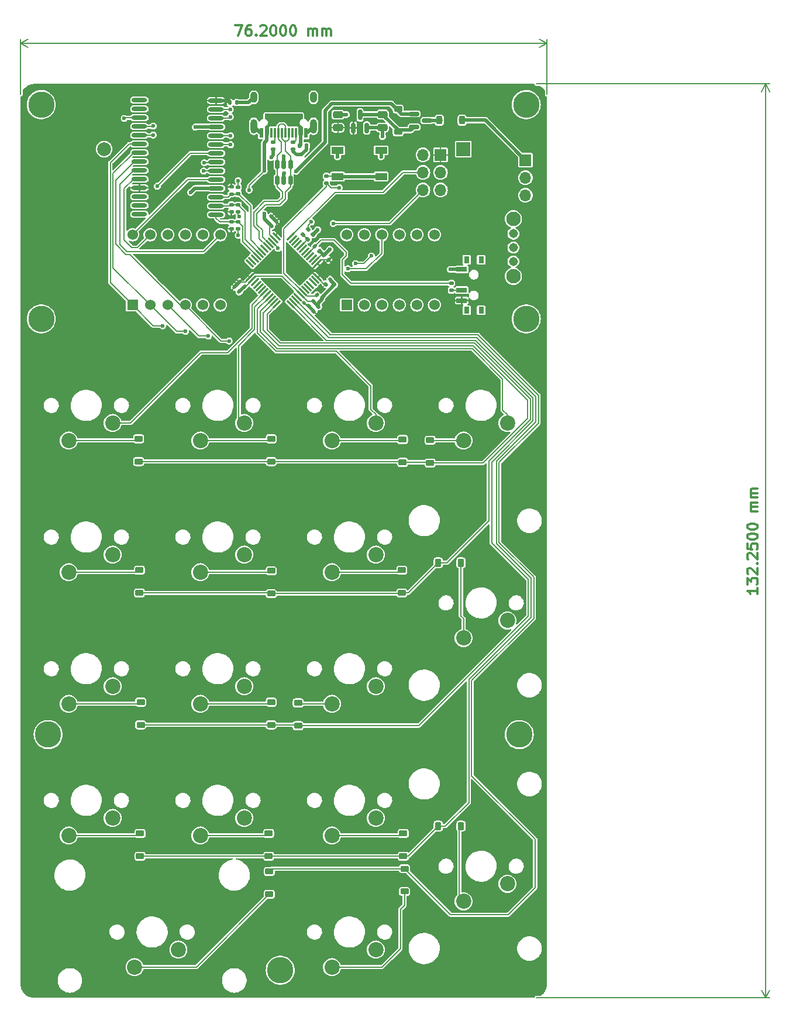
<source format=gbr>
%TF.GenerationSoftware,KiCad,Pcbnew,7.0.7*%
%TF.CreationDate,2023-12-07T00:36:06+02:00*%
%TF.ProjectId,stm32_calc,73746d33-325f-4636-916c-632e6b696361,rev?*%
%TF.SameCoordinates,Original*%
%TF.FileFunction,Copper,L2,Bot*%
%TF.FilePolarity,Positive*%
%FSLAX46Y46*%
G04 Gerber Fmt 4.6, Leading zero omitted, Abs format (unit mm)*
G04 Created by KiCad (PCBNEW 7.0.7) date 2023-12-07 00:36:06*
%MOMM*%
%LPD*%
G01*
G04 APERTURE LIST*
G04 Aperture macros list*
%AMRoundRect*
0 Rectangle with rounded corners*
0 $1 Rounding radius*
0 $2 $3 $4 $5 $6 $7 $8 $9 X,Y pos of 4 corners*
0 Add a 4 corners polygon primitive as box body*
4,1,4,$2,$3,$4,$5,$6,$7,$8,$9,$2,$3,0*
0 Add four circle primitives for the rounded corners*
1,1,$1+$1,$2,$3*
1,1,$1+$1,$4,$5*
1,1,$1+$1,$6,$7*
1,1,$1+$1,$8,$9*
0 Add four rect primitives between the rounded corners*
20,1,$1+$1,$2,$3,$4,$5,0*
20,1,$1+$1,$4,$5,$6,$7,0*
20,1,$1+$1,$6,$7,$8,$9,0*
20,1,$1+$1,$8,$9,$2,$3,0*%
G04 Aperture macros list end*
%ADD10C,0.300000*%
%TA.AperFunction,NonConductor*%
%ADD11C,0.300000*%
%TD*%
%TA.AperFunction,NonConductor*%
%ADD12C,0.200000*%
%TD*%
%TA.AperFunction,ComponentPad*%
%ADD13C,2.200000*%
%TD*%
%TA.AperFunction,SMDPad,CuDef*%
%ADD14RoundRect,0.225000X-0.225000X-0.375000X0.225000X-0.375000X0.225000X0.375000X-0.225000X0.375000X0*%
%TD*%
%TA.AperFunction,SMDPad,CuDef*%
%ADD15RoundRect,0.225000X0.375000X-0.225000X0.375000X0.225000X-0.375000X0.225000X-0.375000X-0.225000X0*%
%TD*%
%TA.AperFunction,SMDPad,CuDef*%
%ADD16RoundRect,0.225000X-0.375000X0.225000X-0.375000X-0.225000X0.375000X-0.225000X0.375000X0.225000X0*%
%TD*%
%TA.AperFunction,ComponentPad*%
%ADD17R,1.700000X1.700000*%
%TD*%
%TA.AperFunction,ComponentPad*%
%ADD18O,1.700000X1.700000*%
%TD*%
%TA.AperFunction,ComponentPad*%
%ADD19C,3.800000*%
%TD*%
%TA.AperFunction,ComponentPad*%
%ADD20R,2.000000X2.000000*%
%TD*%
%TA.AperFunction,ComponentPad*%
%ADD21C,2.000000*%
%TD*%
%TA.AperFunction,ComponentPad*%
%ADD22R,1.524000X1.524000*%
%TD*%
%TA.AperFunction,ComponentPad*%
%ADD23C,1.524000*%
%TD*%
%TA.AperFunction,ComponentPad*%
%ADD24C,1.308000*%
%TD*%
%TA.AperFunction,ComponentPad*%
%ADD25C,2.100000*%
%TD*%
%TA.AperFunction,SMDPad,CuDef*%
%ADD26RoundRect,0.150000X-0.587500X-0.150000X0.587500X-0.150000X0.587500X0.150000X-0.587500X0.150000X0*%
%TD*%
%TA.AperFunction,SMDPad,CuDef*%
%ADD27RoundRect,0.150000X-0.150000X0.512500X-0.150000X-0.512500X0.150000X-0.512500X0.150000X0.512500X0*%
%TD*%
%TA.AperFunction,SMDPad,CuDef*%
%ADD28RoundRect,0.135000X-0.185000X0.135000X-0.185000X-0.135000X0.185000X-0.135000X0.185000X0.135000X0*%
%TD*%
%TA.AperFunction,SMDPad,CuDef*%
%ADD29RoundRect,0.140000X0.021213X-0.219203X0.219203X-0.021213X-0.021213X0.219203X-0.219203X0.021213X0*%
%TD*%
%TA.AperFunction,SMDPad,CuDef*%
%ADD30RoundRect,0.140000X-0.021213X0.219203X-0.219203X0.021213X0.021213X-0.219203X0.219203X-0.021213X0*%
%TD*%
%TA.AperFunction,SMDPad,CuDef*%
%ADD31RoundRect,0.250000X-0.475000X0.250000X-0.475000X-0.250000X0.475000X-0.250000X0.475000X0.250000X0*%
%TD*%
%TA.AperFunction,SMDPad,CuDef*%
%ADD32R,0.600000X1.450000*%
%TD*%
%TA.AperFunction,SMDPad,CuDef*%
%ADD33R,0.300000X1.450000*%
%TD*%
%TA.AperFunction,ComponentPad*%
%ADD34O,1.000000X1.600000*%
%TD*%
%TA.AperFunction,ComponentPad*%
%ADD35O,1.000000X2.100000*%
%TD*%
%TA.AperFunction,SMDPad,CuDef*%
%ADD36RoundRect,0.250000X0.475000X-0.250000X0.475000X0.250000X-0.475000X0.250000X-0.475000X-0.250000X0*%
%TD*%
%TA.AperFunction,SMDPad,CuDef*%
%ADD37RoundRect,0.140000X-0.170000X0.140000X-0.170000X-0.140000X0.170000X-0.140000X0.170000X0.140000X0*%
%TD*%
%TA.AperFunction,SMDPad,CuDef*%
%ADD38RoundRect,0.140000X0.170000X-0.140000X0.170000X0.140000X-0.170000X0.140000X-0.170000X-0.140000X0*%
%TD*%
%TA.AperFunction,SMDPad,CuDef*%
%ADD39RoundRect,0.150000X0.150000X-0.587500X0.150000X0.587500X-0.150000X0.587500X-0.150000X-0.587500X0*%
%TD*%
%TA.AperFunction,SMDPad,CuDef*%
%ADD40R,1.700000X1.000000*%
%TD*%
%TA.AperFunction,SMDPad,CuDef*%
%ADD41RoundRect,0.135000X0.185000X-0.135000X0.185000X0.135000X-0.185000X0.135000X-0.185000X-0.135000X0*%
%TD*%
%TA.AperFunction,SMDPad,CuDef*%
%ADD42R,1.500000X0.700000*%
%TD*%
%TA.AperFunction,SMDPad,CuDef*%
%ADD43R,0.800000X1.000000*%
%TD*%
%TA.AperFunction,SMDPad,CuDef*%
%ADD44RoundRect,0.140000X-0.219203X-0.021213X-0.021213X-0.219203X0.219203X0.021213X0.021213X0.219203X0*%
%TD*%
%TA.AperFunction,SMDPad,CuDef*%
%ADD45RoundRect,0.135000X-0.035355X0.226274X-0.226274X0.035355X0.035355X-0.226274X0.226274X-0.035355X0*%
%TD*%
%TA.AperFunction,SMDPad,CuDef*%
%ADD46RoundRect,0.011200X0.609950X-0.427800X-0.427800X0.609950X-0.609950X0.427800X0.427800X-0.609950X0*%
%TD*%
%TA.AperFunction,SMDPad,CuDef*%
%ADD47RoundRect,0.011200X-0.427800X-0.609950X0.609950X0.427800X0.427800X0.609950X-0.609950X-0.427800X0*%
%TD*%
%TA.AperFunction,SMDPad,CuDef*%
%ADD48O,2.250000X0.600000*%
%TD*%
%TA.AperFunction,SMDPad,CuDef*%
%ADD49RoundRect,0.140000X-0.140000X-0.170000X0.140000X-0.170000X0.140000X0.170000X-0.140000X0.170000X0*%
%TD*%
%TA.AperFunction,SMDPad,CuDef*%
%ADD50RoundRect,0.140000X0.219203X0.021213X0.021213X0.219203X-0.219203X-0.021213X-0.021213X-0.219203X0*%
%TD*%
%TA.AperFunction,SMDPad,CuDef*%
%ADD51RoundRect,0.135000X0.035355X-0.226274X0.226274X-0.035355X-0.035355X0.226274X-0.226274X0.035355X0*%
%TD*%
%TA.AperFunction,SMDPad,CuDef*%
%ADD52RoundRect,0.135000X-0.135000X-0.185000X0.135000X-0.185000X0.135000X0.185000X-0.135000X0.185000X0*%
%TD*%
%TA.AperFunction,ViaPad*%
%ADD53C,0.600000*%
%TD*%
%TA.AperFunction,Conductor*%
%ADD54C,0.200000*%
%TD*%
%TA.AperFunction,Conductor*%
%ADD55C,0.500000*%
%TD*%
G04 APERTURE END LIST*
D10*
D11*
X-6999999Y45471671D02*
X-5999999Y45471671D01*
X-5999999Y45471671D02*
X-6642856Y43971671D01*
X-4785713Y45471671D02*
X-5071428Y45471671D01*
X-5071428Y45471671D02*
X-5214285Y45400242D01*
X-5214285Y45400242D02*
X-5285713Y45328814D01*
X-5285713Y45328814D02*
X-5428571Y45114528D01*
X-5428571Y45114528D02*
X-5499999Y44828814D01*
X-5499999Y44828814D02*
X-5499999Y44257385D01*
X-5499999Y44257385D02*
X-5428571Y44114528D01*
X-5428571Y44114528D02*
X-5357142Y44043099D01*
X-5357142Y44043099D02*
X-5214285Y43971671D01*
X-5214285Y43971671D02*
X-4928571Y43971671D01*
X-4928571Y43971671D02*
X-4785713Y44043099D01*
X-4785713Y44043099D02*
X-4714285Y44114528D01*
X-4714285Y44114528D02*
X-4642856Y44257385D01*
X-4642856Y44257385D02*
X-4642856Y44614528D01*
X-4642856Y44614528D02*
X-4714285Y44757385D01*
X-4714285Y44757385D02*
X-4785713Y44828814D01*
X-4785713Y44828814D02*
X-4928571Y44900242D01*
X-4928571Y44900242D02*
X-5214285Y44900242D01*
X-5214285Y44900242D02*
X-5357142Y44828814D01*
X-5357142Y44828814D02*
X-5428571Y44757385D01*
X-5428571Y44757385D02*
X-5499999Y44614528D01*
X-4000000Y44114528D02*
X-3928571Y44043099D01*
X-3928571Y44043099D02*
X-4000000Y43971671D01*
X-4000000Y43971671D02*
X-4071428Y44043099D01*
X-4071428Y44043099D02*
X-4000000Y44114528D01*
X-4000000Y44114528D02*
X-4000000Y43971671D01*
X-3357142Y45328814D02*
X-3285714Y45400242D01*
X-3285714Y45400242D02*
X-3142856Y45471671D01*
X-3142856Y45471671D02*
X-2785714Y45471671D01*
X-2785714Y45471671D02*
X-2642856Y45400242D01*
X-2642856Y45400242D02*
X-2571428Y45328814D01*
X-2571428Y45328814D02*
X-2499999Y45185957D01*
X-2499999Y45185957D02*
X-2499999Y45043099D01*
X-2499999Y45043099D02*
X-2571428Y44828814D01*
X-2571428Y44828814D02*
X-3428571Y43971671D01*
X-3428571Y43971671D02*
X-2499999Y43971671D01*
X-1571428Y45471671D02*
X-1428571Y45471671D01*
X-1428571Y45471671D02*
X-1285714Y45400242D01*
X-1285714Y45400242D02*
X-1214285Y45328814D01*
X-1214285Y45328814D02*
X-1142857Y45185957D01*
X-1142857Y45185957D02*
X-1071428Y44900242D01*
X-1071428Y44900242D02*
X-1071428Y44543099D01*
X-1071428Y44543099D02*
X-1142857Y44257385D01*
X-1142857Y44257385D02*
X-1214285Y44114528D01*
X-1214285Y44114528D02*
X-1285714Y44043099D01*
X-1285714Y44043099D02*
X-1428571Y43971671D01*
X-1428571Y43971671D02*
X-1571428Y43971671D01*
X-1571428Y43971671D02*
X-1714285Y44043099D01*
X-1714285Y44043099D02*
X-1785714Y44114528D01*
X-1785714Y44114528D02*
X-1857143Y44257385D01*
X-1857143Y44257385D02*
X-1928571Y44543099D01*
X-1928571Y44543099D02*
X-1928571Y44900242D01*
X-1928571Y44900242D02*
X-1857143Y45185957D01*
X-1857143Y45185957D02*
X-1785714Y45328814D01*
X-1785714Y45328814D02*
X-1714285Y45400242D01*
X-1714285Y45400242D02*
X-1571428Y45471671D01*
X-142857Y45471671D02*
X0Y45471671D01*
X0Y45471671D02*
X142857Y45400242D01*
X142857Y45400242D02*
X214286Y45328814D01*
X214286Y45328814D02*
X285714Y45185957D01*
X285714Y45185957D02*
X357143Y44900242D01*
X357143Y44900242D02*
X357143Y44543099D01*
X357143Y44543099D02*
X285714Y44257385D01*
X285714Y44257385D02*
X214286Y44114528D01*
X214286Y44114528D02*
X142857Y44043099D01*
X142857Y44043099D02*
X0Y43971671D01*
X0Y43971671D02*
X-142857Y43971671D01*
X-142857Y43971671D02*
X-285714Y44043099D01*
X-285714Y44043099D02*
X-357143Y44114528D01*
X-357143Y44114528D02*
X-428572Y44257385D01*
X-428572Y44257385D02*
X-500000Y44543099D01*
X-500000Y44543099D02*
X-500000Y44900242D01*
X-500000Y44900242D02*
X-428572Y45185957D01*
X-428572Y45185957D02*
X-357143Y45328814D01*
X-357143Y45328814D02*
X-285714Y45400242D01*
X-285714Y45400242D02*
X-142857Y45471671D01*
X1285714Y45471671D02*
X1428571Y45471671D01*
X1428571Y45471671D02*
X1571428Y45400242D01*
X1571428Y45400242D02*
X1642857Y45328814D01*
X1642857Y45328814D02*
X1714285Y45185957D01*
X1714285Y45185957D02*
X1785714Y44900242D01*
X1785714Y44900242D02*
X1785714Y44543099D01*
X1785714Y44543099D02*
X1714285Y44257385D01*
X1714285Y44257385D02*
X1642857Y44114528D01*
X1642857Y44114528D02*
X1571428Y44043099D01*
X1571428Y44043099D02*
X1428571Y43971671D01*
X1428571Y43971671D02*
X1285714Y43971671D01*
X1285714Y43971671D02*
X1142857Y44043099D01*
X1142857Y44043099D02*
X1071428Y44114528D01*
X1071428Y44114528D02*
X999999Y44257385D01*
X999999Y44257385D02*
X928571Y44543099D01*
X928571Y44543099D02*
X928571Y44900242D01*
X928571Y44900242D02*
X999999Y45185957D01*
X999999Y45185957D02*
X1071428Y45328814D01*
X1071428Y45328814D02*
X1142857Y45400242D01*
X1142857Y45400242D02*
X1285714Y45471671D01*
X3571427Y43971671D02*
X3571427Y44971671D01*
X3571427Y44828814D02*
X3642856Y44900242D01*
X3642856Y44900242D02*
X3785713Y44971671D01*
X3785713Y44971671D02*
X3999999Y44971671D01*
X3999999Y44971671D02*
X4142856Y44900242D01*
X4142856Y44900242D02*
X4214285Y44757385D01*
X4214285Y44757385D02*
X4214285Y43971671D01*
X4214285Y44757385D02*
X4285713Y44900242D01*
X4285713Y44900242D02*
X4428570Y44971671D01*
X4428570Y44971671D02*
X4642856Y44971671D01*
X4642856Y44971671D02*
X4785713Y44900242D01*
X4785713Y44900242D02*
X4857142Y44757385D01*
X4857142Y44757385D02*
X4857142Y43971671D01*
X5571427Y43971671D02*
X5571427Y44971671D01*
X5571427Y44828814D02*
X5642856Y44900242D01*
X5642856Y44900242D02*
X5785713Y44971671D01*
X5785713Y44971671D02*
X5999999Y44971671D01*
X5999999Y44971671D02*
X6142856Y44900242D01*
X6142856Y44900242D02*
X6214285Y44757385D01*
X6214285Y44757385D02*
X6214285Y43971671D01*
X6214285Y44757385D02*
X6285713Y44900242D01*
X6285713Y44900242D02*
X6428570Y44971671D01*
X6428570Y44971671D02*
X6642856Y44971671D01*
X6642856Y44971671D02*
X6785713Y44900242D01*
X6785713Y44900242D02*
X6857142Y44757385D01*
X6857142Y44757385D02*
X6857142Y43971671D01*
D12*
X38100000Y35500000D02*
X38100000Y43436419D01*
X-38100000Y35500000D02*
X-38100000Y43436419D01*
X38100000Y42849999D02*
X-38100000Y42849999D01*
X38100000Y42849999D02*
X-38100000Y42849999D01*
X38100000Y42849999D02*
X36973496Y42263578D01*
X38100000Y42849999D02*
X36973496Y43436420D01*
X-38100000Y42849999D02*
X-36973496Y43436420D01*
X-38100000Y42849999D02*
X-36973496Y42263578D01*
D10*
D11*
X68603328Y-35910712D02*
X68603328Y-36767855D01*
X68603328Y-36339284D02*
X67103328Y-36339284D01*
X67103328Y-36339284D02*
X67317614Y-36482141D01*
X67317614Y-36482141D02*
X67460471Y-36624998D01*
X67460471Y-36624998D02*
X67531900Y-36767855D01*
X67103328Y-35410713D02*
X67103328Y-34482141D01*
X67103328Y-34482141D02*
X67674757Y-34982141D01*
X67674757Y-34982141D02*
X67674757Y-34767856D01*
X67674757Y-34767856D02*
X67746185Y-34624999D01*
X67746185Y-34624999D02*
X67817614Y-34553570D01*
X67817614Y-34553570D02*
X67960471Y-34482141D01*
X67960471Y-34482141D02*
X68317614Y-34482141D01*
X68317614Y-34482141D02*
X68460471Y-34553570D01*
X68460471Y-34553570D02*
X68531900Y-34624999D01*
X68531900Y-34624999D02*
X68603328Y-34767856D01*
X68603328Y-34767856D02*
X68603328Y-35196427D01*
X68603328Y-35196427D02*
X68531900Y-35339284D01*
X68531900Y-35339284D02*
X68460471Y-35410713D01*
X67246185Y-33910713D02*
X67174757Y-33839285D01*
X67174757Y-33839285D02*
X67103328Y-33696428D01*
X67103328Y-33696428D02*
X67103328Y-33339285D01*
X67103328Y-33339285D02*
X67174757Y-33196428D01*
X67174757Y-33196428D02*
X67246185Y-33124999D01*
X67246185Y-33124999D02*
X67389042Y-33053570D01*
X67389042Y-33053570D02*
X67531900Y-33053570D01*
X67531900Y-33053570D02*
X67746185Y-33124999D01*
X67746185Y-33124999D02*
X68603328Y-33982142D01*
X68603328Y-33982142D02*
X68603328Y-33053570D01*
X68460471Y-32410714D02*
X68531900Y-32339285D01*
X68531900Y-32339285D02*
X68603328Y-32410714D01*
X68603328Y-32410714D02*
X68531900Y-32482142D01*
X68531900Y-32482142D02*
X68460471Y-32410714D01*
X68460471Y-32410714D02*
X68603328Y-32410714D01*
X67246185Y-31767856D02*
X67174757Y-31696428D01*
X67174757Y-31696428D02*
X67103328Y-31553571D01*
X67103328Y-31553571D02*
X67103328Y-31196428D01*
X67103328Y-31196428D02*
X67174757Y-31053571D01*
X67174757Y-31053571D02*
X67246185Y-30982142D01*
X67246185Y-30982142D02*
X67389042Y-30910713D01*
X67389042Y-30910713D02*
X67531900Y-30910713D01*
X67531900Y-30910713D02*
X67746185Y-30982142D01*
X67746185Y-30982142D02*
X68603328Y-31839285D01*
X68603328Y-31839285D02*
X68603328Y-30910713D01*
X67103328Y-29553571D02*
X67103328Y-30267857D01*
X67103328Y-30267857D02*
X67817614Y-30339285D01*
X67817614Y-30339285D02*
X67746185Y-30267857D01*
X67746185Y-30267857D02*
X67674757Y-30125000D01*
X67674757Y-30125000D02*
X67674757Y-29767857D01*
X67674757Y-29767857D02*
X67746185Y-29625000D01*
X67746185Y-29625000D02*
X67817614Y-29553571D01*
X67817614Y-29553571D02*
X67960471Y-29482142D01*
X67960471Y-29482142D02*
X68317614Y-29482142D01*
X68317614Y-29482142D02*
X68460471Y-29553571D01*
X68460471Y-29553571D02*
X68531900Y-29625000D01*
X68531900Y-29625000D02*
X68603328Y-29767857D01*
X68603328Y-29767857D02*
X68603328Y-30125000D01*
X68603328Y-30125000D02*
X68531900Y-30267857D01*
X68531900Y-30267857D02*
X68460471Y-30339285D01*
X67103328Y-28553571D02*
X67103328Y-28410714D01*
X67103328Y-28410714D02*
X67174757Y-28267857D01*
X67174757Y-28267857D02*
X67246185Y-28196429D01*
X67246185Y-28196429D02*
X67389042Y-28125000D01*
X67389042Y-28125000D02*
X67674757Y-28053571D01*
X67674757Y-28053571D02*
X68031900Y-28053571D01*
X68031900Y-28053571D02*
X68317614Y-28125000D01*
X68317614Y-28125000D02*
X68460471Y-28196429D01*
X68460471Y-28196429D02*
X68531900Y-28267857D01*
X68531900Y-28267857D02*
X68603328Y-28410714D01*
X68603328Y-28410714D02*
X68603328Y-28553571D01*
X68603328Y-28553571D02*
X68531900Y-28696429D01*
X68531900Y-28696429D02*
X68460471Y-28767857D01*
X68460471Y-28767857D02*
X68317614Y-28839286D01*
X68317614Y-28839286D02*
X68031900Y-28910714D01*
X68031900Y-28910714D02*
X67674757Y-28910714D01*
X67674757Y-28910714D02*
X67389042Y-28839286D01*
X67389042Y-28839286D02*
X67246185Y-28767857D01*
X67246185Y-28767857D02*
X67174757Y-28696429D01*
X67174757Y-28696429D02*
X67103328Y-28553571D01*
X67103328Y-27125000D02*
X67103328Y-26982143D01*
X67103328Y-26982143D02*
X67174757Y-26839286D01*
X67174757Y-26839286D02*
X67246185Y-26767858D01*
X67246185Y-26767858D02*
X67389042Y-26696429D01*
X67389042Y-26696429D02*
X67674757Y-26625000D01*
X67674757Y-26625000D02*
X68031900Y-26625000D01*
X68031900Y-26625000D02*
X68317614Y-26696429D01*
X68317614Y-26696429D02*
X68460471Y-26767858D01*
X68460471Y-26767858D02*
X68531900Y-26839286D01*
X68531900Y-26839286D02*
X68603328Y-26982143D01*
X68603328Y-26982143D02*
X68603328Y-27125000D01*
X68603328Y-27125000D02*
X68531900Y-27267858D01*
X68531900Y-27267858D02*
X68460471Y-27339286D01*
X68460471Y-27339286D02*
X68317614Y-27410715D01*
X68317614Y-27410715D02*
X68031900Y-27482143D01*
X68031900Y-27482143D02*
X67674757Y-27482143D01*
X67674757Y-27482143D02*
X67389042Y-27410715D01*
X67389042Y-27410715D02*
X67246185Y-27339286D01*
X67246185Y-27339286D02*
X67174757Y-27267858D01*
X67174757Y-27267858D02*
X67103328Y-27125000D01*
X68603328Y-24839287D02*
X67603328Y-24839287D01*
X67746185Y-24839287D02*
X67674757Y-24767858D01*
X67674757Y-24767858D02*
X67603328Y-24625001D01*
X67603328Y-24625001D02*
X67603328Y-24410715D01*
X67603328Y-24410715D02*
X67674757Y-24267858D01*
X67674757Y-24267858D02*
X67817614Y-24196430D01*
X67817614Y-24196430D02*
X68603328Y-24196430D01*
X67817614Y-24196430D02*
X67674757Y-24125001D01*
X67674757Y-24125001D02*
X67603328Y-23982144D01*
X67603328Y-23982144D02*
X67603328Y-23767858D01*
X67603328Y-23767858D02*
X67674757Y-23625001D01*
X67674757Y-23625001D02*
X67817614Y-23553572D01*
X67817614Y-23553572D02*
X68603328Y-23553572D01*
X68603328Y-22839287D02*
X67603328Y-22839287D01*
X67746185Y-22839287D02*
X67674757Y-22767858D01*
X67674757Y-22767858D02*
X67603328Y-22625001D01*
X67603328Y-22625001D02*
X67603328Y-22410715D01*
X67603328Y-22410715D02*
X67674757Y-22267858D01*
X67674757Y-22267858D02*
X67817614Y-22196430D01*
X67817614Y-22196430D02*
X68603328Y-22196430D01*
X67817614Y-22196430D02*
X67674757Y-22125001D01*
X67674757Y-22125001D02*
X67603328Y-21982144D01*
X67603328Y-21982144D02*
X67603328Y-21767858D01*
X67603328Y-21767858D02*
X67674757Y-21625001D01*
X67674757Y-21625001D02*
X67817614Y-21553572D01*
X67817614Y-21553572D02*
X68603328Y-21553572D01*
D12*
X36600000Y37000000D02*
X70311420Y37000000D01*
X36600000Y-95250000D02*
X70311420Y-95250000D01*
X69725000Y37000000D02*
X69725000Y-95250000D01*
X69725000Y37000000D02*
X69725000Y-95250000D01*
X69725000Y37000000D02*
X70311421Y35873496D01*
X69725000Y37000000D02*
X69138579Y35873496D01*
X69725000Y-95250000D02*
X69138579Y-94123496D01*
X69725000Y-95250000D02*
X70311421Y-94123496D01*
D13*
%TO.P,SW_four1,1,A*%
%TO.N,Net-(D5-A)*%
X-31115000Y-52705000D03*
%TO.P,SW_four1,2,B*%
%TO.N,col0*%
X-24765000Y-50165000D03*
%TD*%
D14*
%TO.P,D19,1,K*%
%TO.N,row3*%
X22350000Y-70400000D03*
%TO.P,D19,2,A*%
%TO.N,Net-(D19-A)*%
X25650000Y-70400000D03*
%TD*%
%TO.P,D18,1,K*%
%TO.N,row1*%
X22350000Y-32300000D03*
%TO.P,D18,2,A*%
%TO.N,Net-(D18-A)*%
X25650000Y-32300000D03*
%TD*%
D15*
%TO.P,D17,1,K*%
%TO.N,row0*%
X21200000Y-17850000D03*
%TO.P,D17,2,A*%
%TO.N,Net-(D17-A)*%
X21200000Y-14550000D03*
%TD*%
D16*
%TO.P,D16,1,K*%
%TO.N,row4*%
X17500000Y-76550000D03*
%TO.P,D16,2,A*%
%TO.N,Net-(D16-A)*%
X17500000Y-79850000D03*
%TD*%
D15*
%TO.P,D15,1,K*%
%TO.N,row3*%
X17300000Y-74750000D03*
%TO.P,D15,2,A*%
%TO.N,Net-(D15-A)*%
X17300000Y-71450000D03*
%TD*%
%TO.P,D14,1,K*%
%TO.N,row2*%
X2100000Y-55850000D03*
%TO.P,D14,2,A*%
%TO.N,Net-(D14-A)*%
X2100000Y-52550000D03*
%TD*%
%TO.P,D13,1,K*%
%TO.N,row1*%
X17100000Y-36650000D03*
%TO.P,D13,2,A*%
%TO.N,Net-(D13-A)*%
X17100000Y-33350000D03*
%TD*%
%TO.P,D12,1,K*%
%TO.N,row0*%
X17200000Y-17750000D03*
%TO.P,D12,2,A*%
%TO.N,Net-(D12-A)*%
X17200000Y-14450000D03*
%TD*%
%TO.P,D11,1,K*%
%TO.N,row3*%
X-2200000Y-74750000D03*
%TO.P,D11,2,A*%
%TO.N,Net-(D11-A)*%
X-2200000Y-71450000D03*
%TD*%
%TO.P,D10,1,K*%
%TO.N,row2*%
X-1800000Y-55750000D03*
%TO.P,D10,2,A*%
%TO.N,Net-(D10-A)*%
X-1800000Y-52450000D03*
%TD*%
%TO.P,D9,1,K*%
%TO.N,row1*%
X-1800000Y-36750000D03*
%TO.P,D9,2,A*%
%TO.N,Net-(D9-A)*%
X-1800000Y-33450000D03*
%TD*%
%TO.P,D8,1,K*%
%TO.N,row0*%
X-1800000Y-17650000D03*
%TO.P,D8,2,A*%
%TO.N,Net-(D8-A)*%
X-1800000Y-14350000D03*
%TD*%
D16*
%TO.P,D7,1,K*%
%TO.N,row4*%
X-2100000Y-76950000D03*
%TO.P,D7,2,A*%
%TO.N,Net-(D7-A)*%
X-2100000Y-80250000D03*
%TD*%
D15*
%TO.P,D6,1,K*%
%TO.N,row3*%
X-20800000Y-74750000D03*
%TO.P,D6,2,A*%
%TO.N,Net-(D6-A)*%
X-20800000Y-71450000D03*
%TD*%
%TO.P,D5,1,K*%
%TO.N,row2*%
X-20700000Y-55750000D03*
%TO.P,D5,2,A*%
%TO.N,Net-(D5-A)*%
X-20700000Y-52450000D03*
%TD*%
%TO.P,D4,1,K*%
%TO.N,row1*%
X-20900000Y-36650000D03*
%TO.P,D4,2,A*%
%TO.N,Net-(D4-A)*%
X-20900000Y-33350000D03*
%TD*%
%TO.P,D3,1,K*%
%TO.N,row0*%
X-21000000Y-17650000D03*
%TO.P,D3,2,A*%
%TO.N,Net-(D3-A)*%
X-21000000Y-14350000D03*
%TD*%
%TO.P,D2,1,K*%
%TO.N,+5V*%
X16572500Y30070000D03*
%TO.P,D2,2,A*%
%TO.N,vbus*%
X16572500Y33370000D03*
%TD*%
D14*
%TO.P,D1,1,K*%
%TO.N,Net-(D1-K)*%
X22525000Y31750000D03*
%TO.P,D1,2,A*%
%TO.N,Net-(D1-A)*%
X25825000Y31750000D03*
%TD*%
D17*
%TO.P,J2,1,Pin_1*%
%TO.N,Net-(D1-A)*%
X34990000Y25965000D03*
D18*
%TO.P,J2,2,Pin_2*%
%TO.N,GND*%
X34990000Y23425000D03*
%TO.P,J2,3,Pin_3*%
%TO.N,Net-(J2-Pin_3)*%
X34990000Y20885000D03*
%TD*%
D13*
%TO.P,SW_five1,1,A*%
%TO.N,Net-(D10-A)*%
X-12065000Y-52705000D03*
%TO.P,SW_five1,2,B*%
%TO.N,col1*%
X-5715000Y-50165000D03*
%TD*%
%TO.P,SW_zero1,1,A*%
%TO.N,Net-(D7-A)*%
X-21590000Y-90805000D03*
%TO.P,SW_zero1,2,B*%
%TO.N,col0*%
X-15240000Y-88265000D03*
%TD*%
%TO.P,SW_two1,1,A*%
%TO.N,Net-(D11-A)*%
X-12065000Y-71755000D03*
%TO.P,SW_two1,2,B*%
%TO.N,col1*%
X-5715000Y-69215000D03*
%TD*%
D19*
%TO.P,H2,1,1*%
%TO.N,unconnected-(H2-Pad1)*%
X35100000Y34000000D03*
%TD*%
D13*
%TO.P,SW_three1,1,A*%
%TO.N,Net-(D15-A)*%
X6985000Y-71755000D03*
%TO.P,SW_three1,2,B*%
%TO.N,col2*%
X13335000Y-69215000D03*
%TD*%
%TO.P,SW_divide1,1,A*%
%TO.N,Net-(D8-A)*%
X-12065000Y-14605000D03*
%TO.P,SW_divide1,2,B*%
%TO.N,col1*%
X-5715000Y-12065000D03*
%TD*%
D19*
%TO.P,H3,1,1*%
%TO.N,unconnected-(H3-Pad1)*%
X-35100000Y34000000D03*
%TD*%
D20*
%TO.P,BT1,1,+*%
%TO.N,Net-(BT1-+)*%
X26000000Y27555000D03*
D21*
%TO.P,BT1,2,-*%
%TO.N,GND*%
X-25990000Y27555000D03*
%TD*%
D13*
%TO.P,SW_point1,1,A*%
%TO.N,Net-(D16-A)*%
X6985000Y-90805000D03*
%TO.P,SW_point1,2,B*%
%TO.N,col2*%
X13335000Y-88265000D03*
%TD*%
%TO.P,SW_plus1,1,A*%
%TO.N,Net-(D18-A)*%
X26035000Y-43180000D03*
%TO.P,SW_plus1,2,B*%
%TO.N,col3*%
X32385000Y-40640000D03*
%TD*%
D22*
%TO.P,U4,1,e*%
%TO.N,GR5*%
X9125000Y5020000D03*
D23*
%TO.P,U4,2,d*%
%TO.N,GR4*%
X11665000Y5020000D03*
%TO.P,U4,3,DPX*%
%TO.N,GR8*%
X14205000Y5020000D03*
%TO.P,U4,4,c*%
%TO.N,GR3*%
X16745000Y5020000D03*
%TO.P,U4,5,g*%
%TO.N,GR7*%
X19285000Y5020000D03*
%TO.P,U4,6,CC4*%
%TO.N,SEG8*%
X21825000Y5020000D03*
%TO.P,U4,7,b*%
%TO.N,GR2*%
X21825000Y15180000D03*
%TO.P,U4,8,CC3*%
%TO.N,SEG7*%
X19285000Y15180000D03*
%TO.P,U4,9,CC2*%
%TO.N,SEG6*%
X16745000Y15180000D03*
%TO.P,U4,10,f*%
%TO.N,GR6*%
X14205000Y15180000D03*
%TO.P,U4,11,a*%
%TO.N,GR1*%
X11665000Y15180000D03*
%TO.P,U4,12,CC1*%
%TO.N,SEG5*%
X9125000Y15180000D03*
%TD*%
D13*
%TO.P,SW_clear1,1,A*%
%TO.N,Net-(D3-A)*%
X-31115000Y-14605000D03*
%TO.P,SW_clear1,2,B*%
%TO.N,col0*%
X-24765000Y-12065000D03*
%TD*%
D19*
%TO.P,H1,1,1*%
%TO.N,unconnected-(H1-Pad1)*%
X35100000Y3000000D03*
%TD*%
%TO.P,H7,1,1*%
%TO.N,unconnected-(H7-Pad1)*%
X-34100000Y-57150000D03*
%TD*%
D13*
%TO.P,SW_equals1,1,A*%
%TO.N,Net-(D19-A)*%
X26035000Y-81280000D03*
%TO.P,SW_equals1,2,B*%
%TO.N,col3*%
X32385000Y-78740000D03*
%TD*%
%TO.P,SW_minus1,1,A*%
%TO.N,Net-(D17-A)*%
X26035000Y-14605000D03*
%TO.P,SW_minus1,2,B*%
%TO.N,col3*%
X32385000Y-12065000D03*
%TD*%
D19*
%TO.P,H4,1,1*%
%TO.N,unconnected-(H4-Pad1)*%
X-35100000Y3000000D03*
%TD*%
D13*
%TO.P,SW_six1,1,A*%
%TO.N,Net-(D14-A)*%
X6985000Y-52705000D03*
%TO.P,SW_six1,2,B*%
%TO.N,col2*%
X13335000Y-50165000D03*
%TD*%
%TO.P,SW_eight1,1,A*%
%TO.N,Net-(D9-A)*%
X-12065000Y-33655000D03*
%TO.P,SW_eight1,2,B*%
%TO.N,col1*%
X-5715000Y-31115000D03*
%TD*%
D19*
%TO.P,H5,1,1*%
%TO.N,unconnected-(H5-Pad1)*%
X-500000Y-91250000D03*
%TD*%
D13*
%TO.P,SW_one1,1,A*%
%TO.N,Net-(D6-A)*%
X-31115000Y-71755000D03*
%TO.P,SW_one1,2,B*%
%TO.N,col0*%
X-24765000Y-69215000D03*
%TD*%
D24*
%TO.P,SW1,1,A*%
%TO.N,Net-(BT1-+)*%
X33240000Y11320000D03*
%TO.P,SW1,2,B*%
%TO.N,Net-(J2-Pin_3)*%
X33240000Y13320000D03*
%TO.P,SW1,COM*%
%TO.N,N/C*%
X33240000Y15320000D03*
D25*
%TO.P,SW1,M1*%
X33240000Y9170000D03*
%TO.P,SW1,M2*%
X33240000Y17470000D03*
%TD*%
D13*
%TO.P,SW_mutiplicate1,1,A*%
%TO.N,Net-(D12-A)*%
X6985000Y-14605000D03*
%TO.P,SW_mutiplicate1,2,B*%
%TO.N,col2*%
X13335000Y-12065000D03*
%TD*%
D19*
%TO.P,H6,1,1*%
%TO.N,unconnected-(H6-Pad1)*%
X34100000Y-57150000D03*
%TD*%
D13*
%TO.P,SW_nine1,1,A*%
%TO.N,Net-(D13-A)*%
X6985000Y-33655000D03*
%TO.P,SW_nine1,2,B*%
%TO.N,col2*%
X13335000Y-31115000D03*
%TD*%
D22*
%TO.P,U3,1,e*%
%TO.N,GR5*%
X-21875000Y5020000D03*
D23*
%TO.P,U3,2,d*%
%TO.N,GR4*%
X-19335000Y5020000D03*
%TO.P,U3,3,DPX*%
%TO.N,GR8*%
X-16795000Y5020000D03*
%TO.P,U3,4,c*%
%TO.N,GR3*%
X-14255000Y5020000D03*
%TO.P,U3,5,g*%
%TO.N,GR7*%
X-11715000Y5020000D03*
%TO.P,U3,6,CC4*%
%TO.N,SEG4*%
X-9175000Y5020000D03*
%TO.P,U3,7,b*%
%TO.N,GR2*%
X-9175000Y15180000D03*
%TO.P,U3,8,CC3*%
%TO.N,SEG3*%
X-11715000Y15180000D03*
%TO.P,U3,9,CC2*%
%TO.N,SEG2*%
X-14255000Y15180000D03*
%TO.P,U3,10,f*%
%TO.N,GR6*%
X-16795000Y15180000D03*
%TO.P,U3,11,a*%
%TO.N,GR1*%
X-19335000Y15180000D03*
%TO.P,U3,12,CC1*%
%TO.N,SEG1*%
X-21875000Y15180000D03*
%TD*%
D13*
%TO.P,SW_seven1,1,A*%
%TO.N,Net-(D4-A)*%
X-31115000Y-33655000D03*
%TO.P,SW_seven1,2,B*%
%TO.N,col0*%
X-24765000Y-31115000D03*
%TD*%
D26*
%TO.P,Q1,1,D*%
%TO.N,+5V*%
X18872500Y30770000D03*
%TO.P,Q1,2,G*%
%TO.N,vbus*%
X18872500Y32670000D03*
%TO.P,Q1,3,S*%
%TO.N,Net-(D1-K)*%
X20747500Y31720000D03*
%TD*%
D27*
%TO.P,U2,1,I/O1*%
%TO.N,D-*%
X-930000Y25357500D03*
%TO.P,U2,2,GND*%
%TO.N,GND*%
X20000Y25357500D03*
%TO.P,U2,3,I/O2*%
%TO.N,D+*%
X970000Y25357500D03*
%TO.P,U2,4,I/O2*%
X970000Y23082500D03*
%TO.P,U2,5,VBUS*%
%TO.N,vbus*%
X20000Y23082500D03*
%TO.P,U2,6,I/O1*%
%TO.N,D-*%
X-930000Y23082500D03*
%TD*%
D28*
%TO.P,R6,1*%
%TO.N,CLK*%
X-7575000Y19510000D03*
%TO.P,R6,2*%
%TO.N,+3V3*%
X-7575000Y18490000D03*
%TD*%
D29*
%TO.P,C1,1*%
%TO.N,GND*%
X-1799411Y16430589D03*
%TO.P,C1,2*%
%TO.N,+3V3*%
X-1120589Y17109411D03*
%TD*%
D28*
%TO.P,R10,1*%
%TO.N,Net-(J3-CC2)*%
X1390000Y28530000D03*
%TO.P,R10,2*%
%TO.N,GND*%
X1390000Y27510000D03*
%TD*%
D30*
%TO.P,C4,1*%
%TO.N,GND*%
X5014411Y4789411D03*
%TO.P,C4,2*%
%TO.N,+3V3*%
X4335589Y4110589D03*
%TD*%
D17*
%TO.P,J4,1,Pin_1*%
%TO.N,+3V3*%
X22700000Y26725000D03*
D18*
%TO.P,J4,2,Pin_2*%
%TO.N,NRST*%
X20160000Y26725000D03*
%TO.P,J4,3,Pin_3*%
%TO.N,unconnected-(J4-Pin_3-Pad3)*%
X22700000Y24185000D03*
%TO.P,J4,4,Pin_4*%
%TO.N,SWCLK*%
X20160000Y24185000D03*
%TO.P,J4,5,Pin_5*%
%TO.N,GND*%
X22700000Y21645000D03*
%TO.P,J4,6,Pin_6*%
%TO.N,SWDIO*%
X20160000Y21645000D03*
%TD*%
D31*
%TO.P,C19,1*%
%TO.N,+5V*%
X14300000Y32580000D03*
%TO.P,C19,2*%
%TO.N,GND*%
X14300000Y30680000D03*
%TD*%
D29*
%TO.P,C2,1*%
%TO.N,GND*%
X-2499411Y17160589D03*
%TO.P,C2,2*%
%TO.N,+3V3*%
X-1820589Y17839411D03*
%TD*%
D32*
%TO.P,J3,A1,GND*%
%TO.N,GND*%
X-3250000Y29955000D03*
%TO.P,J3,A4,VBUS*%
%TO.N,vbus*%
X-2450000Y29955000D03*
D33*
%TO.P,J3,A5,CC1*%
%TO.N,Net-(J3-CC1)*%
X-1250000Y29955000D03*
%TO.P,J3,A6,D+*%
%TO.N,D+*%
X-250000Y29955000D03*
%TO.P,J3,A7,D-*%
%TO.N,D-*%
X250000Y29955000D03*
%TO.P,J3,A8,SBU1*%
%TO.N,unconnected-(J3-SBU1-PadA8)*%
X1250000Y29955000D03*
D32*
%TO.P,J3,A9,VBUS*%
%TO.N,vbus*%
X2450000Y29955000D03*
%TO.P,J3,A12,GND*%
%TO.N,GND*%
X3250000Y29955000D03*
%TO.P,J3,B1,GND*%
X3250000Y29955000D03*
%TO.P,J3,B4,VBUS*%
%TO.N,vbus*%
X2450000Y29955000D03*
D33*
%TO.P,J3,B5,CC2*%
%TO.N,Net-(J3-CC2)*%
X1750000Y29955000D03*
%TO.P,J3,B6,D+*%
%TO.N,D+*%
X750000Y29955000D03*
%TO.P,J3,B7,D-*%
%TO.N,D-*%
X-750000Y29955000D03*
%TO.P,J3,B8,SBU2*%
%TO.N,unconnected-(J3-SBU2-PadB8)*%
X-1750000Y29955000D03*
D32*
%TO.P,J3,B9,VBUS*%
%TO.N,vbus*%
X-2450000Y29955000D03*
%TO.P,J3,B12,GND*%
%TO.N,GND*%
X-3250000Y29955000D03*
D34*
%TO.P,J3,S1,SHIELD*%
X-4320000Y35050000D03*
D35*
X-4320000Y30870000D03*
D34*
X4320000Y35050000D03*
D35*
X4320000Y30870000D03*
%TD*%
D36*
%TO.P,C20,1*%
%TO.N,+3V3*%
X7850000Y30660000D03*
%TO.P,C20,2*%
%TO.N,GND*%
X7850000Y32560000D03*
%TD*%
D28*
%TO.P,R5,1*%
%TO.N,STB*%
X-7575000Y17040000D03*
%TO.P,R5,2*%
%TO.N,+3V3*%
X-7575000Y16020000D03*
%TD*%
D37*
%TO.P,C17,1*%
%TO.N,GND*%
X-6575000Y22080000D03*
%TO.P,C17,2*%
%TO.N,DIO*%
X-6575000Y21120000D03*
%TD*%
D38*
%TO.P,C15,1*%
%TO.N,GND*%
X-6575000Y16050000D03*
%TO.P,C15,2*%
%TO.N,STB*%
X-6575000Y17010000D03*
%TD*%
D39*
%TO.P,U5,1,GND*%
%TO.N,GND*%
X12000000Y30632500D03*
%TO.P,U5,2,VO*%
%TO.N,+3V3*%
X10100000Y30632500D03*
%TO.P,U5,3,VI*%
%TO.N,+5V*%
X11050000Y32507500D03*
%TD*%
D40*
%TO.P,SW3,1,1*%
%TO.N,GND*%
X14095000Y27390000D03*
X7795000Y27390000D03*
%TO.P,SW3,2,2*%
%TO.N,Net-(R2-Pad1)*%
X14095000Y23590000D03*
X7795000Y23590000D03*
%TD*%
D41*
%TO.P,R1,1*%
%TO.N,Net-(SW2-B)*%
X24275000Y7140000D03*
%TO.P,R1,2*%
%TO.N,BOOT0*%
X24275000Y8160000D03*
%TD*%
D28*
%TO.P,R13,1*%
%TO.N,Net-(J3-CC1)*%
X-1500000Y28530000D03*
%TO.P,R13,2*%
%TO.N,GND*%
X-1500000Y27510000D03*
%TD*%
D42*
%TO.P,SW2,1,A*%
%TO.N,GND*%
X25775000Y10150000D03*
%TO.P,SW2,2,B*%
%TO.N,Net-(SW2-B)*%
X25775000Y7150000D03*
%TO.P,SW2,3,C*%
%TO.N,+3V3*%
X25775000Y5650000D03*
D43*
%TO.P,SW2,S1*%
%TO.N,N/C*%
X26475000Y11550000D03*
%TO.P,SW2,S2*%
X28575000Y11550000D03*
%TO.P,SW2,S3*%
X28575000Y4250000D03*
%TO.P,SW2,S4*%
X26475000Y4250000D03*
%TD*%
D44*
%TO.P,C3,1*%
%TO.N,GND*%
X5810589Y12219411D03*
%TO.P,C3,2*%
%TO.N,+3V3*%
X6489411Y11540589D03*
%TD*%
D45*
%TO.P,R11,1*%
%TO.N,GND*%
X4225624Y15210624D03*
%TO.P,R11,2*%
%TO.N,usb_check_mcu*%
X3504376Y14489376D03*
%TD*%
D38*
%TO.P,C16,1*%
%TO.N,GND*%
X-6575000Y18520000D03*
%TO.P,C16,2*%
%TO.N,CLK*%
X-6575000Y19480000D03*
%TD*%
D46*
%TO.P,U1,1,VBAT*%
%TO.N,+3V3*%
X4893179Y8995908D03*
%TO.P,U1,2,PC13*%
%TO.N,unconnected-(U1-PC13-Pad2)*%
X4539626Y8642355D03*
%TO.P,U1,3,PC14/OSC32_IN*%
%TO.N,unconnected-(U1-PC14{slash}OSC32_IN-Pad3)*%
X4186072Y8288802D03*
%TO.P,U1,4,PC15/OSC32_OUT*%
%TO.N,unconnected-(U1-PC15{slash}OSC32_OUT-Pad4)*%
X3832519Y7935248D03*
%TO.P,U1,5,PF0/OSC_IN*%
%TO.N,unconnected-(U1-PF0{slash}OSC_IN-Pad5)*%
X3478965Y7581695D03*
%TO.P,U1,6,PF1/OSC_OUT*%
%TO.N,unconnected-(U1-PF1{slash}OSC_OUT-Pad6)*%
X3125412Y7228141D03*
%TO.P,U1,7,NRST*%
%TO.N,NRST*%
X2771859Y6874588D03*
%TO.P,U1,8,VSSA*%
%TO.N,GND*%
X2418305Y6521035D03*
%TO.P,U1,9,VDDA*%
%TO.N,+3V3*%
X2064752Y6167481D03*
%TO.P,U1,10,PA0/ADC_IN0*%
%TO.N,row4*%
X1711198Y5813928D03*
%TO.P,U1,11,PA1/ADC_IN1*%
%TO.N,row3*%
X1357645Y5460374D03*
%TO.P,U1,12,PA2/ADC_IN2*%
%TO.N,row2*%
X1004092Y5106821D03*
D47*
%TO.P,U1,13,PA3/TIM15_CH2/ADC_IN3*%
%TO.N,row1*%
X-1004092Y5106821D03*
%TO.P,U1,14,PA4/TIM14_CH1/ADC_IN4*%
%TO.N,row0*%
X-1357645Y5460374D03*
%TO.P,U1,15,PA5/ADC_IN5/DAC_OUT2*%
%TO.N,col3*%
X-1711198Y5813928D03*
%TO.P,U1,16,PA6/ADC_IN6/TIM3_CH1/TIM16_CH1*%
%TO.N,col2*%
X-2064752Y6167481D03*
%TO.P,U1,17,PA7/TIM3_CH2/TIM14_CH1/ADC_IN7*%
%TO.N,col1*%
X-2418305Y6521035D03*
%TO.P,U1,18,PB0/TIM3_CH3/ADC_IN8*%
%TO.N,col0*%
X-2771859Y6874588D03*
%TO.P,U1,19,PB1/TIM3_CH4/TIM14_CH1/ADC_IN9*%
%TO.N,unconnected-(U1-PB1{slash}TIM3_CH4{slash}TIM14_CH1{slash}ADC_IN9-Pad19)*%
X-3125412Y7228141D03*
%TO.P,U1,20,PB2*%
%TO.N,unconnected-(U1-PB2-Pad20)*%
X-3478965Y7581695D03*
%TO.P,U1,21,PB10/SPI2_SCK/I2C2_SCL/TIM2_CH3*%
%TO.N,unconnected-(U1-PB10{slash}SPI2_SCK{slash}I2C2_SCL{slash}TIM2_CH3-Pad21)*%
X-3832519Y7935248D03*
%TO.P,U1,22,PB11/TIM2_CH4/I2C2_SDA*%
%TO.N,unconnected-(U1-PB11{slash}TIM2_CH4{slash}I2C2_SDA-Pad22)*%
X-4186072Y8288802D03*
%TO.P,U1,23,VSS*%
%TO.N,GND*%
X-4539626Y8642355D03*
%TO.P,U1,24,VDD*%
%TO.N,+3V3*%
X-4893179Y8995908D03*
D46*
%TO.P,U1,25,PB12*%
%TO.N,unconnected-(U1-PB12-Pad25)*%
X-4893179Y11004092D03*
%TO.P,U1,26,SPI2_SCK/I2S2_CK/I2C2_SCL/PB13*%
%TO.N,unconnected-(U1-SPI2_SCK{slash}I2S2_CK{slash}I2C2_SCL{slash}PB13-Pad26)*%
X-4539626Y11357645D03*
%TO.P,U1,27,SPI2_MISO/I2S2_MCK/I2C2_SDA/TIM15_CH1/PB14*%
%TO.N,unconnected-(U1-SPI2_MISO{slash}I2S2_MCK{slash}I2C2_SDA{slash}TIM15_CH1{slash}PB14-Pad27)*%
X-4186072Y11711198D03*
%TO.P,U1,28,SPI2_MOSI/I2S2_SD/PB15*%
%TO.N,STB*%
X-3832519Y12064752D03*
%TO.P,U1,29,TIM1_CH1/PA8*%
%TO.N,CLK*%
X-3478965Y12418305D03*
%TO.P,U1,30,TIM1_CH2/PA9*%
%TO.N,DIO*%
X-3125412Y12771859D03*
%TO.P,U1,31,TIM1_CH3/PA10*%
%TO.N,unconnected-(U1-TIM1_CH3{slash}PA10-Pad31)*%
X-2771859Y13125412D03*
%TO.P,U1,32,USB_DM/TIM1_CH4/PA11*%
%TO.N,D-*%
X-2418305Y13478965D03*
%TO.P,U1,33,USB_DP/PA12*%
%TO.N,D+*%
X-2064752Y13832519D03*
%TO.P,U1,34,SWDIO/PA13*%
%TO.N,SWDIO*%
X-1711198Y14186072D03*
%TO.P,U1,35,VSS*%
%TO.N,GND*%
X-1357645Y14539626D03*
%TO.P,U1,36,VDDIO2*%
%TO.N,+3V3*%
X-1004092Y14893179D03*
D47*
%TO.P,U1,37,SWCLK/PA14*%
%TO.N,SWCLK*%
X1004092Y14893179D03*
%TO.P,U1,38,PA15*%
%TO.N,unconnected-(U1-PA15-Pad38)*%
X1357645Y14539626D03*
%TO.P,U1,39,SPI1_SCK/I2S1_CK/TIM2_CH2/PB3*%
%TO.N,unconnected-(U1-SPI1_SCK{slash}I2S1_CK{slash}TIM2_CH2{slash}PB3-Pad39)*%
X1711198Y14186072D03*
%TO.P,U1,40,SPI1_MISO/I2S1_MCK/TIM3_CH1/PB4*%
%TO.N,unconnected-(U1-SPI1_MISO{slash}I2S1_MCK{slash}TIM3_CH1{slash}PB4-Pad40)*%
X2064752Y13832519D03*
%TO.P,U1,41,SPI1_MOSI/I2S1_SD/TIM3_CH2/PB5*%
%TO.N,usb_check_mcu*%
X2418305Y13478965D03*
%TO.P,U1,42,I2C1_SCL/PB6*%
%TO.N,unconnected-(U1-I2C1_SCL{slash}PB6-Pad42)*%
X2771859Y13125412D03*
%TO.P,U1,43,2C1_SDA/PB7*%
%TO.N,unconnected-(U1-2C1_SDA{slash}PB7-Pad43)*%
X3125412Y12771859D03*
%TO.P,U1,44,BOOT0*%
%TO.N,BOOT0*%
X3478965Y12418305D03*
%TO.P,U1,45,I2C1_SCL/TIM16_CH1/PB8*%
%TO.N,unconnected-(U1-I2C1_SCL{slash}TIM16_CH1{slash}PB8-Pad45)*%
X3832519Y12064752D03*
%TO.P,U1,46,SPI2_NSS/I2S2_WS/I2C1_SDA/TIM17_CH1/PB9*%
%TO.N,unconnected-(U1-SPI2_NSS{slash}I2S2_WS{slash}I2C1_SDA{slash}TIM17_CH1{slash}PB9-Pad46)*%
X4186072Y11711198D03*
%TO.P,U1,47,VSS*%
%TO.N,GND*%
X4539626Y11357645D03*
%TO.P,U1,48,VDD*%
%TO.N,+3V3*%
X4893179Y11004092D03*
%TD*%
D28*
%TO.P,R2,1*%
%TO.N,Net-(R2-Pad1)*%
X6175000Y23660000D03*
%TO.P,R2,2*%
%TO.N,NRST*%
X6175000Y22640000D03*
%TD*%
D48*
%TO.P,IC1,1,K1*%
%TO.N,unconnected-(IC1-K1-Pad1)*%
X-20890000Y18145000D03*
%TO.P,IC1,2,K2*%
%TO.N,unconnected-(IC1-K2-Pad2)*%
X-20890000Y19415000D03*
%TO.P,IC1,3,K3*%
%TO.N,unconnected-(IC1-K3-Pad3)*%
X-20890000Y20685000D03*
%TO.P,IC1,4,VCC*%
%TO.N,+3V3*%
X-20890000Y21955000D03*
%TO.P,IC1,5,SEG1/KS1*%
%TO.N,GR1*%
X-20890000Y23225000D03*
%TO.P,IC1,6,SEG2/KS2*%
%TO.N,GR2*%
X-20890000Y24495000D03*
%TO.P,IC1,7,SEG3/KS3*%
%TO.N,GR3*%
X-20890000Y25765000D03*
%TO.P,IC1,8,SEG4/KS4*%
%TO.N,GR4*%
X-20890000Y27035000D03*
%TO.P,IC1,9,SEG5/KS5*%
%TO.N,GR5*%
X-20890000Y28305000D03*
%TO.P,IC1,10,SEG6/KS6*%
%TO.N,GR6*%
X-20890000Y29575000D03*
%TO.P,IC1,11,SEG7/KS7*%
%TO.N,GR7*%
X-20890000Y30845000D03*
%TO.P,IC1,12,SEG8/KS8*%
%TO.N,GR8*%
X-20890000Y32115000D03*
%TO.P,IC1,13,SEG9*%
%TO.N,unconnected-(IC1-SEG9-Pad13)*%
X-20890000Y33385000D03*
%TO.P,IC1,14,SEG10*%
%TO.N,unconnected-(IC1-SEG10-Pad14)*%
X-20890000Y34655000D03*
%TO.P,IC1,15,VCC*%
%TO.N,+3V3*%
X-9790000Y34595000D03*
%TO.P,IC1,16,GRID8*%
%TO.N,SEG8*%
X-9790000Y33325000D03*
%TO.P,IC1,17,GRID7*%
%TO.N,SEG7*%
X-9790000Y32055000D03*
%TO.P,IC1,18,GND*%
%TO.N,GND*%
X-9790000Y30785000D03*
%TO.P,IC1,19,GRID6*%
%TO.N,SEG6*%
X-9790000Y29515000D03*
%TO.P,IC1,20,GRID5*%
%TO.N,SEG5*%
X-9790000Y28245000D03*
%TO.P,IC1,21,GRID4*%
%TO.N,SEG4*%
X-9790000Y26975000D03*
%TO.P,IC1,22,GRID3*%
%TO.N,SEG3*%
X-9790000Y25705000D03*
%TO.P,IC1,23,GRID2*%
%TO.N,SEG2*%
X-9790000Y24435000D03*
%TO.P,IC1,24,GRID1*%
%TO.N,SEG1*%
X-9790000Y23165000D03*
%TO.P,IC1,25,GND*%
%TO.N,GND*%
X-9790000Y21895000D03*
%TO.P,IC1,26,DIO*%
%TO.N,DIO*%
X-9790000Y20625000D03*
%TO.P,IC1,27,CLK*%
%TO.N,CLK*%
X-9790000Y19355000D03*
%TO.P,IC1,28,~{STB}*%
%TO.N,STB*%
X-9790000Y18085000D03*
%TD*%
D49*
%TO.P,C11,1*%
%TO.N,+3V3*%
X-7780000Y34300000D03*
%TO.P,C11,2*%
%TO.N,GND*%
X-6820000Y34300000D03*
%TD*%
D41*
%TO.P,R7,1*%
%TO.N,DIO*%
X-7575000Y21070000D03*
%TO.P,R7,2*%
%TO.N,+3V3*%
X-7575000Y22090000D03*
%TD*%
D50*
%TO.P,C7,1*%
%TO.N,GND*%
X-5720589Y7660589D03*
%TO.P,C7,2*%
%TO.N,+3V3*%
X-6399411Y8339411D03*
%TD*%
D51*
%TO.P,R12,1*%
%TO.N,usb_check_mcu*%
X2814376Y15189376D03*
%TO.P,R12,2*%
%TO.N,vbus*%
X3535624Y15910624D03*
%TD*%
D50*
%TO.P,C6,1*%
%TO.N,GND*%
X-6421178Y6941178D03*
%TO.P,C6,2*%
%TO.N,+3V3*%
X-7100000Y7620000D03*
%TD*%
D44*
%TO.P,C8,1*%
%TO.N,NRST*%
X4795589Y6449411D03*
%TO.P,C8,2*%
%TO.N,GND*%
X5474411Y5770589D03*
%TD*%
D52*
%TO.P,R8,1*%
%TO.N,vbus*%
X2310000Y28060000D03*
%TO.P,R8,2*%
%TO.N,GND*%
X3330000Y28060000D03*
%TD*%
D44*
%TO.P,C10,1*%
%TO.N,BOOT0*%
X4510000Y13530000D03*
%TO.P,C10,2*%
%TO.N,GND*%
X5188822Y12851178D03*
%TD*%
D30*
%TO.P,C5,1*%
%TO.N,GND*%
X4284411Y5509411D03*
%TO.P,C5,2*%
%TO.N,+3V3*%
X3605589Y4830589D03*
%TD*%
%TO.P,C9,1*%
%TO.N,GND*%
X6729411Y8709411D03*
%TO.P,C9,2*%
%TO.N,+3V3*%
X6050589Y8030589D03*
%TD*%
D53*
%TO.N,NRST*%
X8025000Y22000000D03*
%TO.N,vbus*%
X-2825000Y24450000D03*
X1775000Y24350000D03*
X3979368Y17020632D03*
X75000Y24095500D03*
X-5000000Y21650000D03*
%TO.N,GR2*%
X12700000Y12100000D03*
X10400000Y11000000D03*
%TO.N,GR3*%
X-7900000Y-200000D03*
%TO.N,GR4*%
X-14200000Y1200000D03*
%TO.N,GR5*%
X-17500000Y2000000D03*
%TO.N,GR6*%
X9275000Y10250000D03*
X-18900000Y29600000D03*
%TO.N,GR7*%
X-18900000Y30900000D03*
%TO.N,GR8*%
X-23100000Y32000000D03*
X-10900000Y500000D03*
%TO.N,SEG8*%
X-7750000Y33275000D03*
%TO.N,SEG7*%
X-7742415Y32230341D03*
%TO.N,SEG6*%
X-7700000Y29500000D03*
%TO.N,SEG5*%
X-7700000Y28200000D03*
%TO.N,SEG4*%
X-18300000Y22200000D03*
%TO.N,SEG3*%
X-11500000Y25600000D03*
%TO.N,SEG2*%
X-11600000Y24400000D03*
%TO.N,SWDIO*%
X7175000Y16800000D03*
X-825000Y13200000D03*
%TO.N,GND*%
X14100000Y26450000D03*
X7800000Y26450000D03*
X9050000Y32550000D03*
X14300000Y29400000D03*
X24125000Y10150000D03*
X4925000Y15900000D03*
X2575000Y26750000D03*
X-1825000Y26350000D03*
X-12825000Y30750000D03*
X-6475000Y17800000D03*
X-7437Y26543194D03*
X-13475000Y21300000D03*
X-2825000Y18200000D03*
X-6575000Y15100000D03*
X7375000Y7950000D03*
X6675000Y13050000D03*
X-6575000Y23000000D03*
%TD*%
D54*
%TO.N,Net-(D7-A)*%
X-12655000Y-90805000D02*
X-2100000Y-80250000D01*
X-21590000Y-90805000D02*
X-12655000Y-90805000D01*
%TO.N,row4*%
X17500000Y-76550000D02*
X-1700000Y-76550000D01*
X-1700000Y-76550000D02*
X-2100000Y-76950000D01*
X24150000Y-83200000D02*
X28900000Y-83200000D01*
X17500000Y-76550000D02*
X24150000Y-83200000D01*
X28900000Y-83200000D02*
X32500000Y-83200000D01*
%TO.N,row3*%
X23400000Y-70400000D02*
X22350000Y-70400000D01*
X26800000Y-67000000D02*
X23400000Y-70400000D01*
X26800000Y-49165686D02*
X26800000Y-67000000D01*
X35800000Y-40165685D02*
X26800000Y-49165686D01*
X35800000Y-34534314D02*
X35800000Y-40165685D01*
X30782843Y-17614212D02*
X30782843Y-29517157D01*
X36500000Y-11897055D02*
X30782843Y-17614212D01*
X30782843Y-29517157D02*
X35800000Y-34534314D01*
X6518019Y300000D02*
X27962744Y300000D01*
X36500000Y-8237256D02*
X36500000Y-11897055D01*
X1357645Y5460374D02*
X6518019Y300000D01*
X27962744Y300000D02*
X36500000Y-8237256D01*
X18000000Y-74750000D02*
X22350000Y-70400000D01*
X17300000Y-74750000D02*
X18000000Y-74750000D01*
%TO.N,Net-(D15-A)*%
X16995000Y-71755000D02*
X17300000Y-71450000D01*
X6985000Y-71755000D02*
X16995000Y-71755000D01*
%TO.N,row3*%
X-2200000Y-74750000D02*
X17300000Y-74750000D01*
%TO.N,Net-(D11-A)*%
X-2505000Y-71755000D02*
X-2200000Y-71450000D01*
X-12065000Y-71755000D02*
X-2505000Y-71755000D01*
%TO.N,row3*%
X-20800000Y-74750000D02*
X-2200000Y-74750000D01*
%TO.N,Net-(D6-A)*%
X-21105000Y-71755000D02*
X-20800000Y-71450000D01*
X-31115000Y-71755000D02*
X-21105000Y-71755000D01*
%TO.N,row2*%
X2000000Y-55750000D02*
X2100000Y-55850000D01*
X-1800000Y-55750000D02*
X2000000Y-55750000D01*
X6210913Y-100000D02*
X1004092Y5106821D01*
X27797056Y-100000D02*
X6210913Y-100000D01*
X30100000Y-29400000D02*
X30100000Y-17731372D01*
X36100000Y-8402942D02*
X27797056Y-100000D01*
X35400000Y-34700000D02*
X30100000Y-29400000D01*
X30100000Y-17731372D02*
X36100000Y-11731370D01*
X35400000Y-40000000D02*
X35400000Y-34700000D01*
X19550000Y-55850000D02*
X35400000Y-40000000D01*
X2100000Y-55850000D02*
X19550000Y-55850000D01*
X36100000Y-11731370D02*
X36100000Y-8402942D01*
%TO.N,Net-(D14-A)*%
X2255000Y-52705000D02*
X6985000Y-52705000D01*
X2100000Y-52550000D02*
X2255000Y-52705000D01*
%TO.N,Net-(D10-A)*%
X-2055000Y-52705000D02*
X-1800000Y-52450000D01*
X-12065000Y-52705000D02*
X-2055000Y-52705000D01*
%TO.N,row2*%
X-20700000Y-55750000D02*
X-1800000Y-55750000D01*
%TO.N,Net-(D5-A)*%
X-20955000Y-52705000D02*
X-20700000Y-52450000D01*
X-31115000Y-52705000D02*
X-20955000Y-52705000D01*
%TO.N,Net-(D18-A)*%
X26035000Y-40385000D02*
X26035000Y-43180000D01*
X25650000Y-40000000D02*
X26035000Y-40385000D01*
X25650000Y-32300000D02*
X25650000Y-40000000D01*
%TO.N,row1*%
X29700000Y-26250000D02*
X29700000Y-24950000D01*
X23650000Y-32300000D02*
X29700000Y-26250000D01*
X22350000Y-32300000D02*
X23650000Y-32300000D01*
X18000000Y-36650000D02*
X22350000Y-32300000D01*
X17100000Y-36650000D02*
X18000000Y-36650000D01*
%TO.N,Net-(D13-A)*%
X16795000Y-33655000D02*
X17100000Y-33350000D01*
X6985000Y-33655000D02*
X16795000Y-33655000D01*
%TO.N,row1*%
X17000000Y-36750000D02*
X17100000Y-36650000D01*
X-1800000Y-36750000D02*
X17000000Y-36750000D01*
%TO.N,Net-(D9-A)*%
X-2005000Y-33655000D02*
X-1800000Y-33450000D01*
X-12065000Y-33655000D02*
X-2005000Y-33655000D01*
%TO.N,row1*%
X-1900000Y-36650000D02*
X-1800000Y-36750000D01*
X-20900000Y-36650000D02*
X-1900000Y-36650000D01*
%TO.N,Net-(D4-A)*%
X-21205000Y-33655000D02*
X-20900000Y-33350000D01*
X-31115000Y-33655000D02*
X-21205000Y-33655000D01*
%TO.N,Net-(D14-A)*%
X6890000Y-52800000D02*
X6985000Y-52705000D01*
%TO.N,row0*%
X-3000000Y1400000D02*
X-3000000Y3818019D01*
X-3000000Y3818019D02*
X-1357645Y5460374D01*
X27465686Y-900000D02*
X-700000Y-900000D01*
X35300000Y-8734314D02*
X27465686Y-900000D01*
X28850000Y-17850000D02*
X35300000Y-11400000D01*
X35300000Y-11400000D02*
X35300000Y-8734314D01*
X21200000Y-17850000D02*
X28850000Y-17850000D01*
X-700000Y-900000D02*
X-3000000Y1400000D01*
X21100000Y-17750000D02*
X21200000Y-17850000D01*
X17200000Y-17750000D02*
X21100000Y-17750000D01*
X17100000Y-17650000D02*
X17200000Y-17750000D01*
X-1800000Y-17650000D02*
X17100000Y-17650000D01*
X-21000000Y-17650000D02*
X-1800000Y-17650000D01*
%TO.N,Net-(D3-A)*%
X-21255000Y-14605000D02*
X-31115000Y-14605000D01*
X-21000000Y-14350000D02*
X-21255000Y-14605000D01*
%TO.N,Net-(D8-A)*%
X-2055000Y-14605000D02*
X-12065000Y-14605000D01*
X-1800000Y-14350000D02*
X-2055000Y-14605000D01*
%TO.N,Net-(D12-A)*%
X17045000Y-14605000D02*
X6985000Y-14605000D01*
X17200000Y-14450000D02*
X17045000Y-14605000D01*
%TO.N,Net-(D17-A)*%
X21255000Y-14605000D02*
X26035000Y-14605000D01*
X21200000Y-14550000D02*
X21255000Y-14605000D01*
D55*
%TO.N,+3V3*%
X-1820589Y17839411D02*
X-1820589Y17809411D01*
D54*
X5429676Y11540589D02*
X4893179Y11004092D01*
X-6399411Y8339411D02*
X-5549676Y8339411D01*
X-1004092Y16992914D02*
X-1004092Y14893179D01*
D55*
X-7780000Y34300000D02*
X-7780000Y34380000D01*
D54*
X5858498Y8030589D02*
X4893179Y8995908D01*
X-5549676Y8339411D02*
X-4893179Y8995908D01*
D55*
X-7100000Y7620000D02*
X-7100000Y7638822D01*
D54*
X3605589Y4830589D02*
X3401644Y4830589D01*
X6489411Y11540589D02*
X5429676Y11540589D01*
D55*
X-7100000Y7620000D02*
X-7100000Y7625000D01*
D54*
X3401644Y4830589D02*
X2064752Y6167481D01*
D55*
X-7100000Y7638822D02*
X-6399411Y8339411D01*
D54*
X6050589Y8030589D02*
X5858498Y8030589D01*
D55*
X3605589Y4830589D02*
X3615589Y4830589D01*
X-8005000Y34595000D02*
X-9790000Y34595000D01*
X-8000000Y34600000D02*
X-8005000Y34595000D01*
X-7780000Y34380000D02*
X-8000000Y34600000D01*
X-1820589Y17809411D02*
X-1120589Y17109411D01*
X3615589Y4830589D02*
X4335589Y4110589D01*
D54*
X-1120589Y17109411D02*
X-1004092Y16992914D01*
%TO.N,NRST*%
X3339456Y6306991D02*
X4653169Y6306991D01*
X8025000Y22000000D02*
X6815000Y22000000D01*
X6175000Y22150000D02*
X25000Y16000000D01*
X2771859Y6874588D02*
X3339456Y6306991D01*
X25000Y9621447D02*
X2771859Y6874588D01*
X25000Y16000000D02*
X25000Y9621447D01*
X6815000Y22000000D02*
X6175000Y22640000D01*
X4653169Y6306991D02*
X4795589Y6449411D01*
X6175000Y22640000D02*
X6175000Y22150000D01*
%TO.N,STB*%
X-5965000Y16400000D02*
X-5965000Y14197233D01*
X-7575000Y17040000D02*
X-6605000Y17040000D01*
X-9790000Y17565000D02*
X-9275000Y17050000D01*
X-9275000Y17050000D02*
X-7585000Y17050000D01*
X-6575000Y17010000D02*
X-5965000Y16400000D01*
X-5965000Y14197233D02*
X-3832519Y12064752D01*
X-7585000Y17050000D02*
X-7575000Y17040000D01*
X-6605000Y17040000D02*
X-6575000Y17010000D01*
X-9790000Y18085000D02*
X-9790000Y17565000D01*
%TO.N,CLK*%
X-7730000Y19355000D02*
X-7575000Y19510000D01*
X-6575000Y19480000D02*
X-5565000Y18470000D01*
X-5565000Y14504340D02*
X-3478965Y12418305D01*
X-5565000Y18470000D02*
X-5565000Y14504340D01*
X-9790000Y19355000D02*
X-7730000Y19355000D01*
X-7575000Y19510000D02*
X-6605000Y19510000D01*
X-6605000Y19510000D02*
X-6575000Y19480000D01*
%TO.N,DIO*%
X-6625000Y21070000D02*
X-6575000Y21120000D01*
X-6575000Y21120000D02*
X-4775000Y19320000D01*
X-4775000Y14421447D02*
X-3125412Y12771859D01*
X-7575000Y21070000D02*
X-6625000Y21070000D01*
X-8020000Y20625000D02*
X-7575000Y21070000D01*
X-4775000Y19320000D02*
X-4775000Y14421447D01*
X-9790000Y20625000D02*
X-8020000Y20625000D01*
D55*
%TO.N,+5V*%
X16572500Y30320000D02*
X16560000Y30320000D01*
X11122500Y32580000D02*
X11050000Y32507500D01*
X18422500Y30320000D02*
X18872500Y30770000D01*
X16560000Y30320000D02*
X14300000Y32580000D01*
X14300000Y32580000D02*
X11122500Y32580000D01*
X16572500Y30320000D02*
X18422500Y30320000D01*
%TO.N,Net-(D1-K)*%
X20747500Y31720000D02*
X22745000Y31720000D01*
X22745000Y31720000D02*
X22775000Y31750000D01*
%TO.N,Net-(D1-A)*%
X34990000Y25965000D02*
X29205000Y31750000D01*
X29205000Y31750000D02*
X25575000Y31750000D01*
%TO.N,vbus*%
X18872500Y32670000D02*
X17022500Y32670000D01*
X2950000Y25525000D02*
X5975000Y28550000D01*
X6975000Y34150000D02*
X15542500Y34150000D01*
X2450000Y28170000D02*
X2450000Y29955000D01*
X15542500Y34150000D02*
X16572500Y33120000D01*
X20000Y23082500D02*
X20000Y24040500D01*
X-2825000Y28455000D02*
X-2450000Y28830000D01*
D54*
X-5000000Y21650000D02*
X-5000000Y22275000D01*
D55*
X5975000Y33150000D02*
X6975000Y34150000D01*
X16572500Y33120000D02*
X16527500Y33120000D01*
X-2450000Y28830000D02*
X-2450000Y29955000D01*
X20000Y24040500D02*
X75000Y24095500D01*
D54*
X3535624Y16576888D02*
X3535624Y15910624D01*
D55*
X-2825000Y24450000D02*
X-2825000Y28455000D01*
D54*
X-5000000Y22275000D02*
X-2825000Y24450000D01*
X3175000Y25750000D02*
X2950000Y25525000D01*
D55*
X17022500Y32670000D02*
X16572500Y33120000D01*
X5975000Y28550000D02*
X5975000Y33150000D01*
X2340000Y28060000D02*
X2450000Y28170000D01*
X1775000Y24350000D02*
X2950000Y25525000D01*
D54*
X3979368Y17020632D02*
X3535624Y16576888D01*
%TO.N,row0*%
X17100000Y-17400000D02*
X17200000Y-17500000D01*
X21100000Y-17500000D02*
X21200000Y-17600000D01*
%TO.N,Net-(D3-A)*%
X-21005000Y-14605000D02*
X-21000000Y-14600000D01*
%TO.N,row1*%
X35700000Y-11565685D02*
X35700000Y-8568628D01*
X29700000Y-25200000D02*
X29700000Y-17565686D01*
X29700000Y-17565686D02*
X35700000Y-11565685D01*
X-2417157Y1382843D02*
X-2417157Y3693756D01*
X-534314Y-500000D02*
X-2417157Y1382843D01*
X27631371Y-500000D02*
X-534314Y-500000D01*
X35700000Y-8568628D02*
X27631371Y-500000D01*
X-2417157Y3693756D02*
X-1004092Y5106821D01*
%TO.N,Net-(D4-A)*%
X-20955000Y-33655000D02*
X-20900000Y-33600000D01*
%TO.N,Net-(D5-A)*%
X-20705000Y-52705000D02*
X-20700000Y-52700000D01*
%TO.N,Net-(D6-A)*%
X-20855000Y-71755000D02*
X-20800000Y-71700000D01*
%TO.N,row4*%
X31182843Y-17779898D02*
X36900000Y-12062740D01*
X36400000Y-72300000D02*
X27200000Y-63100000D01*
X28128429Y700000D02*
X6700000Y700000D01*
X31182843Y-29351471D02*
X31182843Y-17779898D01*
X36200000Y-40331370D02*
X36200000Y-34368628D01*
X6700000Y825126D02*
X1711198Y5813928D01*
X6700000Y700000D02*
X6700000Y825126D01*
X36900000Y-12062740D02*
X36900000Y-8071570D01*
X36200000Y-34368628D02*
X31182843Y-29351471D01*
X27200000Y-49331372D02*
X36200000Y-40331370D01*
X27200000Y-63100000D02*
X27200000Y-49331372D01*
X36900000Y-8071570D02*
X28128429Y700000D01*
X32500000Y-83200000D02*
X36400000Y-79300000D01*
X36400000Y-79300000D02*
X36400000Y-72300000D01*
%TO.N,Net-(D8-A)*%
X-1805000Y-14605000D02*
X-1800000Y-14600000D01*
%TO.N,Net-(D9-A)*%
X-1845000Y-33655000D02*
X-1800000Y-33700000D01*
%TO.N,Net-(D10-A)*%
X-1805000Y-52705000D02*
X-1800000Y-52700000D01*
%TO.N,Net-(D11-A)*%
X-2255000Y-71755000D02*
X-2200000Y-71700000D01*
%TO.N,Net-(D12-A)*%
X17105000Y-14605000D02*
X17200000Y-14700000D01*
%TO.N,Net-(D13-A)*%
X17045000Y-33655000D02*
X17100000Y-33600000D01*
%TO.N,Net-(D15-A)*%
X17245000Y-71755000D02*
X17300000Y-71700000D01*
%TO.N,Net-(D16-A)*%
X16900000Y-88100000D02*
X16900000Y-82400000D01*
X6985000Y-90805000D02*
X12795000Y-90805000D01*
X14200000Y-90800000D02*
X16900000Y-88100000D01*
X12800000Y-90800000D02*
X14200000Y-90800000D01*
X17500000Y-81800000D02*
X17500000Y-79600000D01*
X12795000Y-90805000D02*
X12800000Y-90800000D01*
X16900000Y-82400000D02*
X17500000Y-81800000D01*
%TO.N,Net-(D17-A)*%
X25840000Y-14800000D02*
X26035000Y-14605000D01*
%TO.N,Net-(D19-A)*%
X25400000Y-70400000D02*
X25400000Y-80645000D01*
X25400000Y-80645000D02*
X26035000Y-81280000D01*
%TO.N,GR1*%
X-23100000Y14430686D02*
X-23100000Y21840000D01*
X-21199657Y13315343D02*
X-21984657Y13315343D01*
X-21715000Y23225000D02*
X-20890000Y23225000D01*
X-21984657Y13315343D02*
X-23100000Y14430686D01*
X-23100000Y21840000D02*
X-21715000Y23225000D01*
X-19335000Y15180000D02*
X-21199657Y13315343D01*
%TO.N,GR2*%
X-11622157Y12732843D02*
X-22667157Y12732843D01*
X11600000Y11000000D02*
X12700000Y12100000D01*
X-23700000Y22510000D02*
X-21715000Y24495000D01*
X-9175000Y15180000D02*
X-11622157Y12732843D01*
X-23700000Y13765686D02*
X-23700000Y22510000D01*
X-22667157Y12732843D02*
X-23700000Y13765686D01*
X10400000Y11000000D02*
X11600000Y11000000D01*
X-21715000Y24495000D02*
X-20890000Y24495000D01*
%TO.N,GR3*%
X-9035000Y-200000D02*
X-7900000Y-200000D01*
X-24300000Y13800000D02*
X-24300000Y23100000D01*
X-14255000Y5020000D02*
X-14970000Y5020000D01*
X-24300000Y23100000D02*
X-21635000Y25765000D01*
X-22282843Y12332843D02*
X-22832843Y12332843D01*
X-14970000Y5020000D02*
X-22282843Y12332843D01*
X-14255000Y5020000D02*
X-9035000Y-200000D01*
X-21635000Y25765000D02*
X-20890000Y25765000D01*
X-22832843Y12332843D02*
X-24300000Y13800000D01*
%TO.N,GR4*%
X-15515000Y1200000D02*
X-14200000Y1200000D01*
X-19335000Y5020000D02*
X-24700000Y10385000D01*
X-24700000Y10385000D02*
X-24700000Y24050000D01*
X-24700000Y24050000D02*
X-21715000Y27035000D01*
X-21715000Y27035000D02*
X-20890000Y27035000D01*
X-19335000Y5020000D02*
X-15515000Y1200000D01*
%TO.N,GR5*%
X-25100000Y8245000D02*
X-25100000Y25600000D01*
X-21875000Y5020000D02*
X-25100000Y8245000D01*
X-22395000Y28305000D02*
X-20890000Y28305000D01*
X-25100000Y25600000D02*
X-22395000Y28305000D01*
X-18855000Y2000000D02*
X-17500000Y2000000D01*
X-21875000Y5020000D02*
X-18855000Y2000000D01*
%TO.N,GR6*%
X11950000Y10250000D02*
X14205000Y12505000D01*
X-18925000Y29575000D02*
X-20890000Y29575000D01*
X14205000Y12505000D02*
X14205000Y15180000D01*
X-18900000Y29600000D02*
X-18925000Y29575000D01*
X9275000Y10250000D02*
X11950000Y10250000D01*
%TO.N,GR7*%
X-18955000Y30845000D02*
X-20890000Y30845000D01*
X-18900000Y30900000D02*
X-18955000Y30845000D01*
%TO.N,GR8*%
X-16795000Y5020000D02*
X-12275000Y500000D01*
X-22985000Y32115000D02*
X-20890000Y32115000D01*
X-23100000Y32000000D02*
X-22985000Y32115000D01*
X-12275000Y500000D02*
X-10900000Y500000D01*
%TO.N,SEG8*%
X-7750000Y33275000D02*
X-7800000Y33325000D01*
X-7800000Y33325000D02*
X-9790000Y33325000D01*
%TO.N,SEG7*%
X-7917756Y32055000D02*
X-9790000Y32055000D01*
X-7742415Y32230341D02*
X-7917756Y32055000D01*
%TO.N,SEG6*%
X-7715000Y29515000D02*
X-9790000Y29515000D01*
X-7700000Y29500000D02*
X-7715000Y29515000D01*
%TO.N,SEG5*%
X-7745000Y28245000D02*
X-9790000Y28245000D01*
X-7700000Y28200000D02*
X-7745000Y28245000D01*
%TO.N,SEG4*%
X-18300000Y22200000D02*
X-13525000Y26975000D01*
X-13525000Y26975000D02*
X-9790000Y26975000D01*
%TO.N,SEG3*%
X-9895000Y25600000D02*
X-9790000Y25705000D01*
X-11500000Y25600000D02*
X-9895000Y25600000D01*
%TO.N,SEG2*%
X-9825000Y24400000D02*
X-9790000Y24435000D01*
X-11600000Y24400000D02*
X-9825000Y24400000D01*
%TO.N,SEG1*%
X-21875000Y15180000D02*
X-13890000Y23165000D01*
X-13890000Y23165000D02*
X-9790000Y23165000D01*
%TO.N,Net-(J3-CC1)*%
X-1250000Y28750000D02*
X-1250000Y29955000D01*
X-1500000Y28500000D02*
X-1250000Y28750000D01*
%TO.N,Net-(J3-CC2)*%
X1750000Y28860000D02*
X1750000Y29955000D01*
X1390000Y28500000D02*
X1750000Y28860000D01*
%TO.N,BOOT0*%
X9025000Y12100000D02*
X8475000Y11550000D01*
X7275000Y14400000D02*
X9025000Y12650000D01*
X9715000Y8160000D02*
X24275000Y8160000D01*
X9025000Y12650000D02*
X9025000Y12100000D01*
X4510000Y13530000D02*
X5380000Y14400000D01*
X4510000Y13449340D02*
X3478965Y12418305D01*
X5380000Y14400000D02*
X7275000Y14400000D01*
X8475000Y11550000D02*
X8475000Y9400000D01*
X8475000Y9400000D02*
X9715000Y8160000D01*
X4510000Y13530000D02*
X4510000Y13449340D01*
%TO.N,usb_check_mcu*%
X2814376Y15179376D02*
X3504376Y14489376D01*
X2814376Y15189376D02*
X2814376Y15179376D01*
X3428716Y14489376D02*
X2418305Y13478965D01*
X3504376Y14489376D02*
X3428716Y14489376D01*
%TO.N,col0*%
X-4600000Y1600000D02*
X-4600000Y5046447D01*
X-22165000Y-12065000D02*
X-12000000Y-1900000D01*
X-12000000Y-1900000D02*
X-8100000Y-1900000D01*
X-24765000Y-12065000D02*
X-22165000Y-12065000D01*
X-4600000Y5046447D02*
X-2771859Y6874588D01*
X-8100000Y-1900000D02*
X-4600000Y1600000D01*
%TO.N,col1*%
X-5715000Y-12065000D02*
X-6500000Y-11280000D01*
X-2418305Y6481695D02*
X-2418305Y6521035D01*
X-6500000Y-11280000D02*
X-6500000Y-865686D01*
X-6500000Y-865686D02*
X-4200000Y1434314D01*
X-4200000Y4700000D02*
X-2418305Y6481695D01*
X-4200000Y1434314D02*
X-4200000Y4700000D01*
%TO.N,col3*%
X-3400000Y4125126D02*
X-1711198Y5813928D01*
X27300000Y-1300000D02*
X-934314Y-1300000D01*
X31700000Y-5700000D02*
X27300000Y-1300000D01*
X31700000Y-10200000D02*
X31700000Y-5700000D01*
X-3400000Y1165686D02*
X-3400000Y4125126D01*
X-934314Y-1300000D02*
X-3400000Y1165686D01*
X32385000Y-10885000D02*
X31700000Y-10200000D01*
X32385000Y-12065000D02*
X32385000Y-10885000D01*
%TO.N,col2*%
X13335000Y-12065000D02*
X13335000Y-10835000D01*
X-3800000Y1000000D02*
X-3800000Y4432233D01*
X13335000Y-10835000D02*
X12600000Y-10100000D01*
X12600000Y-10100000D02*
X12600000Y-6700000D01*
X7600000Y-1700000D02*
X-1100000Y-1700000D01*
X12600000Y-6700000D02*
X7600000Y-1700000D01*
X-1100000Y-1700000D02*
X-3800000Y1000000D01*
X-3800000Y4432233D02*
X-2064752Y6167481D01*
%TO.N,D-*%
X-500000Y31150000D02*
X0Y31150000D01*
X-930000Y22088749D02*
X-205000Y21363749D01*
X-4325000Y18443200D02*
X-4325000Y16456800D01*
X-2793200Y19975000D02*
X-4325000Y18443200D01*
X-930000Y23082500D02*
X-930000Y22088749D01*
X-750000Y29000000D02*
X-750000Y29955000D01*
X-750000Y30900000D02*
X-500000Y31150000D01*
X-793200Y19975000D02*
X-2793200Y19975000D01*
X-2418305Y13514320D02*
X-2418305Y13478965D01*
X-930000Y25357500D02*
X-930000Y26645000D01*
X-750000Y29955000D02*
X-750000Y30900000D01*
X-325000Y27250000D02*
X-325000Y28575000D01*
X-930000Y25357500D02*
X-930000Y23082500D01*
X0Y31150000D02*
X250000Y30900000D01*
X-3525000Y14621015D02*
X-2418305Y13514320D01*
X250000Y30900000D02*
X250000Y29955000D01*
X-3525000Y15656800D02*
X-3525000Y14621015D01*
X-205000Y20563200D02*
X-793200Y19975000D01*
X-930000Y26645000D02*
X-325000Y27250000D01*
X-325000Y28575000D02*
X-750000Y29000000D01*
X-205000Y21363749D02*
X-205000Y20563200D01*
X-4325000Y16456800D02*
X-3525000Y15656800D01*
%TO.N,D+*%
X-2606800Y19525000D02*
X-3875000Y18256800D01*
X750000Y29000000D02*
X750000Y29955000D01*
X-2100106Y13832519D02*
X-2064752Y13832519D01*
X970000Y25357500D02*
X970000Y23082500D01*
X970000Y22088749D02*
X245000Y21363749D01*
X500000Y28750000D02*
X750000Y29000000D01*
X970000Y26555000D02*
X245000Y27280000D01*
X-250000Y29100000D02*
X100000Y28750000D01*
X245000Y28605000D02*
X100000Y28750000D01*
X100000Y28750000D02*
X500000Y28750000D01*
X-606800Y19525000D02*
X-2606800Y19525000D01*
X970000Y23082500D02*
X970000Y22088749D01*
X245000Y27280000D02*
X245000Y28605000D01*
X-250000Y29955000D02*
X-250000Y29100000D01*
X245000Y21363749D02*
X245000Y20376800D01*
X-3875000Y18256800D02*
X-3875000Y16643200D01*
X-3875000Y16643200D02*
X-3075000Y15843200D01*
X-3075000Y14807413D02*
X-2100106Y13832519D01*
X245000Y20376800D02*
X-606800Y19525000D01*
X970000Y25357500D02*
X970000Y26555000D01*
X-3075000Y15843200D02*
X-3075000Y14807413D01*
%TO.N,SWDIO*%
X20160000Y21645000D02*
X15315000Y16800000D01*
X-825000Y13200000D02*
X-825000Y13299874D01*
X-825000Y13299874D02*
X-1711198Y14186072D01*
X15315000Y16800000D02*
X7175000Y16800000D01*
%TO.N,SWCLK*%
X17260000Y24185000D02*
X20160000Y24185000D01*
X1004092Y14893179D02*
X7410913Y21300000D01*
X7410913Y21300000D02*
X14375000Y21300000D01*
X14375000Y21300000D02*
X17260000Y24185000D01*
D55*
%TO.N,GND*%
X4284411Y5509411D02*
X4294411Y5509411D01*
X-2499411Y17160589D02*
X-2499411Y17130589D01*
D54*
X-2010094Y15192075D02*
X-1357645Y14539626D01*
X20000Y26515757D02*
X-7437Y26543194D01*
X-1799411Y16430589D02*
X-2010094Y16219906D01*
X4539626Y11357645D02*
X5401392Y12219411D01*
D55*
X5474411Y5770589D02*
X5474411Y6049411D01*
X14300000Y30680000D02*
X12047500Y30680000D01*
X4235624Y15210624D02*
X4925000Y15900000D01*
D54*
X-6575000Y22080000D02*
X-6575000Y23000000D01*
D55*
X-6820000Y34300000D02*
X-5070000Y34300000D01*
X5188822Y12841178D02*
X5810589Y12219411D01*
X4294411Y5509411D02*
X5014411Y4789411D01*
D54*
X-2010094Y16219906D02*
X-2010094Y15192075D01*
D55*
X9040000Y32560000D02*
X9050000Y32550000D01*
D54*
X-270612Y9209952D02*
X2418305Y6521035D01*
D55*
X1390000Y27235000D02*
X1875000Y26750000D01*
X-2499411Y17160589D02*
X-2825000Y17486178D01*
X1875000Y26750000D02*
X2575000Y26750000D01*
X7795000Y27390000D02*
X7795000Y26455000D01*
D54*
X3429929Y5509411D02*
X2418305Y6521035D01*
X-4539626Y8642355D02*
X-3972029Y9209952D01*
D55*
X7850000Y32560000D02*
X9040000Y32560000D01*
D54*
X5401392Y12219411D02*
X5810589Y12219411D01*
D55*
X-6421178Y6941178D02*
X-6421178Y6960000D01*
X-5070000Y34300000D02*
X-4320000Y35050000D01*
X-2825000Y17486178D02*
X-2825000Y18200000D01*
X6729411Y8595589D02*
X7375000Y7950000D01*
X14095000Y26455000D02*
X14100000Y26450000D01*
D54*
X-5720589Y7660589D02*
X-5521392Y7660589D01*
X-6575000Y16050000D02*
X-6575000Y15100000D01*
D55*
X2575000Y26750000D02*
X3300000Y27475000D01*
X-9790000Y30785000D02*
X-12790000Y30785000D01*
X5474411Y6049411D02*
X7375000Y7950000D01*
D54*
X4284411Y5509411D02*
X3429929Y5509411D01*
D55*
X5844411Y12219411D02*
X6675000Y13050000D01*
X5014411Y5310589D02*
X5474411Y5770589D01*
X14300000Y30680000D02*
X14300000Y29400000D01*
X4225624Y15210624D02*
X4235624Y15210624D01*
X25775000Y10150000D02*
X24125000Y10150000D01*
X5810589Y12219411D02*
X5844411Y12219411D01*
X-3250000Y29955000D02*
X-3405000Y29955000D01*
X1390000Y27540000D02*
X1390000Y27235000D01*
D54*
X-3972029Y9209952D02*
X-270612Y9209952D01*
D55*
X-6421178Y6941178D02*
X-6330000Y6941178D01*
X-2499411Y17130589D02*
X-1799411Y16430589D01*
X-9790000Y21895000D02*
X-12880000Y21895000D01*
X6729411Y8709411D02*
X6729411Y8595589D01*
X-7437Y26543194D02*
X-7437Y25384937D01*
X-7437Y25384937D02*
X20000Y25357500D01*
X-3405000Y29955000D02*
X-4320000Y30870000D01*
X5188822Y12851178D02*
X5188822Y12841178D01*
X-6421178Y6941178D02*
X-6433822Y6941178D01*
X12047500Y30680000D02*
X12000000Y30632500D01*
D54*
X20000Y26312008D02*
X20000Y26515757D01*
D55*
X-12790000Y30785000D02*
X-12825000Y30750000D01*
X-1500000Y27540000D02*
X-1500000Y26675000D01*
X-12880000Y21895000D02*
X-13475000Y21300000D01*
D54*
X-6575000Y18520000D02*
X-6575000Y17900000D01*
D55*
X3300000Y27475000D02*
X3300000Y28060000D01*
X-6421178Y6960000D02*
X-5720589Y7660589D01*
X3250000Y29955000D02*
X3405000Y29955000D01*
X7795000Y26455000D02*
X7800000Y26450000D01*
X14095000Y27390000D02*
X14095000Y26455000D01*
D54*
X-5521392Y7660589D02*
X-4539626Y8642355D01*
D55*
X-1500000Y26675000D02*
X-1825000Y26350000D01*
X3405000Y29955000D02*
X4320000Y30870000D01*
X5014411Y4789411D02*
X5014411Y5310589D01*
D54*
X-6575000Y17900000D02*
X-6475000Y17800000D01*
%TO.N,Net-(SW2-B)*%
X24285000Y7150000D02*
X24275000Y7140000D01*
X25775000Y7150000D02*
X24285000Y7150000D01*
%TO.N,Net-(R2-Pad1)*%
X6175000Y23660000D02*
X7725000Y23660000D01*
X7725000Y23660000D02*
X7795000Y23590000D01*
D55*
X14095000Y23590000D02*
X7795000Y23590000D01*
%TD*%
%TA.AperFunction,Conductor*%
%TO.N,vbus*%
G36*
X2709191Y32681093D02*
G01*
X2745155Y32631593D01*
X2750000Y32601000D01*
X2749999Y32031077D01*
X2731092Y31972886D01*
X2688885Y31939613D01*
X2599768Y31902699D01*
X2479551Y31810453D01*
X2479547Y31810449D01*
X2387301Y31690232D01*
X2329314Y31550239D01*
X2329312Y31550233D01*
X2309534Y31400001D01*
X2309534Y31400000D01*
X2329312Y31249768D01*
X2329314Y31249762D01*
X2373139Y31143958D01*
X2387302Y31109767D01*
X2479549Y30989549D01*
X2599767Y30897302D01*
X2599768Y30897302D01*
X2599769Y30897301D01*
X2688885Y30860388D01*
X2735411Y30820652D01*
X2750000Y30768924D01*
X2750000Y30707261D01*
X2749762Y30702408D01*
X2749500Y30699747D01*
X2749500Y29649000D01*
X2730593Y29590809D01*
X2681093Y29554845D01*
X2650500Y29550000D01*
X2199500Y29550000D01*
X2141309Y29568907D01*
X2105345Y29618407D01*
X2100500Y29649000D01*
X2100500Y30699747D01*
X2100498Y30699759D01*
X2097711Y30713769D01*
X2088867Y30758231D01*
X2044552Y30824552D01*
X2044548Y30824555D01*
X1978233Y30868866D01*
X1978231Y30868867D01*
X1978228Y30868868D01*
X1978227Y30868868D01*
X1919758Y30880499D01*
X1919748Y30880500D01*
X1580252Y30880500D01*
X1580248Y30880500D01*
X1519314Y30868379D01*
X1480686Y30868379D01*
X1419751Y30880500D01*
X1419748Y30880500D01*
X1080252Y30880500D01*
X1080248Y30880500D01*
X1019314Y30868379D01*
X980686Y30868379D01*
X919751Y30880500D01*
X919748Y30880500D01*
X646251Y30880500D01*
X588060Y30899407D01*
X552096Y30948907D01*
X549874Y30961109D01*
X549685Y30961064D01*
X547586Y30969990D01*
X546841Y30971678D01*
X543614Y30978984D01*
X536864Y31000786D01*
X535061Y31010432D01*
X535061Y31010433D01*
X518276Y31037542D01*
X515088Y31043590D01*
X502206Y31072766D01*
X502205Y31072767D01*
X502204Y31072769D01*
X495254Y31079719D01*
X481088Y31097605D01*
X475921Y31105950D01*
X475918Y31105953D01*
X468002Y31111931D01*
X450482Y31125162D01*
X445309Y31129663D01*
X258567Y31316404D01*
X250479Y31327656D01*
X249487Y31326906D01*
X243958Y31334228D01*
X208428Y31366618D01*
X206775Y31368196D01*
X192797Y31382174D01*
X189859Y31384187D01*
X184496Y31388436D01*
X160933Y31409916D01*
X151762Y31413469D01*
X131586Y31424105D01*
X123484Y31429655D01*
X123479Y31429657D01*
X92457Y31436954D01*
X85902Y31438984D01*
X56177Y31450499D01*
X56174Y31450500D01*
X56173Y31450500D01*
X56172Y31450500D01*
X46348Y31450500D01*
X23683Y31453130D01*
X14119Y31455379D01*
X14118Y31455379D01*
X-17453Y31450975D01*
X-24299Y31450500D01*
X-434836Y31450500D01*
X-448512Y31452733D01*
X-448683Y31451506D01*
X-457767Y31452774D01*
X-498114Y31450908D01*
X-505794Y31450553D01*
X-508070Y31450500D01*
X-527847Y31450500D01*
X-531342Y31449847D01*
X-538155Y31449057D01*
X-569991Y31447586D01*
X-578995Y31443611D01*
X-600774Y31436868D01*
X-610432Y31435063D01*
X-610434Y31435062D01*
X-637529Y31418286D01*
X-643597Y31415087D01*
X-672766Y31402207D01*
X-679720Y31395253D01*
X-697597Y31381093D01*
X-705952Y31375920D01*
X-725161Y31350485D01*
X-729665Y31345309D01*
X-916408Y31158565D01*
X-927639Y31150450D01*
X-926910Y31149485D01*
X-934229Y31143959D01*
X-966628Y31108420D01*
X-968204Y31106769D01*
X-982170Y31092802D01*
X-982183Y31092787D01*
X-984187Y31089862D01*
X-988439Y31084496D01*
X-1009916Y31060935D01*
X-1009917Y31060933D01*
X-1013471Y31051760D01*
X-1024104Y31031588D01*
X-1029654Y31023485D01*
X-1029658Y31023476D01*
X-1036955Y30992455D01*
X-1038984Y30985902D01*
X-1053813Y30947621D01*
X-1056446Y30948641D01*
X-1078809Y30907591D01*
X-1134071Y30881329D01*
X-1146854Y30880500D01*
X-1419752Y30880500D01*
X-1480686Y30868379D01*
X-1519314Y30868379D01*
X-1580249Y30880500D01*
X-1580252Y30880500D01*
X-1919748Y30880500D01*
X-1919749Y30880500D01*
X-1919759Y30880499D01*
X-1978228Y30868868D01*
X-1978234Y30868866D01*
X-2044549Y30824555D01*
X-2044555Y30824549D01*
X-2088866Y30758234D01*
X-2088868Y30758228D01*
X-2100499Y30699759D01*
X-2100500Y30699747D01*
X-2100500Y29649000D01*
X-2119407Y29590809D01*
X-2168907Y29554845D01*
X-2199500Y29550000D01*
X-2650500Y29550000D01*
X-2708691Y29568907D01*
X-2744655Y29618407D01*
X-2749500Y29649000D01*
X-2749500Y30699747D01*
X-2749762Y30702408D01*
X-2750000Y30707261D01*
X-2750000Y30768924D01*
X-2731093Y30827115D01*
X-2688885Y30860388D01*
X-2668415Y30868867D01*
X-2599767Y30897302D01*
X-2479549Y30989549D01*
X-2387302Y31109767D01*
X-2329313Y31249764D01*
X-2309534Y31400000D01*
X-2309825Y31402207D01*
X-2315799Y31447586D01*
X-2329313Y31550236D01*
X-2387302Y31690233D01*
X-2479549Y31810451D01*
X-2599767Y31902698D01*
X-2599769Y31902699D01*
X-2688886Y31939613D01*
X-2735412Y31979350D01*
X-2750000Y32031077D01*
X-2750000Y32601000D01*
X-2731093Y32659191D01*
X-2681593Y32695155D01*
X-2651000Y32700000D01*
X2651000Y32700000D01*
X2709191Y32681093D01*
G37*
%TD.AperFunction*%
%TD*%
%TA.AperFunction,Conductor*%
%TO.N,+3V3*%
G36*
X6095533Y8120213D02*
G01*
X6120592Y8102007D01*
X6122006Y8100593D01*
X6149783Y8046076D01*
X6140212Y7985644D01*
X6122006Y7960586D01*
X5781888Y7620468D01*
X5859563Y7542793D01*
X5899176Y7512398D01*
X5899186Y7512393D01*
X6011848Y7471387D01*
X6011850Y7471386D01*
X6020274Y7471386D01*
X6078465Y7452479D01*
X6114429Y7402979D01*
X6114429Y7341793D01*
X6090278Y7302382D01*
X5444920Y6657025D01*
X5390403Y6629248D01*
X5329971Y6638819D01*
X5296373Y6666763D01*
X5283777Y6683179D01*
X5029358Y6937597D01*
X4989679Y6968045D01*
X4989678Y6968046D01*
X4876841Y7009114D01*
X4756763Y7009114D01*
X4643925Y6968045D01*
X4604249Y6937600D01*
X4305112Y6638462D01*
X4304391Y6639183D01*
X4255226Y6609932D01*
X4233376Y6607491D01*
X4069029Y6607491D01*
X4010838Y6626398D01*
X3974874Y6675898D01*
X3974874Y6737084D01*
X4010838Y6786584D01*
X4014028Y6788806D01*
X4041713Y6807305D01*
X4041713Y6807306D01*
X4041717Y6807308D01*
X4253351Y7018943D01*
X4288332Y7071294D01*
X4288332Y7071297D01*
X4288627Y7072007D01*
X4289460Y7072983D01*
X4293749Y7079401D01*
X4294508Y7078894D01*
X4328364Y7118532D01*
X4342209Y7125586D01*
X4342918Y7125881D01*
X4342920Y7125881D01*
X4395271Y7160861D01*
X4606905Y7372496D01*
X4641886Y7424847D01*
X4641888Y7424858D01*
X4642178Y7425555D01*
X4643010Y7426530D01*
X4647303Y7432954D01*
X4648062Y7432447D01*
X4681912Y7472084D01*
X4695767Y7479143D01*
X4696467Y7479434D01*
X4696473Y7479435D01*
X4748824Y7514415D01*
X4960458Y7726050D01*
X4995439Y7778401D01*
X4995439Y7778404D01*
X4995734Y7779114D01*
X4996567Y7780090D01*
X5000856Y7786508D01*
X5001615Y7786001D01*
X5035471Y7825639D01*
X5049316Y7832693D01*
X5050025Y7832988D01*
X5050027Y7832988D01*
X5102378Y7867968D01*
X5314012Y8079603D01*
X5314019Y8079615D01*
X5315856Y8081851D01*
X5316978Y8082570D01*
X5317450Y8083041D01*
X5317553Y8082938D01*
X5367387Y8114840D01*
X5428466Y8111239D01*
X5475764Y8072425D01*
X5491386Y8019048D01*
X5491386Y7991849D01*
X5532392Y7879187D01*
X5532397Y7879177D01*
X5562792Y7839564D01*
X5640467Y7761889D01*
X5980584Y8102006D01*
X6035101Y8129784D01*
X6095533Y8120213D01*
G37*
%TD.AperFunction*%
%TA.AperFunction,Conductor*%
G36*
X36101615Y36999395D02*
G01*
X36183603Y36994021D01*
X36216768Y36991649D01*
X36273459Y36968640D01*
X36304924Y36919998D01*
X36305965Y36916339D01*
X36356040Y36815775D01*
X36356041Y36815774D01*
X36356042Y36815772D01*
X36356044Y36815770D01*
X36356046Y36815768D01*
X36439063Y36740086D01*
X36439065Y36740085D01*
X36439066Y36740085D01*
X36439067Y36740084D01*
X36543827Y36699500D01*
X37117787Y36699500D01*
X37172786Y36682817D01*
X37246932Y36633274D01*
X37249076Y36631757D01*
X37359030Y36549445D01*
X37361989Y36547047D01*
X37459796Y36461273D01*
X37462161Y36459058D01*
X37559056Y36362163D01*
X37561270Y36359799D01*
X37647041Y36261995D01*
X37649443Y36259032D01*
X37731755Y36149078D01*
X37733286Y36146914D01*
X37782815Y36072789D01*
X37799500Y36017787D01*
X37799500Y35472156D01*
X37814937Y35389570D01*
X37814939Y35389567D01*
X37874081Y35294048D01*
X37963736Y35226344D01*
X38019599Y35210450D01*
X38070392Y35176341D01*
X38091253Y35122294D01*
X38094013Y35083709D01*
X38099394Y35001619D01*
X38099500Y34998380D01*
X38099500Y-93248379D01*
X38099394Y-93251618D01*
X38094017Y-93333649D01*
X38080958Y-93516216D01*
X38080132Y-93522347D01*
X38056847Y-93639419D01*
X38025321Y-93784341D01*
X38023824Y-93789734D01*
X37983195Y-93909424D01*
X37933622Y-94042331D01*
X37931637Y-94046929D01*
X37874421Y-94162952D01*
X37807562Y-94285394D01*
X37805274Y-94289173D01*
X37733286Y-94396911D01*
X37731755Y-94399076D01*
X37649443Y-94509030D01*
X37647032Y-94512005D01*
X37561271Y-94609796D01*
X37559056Y-94612161D01*
X37462161Y-94709056D01*
X37459796Y-94711271D01*
X37362005Y-94797032D01*
X37359030Y-94799443D01*
X37249076Y-94881755D01*
X37246912Y-94883286D01*
X37172788Y-94932815D01*
X37117786Y-94949500D01*
X36572156Y-94949500D01*
X36489569Y-94964937D01*
X36425887Y-95004366D01*
X36394048Y-95024081D01*
X36394047Y-95024081D01*
X36394047Y-95024082D01*
X36326344Y-95113736D01*
X36326342Y-95113739D01*
X36310449Y-95169598D01*
X36276339Y-95220392D01*
X36222293Y-95241252D01*
X36183711Y-95244012D01*
X36106452Y-95249077D01*
X36101616Y-95249394D01*
X36098378Y-95249500D01*
X-36098379Y-95249500D01*
X-36101617Y-95249394D01*
X-36111704Y-95248732D01*
X-36183649Y-95244017D01*
X-36366218Y-95230958D01*
X-36372349Y-95230132D01*
X-36489420Y-95206847D01*
X-36634343Y-95175321D01*
X-36639731Y-95173825D01*
X-36759425Y-95133195D01*
X-36811596Y-95113736D01*
X-36892333Y-95083622D01*
X-36896931Y-95081637D01*
X-37012953Y-95024421D01*
X-37135396Y-94957562D01*
X-37139175Y-94955274D01*
X-37246913Y-94883286D01*
X-37249078Y-94881755D01*
X-37359032Y-94799443D01*
X-37361995Y-94797041D01*
X-37459799Y-94711270D01*
X-37462163Y-94709056D01*
X-37559058Y-94612161D01*
X-37561273Y-94609796D01*
X-37594550Y-94571851D01*
X-37647047Y-94511989D01*
X-37649445Y-94509030D01*
X-37731757Y-94399076D01*
X-37733288Y-94396911D01*
X-37805276Y-94289173D01*
X-37807552Y-94285415D01*
X-37874422Y-94162952D01*
X-37887370Y-94136697D01*
X-37931645Y-94046915D01*
X-37933620Y-94042341D01*
X-37983195Y-93909424D01*
X-38023834Y-93789706D01*
X-38025317Y-93784365D01*
X-38056843Y-93639441D01*
X-38080134Y-93522347D01*
X-38080960Y-93516216D01*
X-38094012Y-93333743D01*
X-38099395Y-93251616D01*
X-38099500Y-93248380D01*
X-38099500Y-92858058D01*
X-32725500Y-92858058D01*
X-32685840Y-93121189D01*
X-32685838Y-93121198D01*
X-32607401Y-93375482D01*
X-32536675Y-93522347D01*
X-32491940Y-93615239D01*
X-32342035Y-93835110D01*
X-32342032Y-93835113D01*
X-32342030Y-93835116D01*
X-32161036Y-94030181D01*
X-31952982Y-94196100D01*
X-31722534Y-94329149D01*
X-31722530Y-94329151D01*
X-31722521Y-94329156D01*
X-31627468Y-94366461D01*
X-31474809Y-94426376D01*
X-31474806Y-94426376D01*
X-31474805Y-94426377D01*
X-31215367Y-94485593D01*
X-31135798Y-94491555D01*
X-31016448Y-94500500D01*
X-31016442Y-94500500D01*
X-30883552Y-94500500D01*
X-30775054Y-94492368D01*
X-30684633Y-94485593D01*
X-30425195Y-94426377D01*
X-30177479Y-94329156D01*
X-29947020Y-94196101D01*
X-29738967Y-94030183D01*
X-29557965Y-93835110D01*
X-29408060Y-93615240D01*
X-29292599Y-93375482D01*
X-29214161Y-93121194D01*
X-29174500Y-92858058D01*
X-8925500Y-92858058D01*
X-8885840Y-93121189D01*
X-8885838Y-93121198D01*
X-8807401Y-93375482D01*
X-8736675Y-93522347D01*
X-8691940Y-93615239D01*
X-8542035Y-93835110D01*
X-8542032Y-93835113D01*
X-8542030Y-93835116D01*
X-8361036Y-94030181D01*
X-8152982Y-94196100D01*
X-7922534Y-94329149D01*
X-7922530Y-94329151D01*
X-7922521Y-94329156D01*
X-7827468Y-94366461D01*
X-7674809Y-94426376D01*
X-7674806Y-94426376D01*
X-7674805Y-94426377D01*
X-7415367Y-94485593D01*
X-7335798Y-94491555D01*
X-7216448Y-94500500D01*
X-7216442Y-94500500D01*
X-7083552Y-94500500D01*
X-6975054Y-94492368D01*
X-6884633Y-94485593D01*
X-6625195Y-94426377D01*
X-6377479Y-94329156D01*
X-6147020Y-94196101D01*
X-5938967Y-94030183D01*
X-5757965Y-93835110D01*
X-5608060Y-93615240D01*
X-5492599Y-93375482D01*
X-5414161Y-93121194D01*
X-5374500Y-92858055D01*
X-5374500Y-92591945D01*
X-5414161Y-92328806D01*
X-5492599Y-92074518D01*
X-5608060Y-91834761D01*
X-5757965Y-91614890D01*
X-5830523Y-91536691D01*
X-5938965Y-91419818D01*
X-6147019Y-91253899D01*
X-6153767Y-91250003D01*
X-2605408Y-91250003D01*
X-2585799Y-91536682D01*
X-2585798Y-91536686D01*
X-2527334Y-91818032D01*
X-2485560Y-91935573D01*
X-2451383Y-92031739D01*
X-2431104Y-92088797D01*
X-2298901Y-92343936D01*
X-2133189Y-92578698D01*
X-1937053Y-92788708D01*
X-1714147Y-92970055D01*
X-1714141Y-92970059D01*
X-1714139Y-92970060D01*
X-1468630Y-93119358D01*
X-1468618Y-93119365D01*
X-1281763Y-93200526D01*
X-1205058Y-93233844D01*
X-928358Y-93311371D01*
X-643678Y-93350500D01*
X-643672Y-93350500D01*
X-356328Y-93350500D01*
X-356322Y-93350500D01*
X-71642Y-93311371D01*
X205058Y-93233844D01*
X366351Y-93163784D01*
X468617Y-93119365D01*
X468620Y-93119362D01*
X468625Y-93119361D01*
X714147Y-92970055D01*
X937053Y-92788708D01*
X1133189Y-92578698D01*
X1298901Y-92343936D01*
X1431104Y-92088797D01*
X1527334Y-91818032D01*
X1585798Y-91536686D01*
X1605141Y-91253899D01*
X1605408Y-91250003D01*
X1605408Y-91249996D01*
X1591878Y-91052205D01*
X1585798Y-90963314D01*
X1552901Y-90805003D01*
X5679532Y-90805003D01*
X5699363Y-91031684D01*
X5699364Y-91031691D01*
X5699365Y-91031692D01*
X5714714Y-91088976D01*
X5758262Y-91251500D01*
X5854426Y-91457723D01*
X5854434Y-91457737D01*
X5984946Y-91644130D01*
X5984947Y-91644132D01*
X5984950Y-91644135D01*
X5984953Y-91644139D01*
X6145861Y-91805047D01*
X6145864Y-91805049D01*
X6145867Y-91805052D01*
X6145869Y-91805053D01*
X6188296Y-91834760D01*
X6332266Y-91935568D01*
X6332272Y-91935571D01*
X6332276Y-91935573D01*
X6538500Y-92031737D01*
X6538504Y-92031739D01*
X6758308Y-92090635D01*
X6758312Y-92090635D01*
X6758315Y-92090636D01*
X6984997Y-92110468D01*
X6985000Y-92110468D01*
X6985003Y-92110468D01*
X7211684Y-92090636D01*
X7211685Y-92090635D01*
X7211692Y-92090635D01*
X7431496Y-92031739D01*
X7637734Y-91935568D01*
X7824139Y-91805047D01*
X7985047Y-91644139D01*
X8115568Y-91457734D01*
X8211739Y-91251496D01*
X8231196Y-91178877D01*
X8264521Y-91127562D01*
X8321643Y-91105636D01*
X8326824Y-91105500D01*
X12729836Y-91105500D01*
X12743511Y-91107732D01*
X12743683Y-91106506D01*
X12752764Y-91107772D01*
X12752765Y-91107773D01*
X12752765Y-91107772D01*
X12752766Y-91107773D01*
X12761507Y-91107368D01*
X12800793Y-91105552D01*
X12803070Y-91105500D01*
X12822841Y-91105500D01*
X12822844Y-91105500D01*
X12826337Y-91104846D01*
X12833141Y-91104056D01*
X12864992Y-91102585D01*
X12864995Y-91102583D01*
X12868946Y-91102401D01*
X12885342Y-91100500D01*
X14134836Y-91100500D01*
X14148511Y-91102732D01*
X14148683Y-91101506D01*
X14157764Y-91102772D01*
X14157765Y-91102773D01*
X14157765Y-91102772D01*
X14157766Y-91102773D01*
X14166507Y-91102368D01*
X14205793Y-91100552D01*
X14208070Y-91100500D01*
X14227841Y-91100500D01*
X14227844Y-91100500D01*
X14231337Y-91099846D01*
X14238141Y-91099056D01*
X14269992Y-91097585D01*
X14278976Y-91093617D01*
X14300777Y-91086865D01*
X14310433Y-91085061D01*
X14337543Y-91068274D01*
X14343589Y-91065088D01*
X14372765Y-91052206D01*
X14379709Y-91045260D01*
X14397601Y-91031089D01*
X14405952Y-91025919D01*
X14425165Y-91000474D01*
X14429662Y-90995308D01*
X15750544Y-89674426D01*
X17066407Y-88358563D01*
X17077665Y-88350494D01*
X17076905Y-88349487D01*
X17084221Y-88343961D01*
X17084228Y-88343958D01*
X17116643Y-88308398D01*
X17118155Y-88306815D01*
X17132175Y-88292797D01*
X17134188Y-88289857D01*
X17138437Y-88284492D01*
X17159916Y-88260933D01*
X17163465Y-88251769D01*
X17174111Y-88231575D01*
X17179657Y-88223480D01*
X17186956Y-88192443D01*
X17188980Y-88185908D01*
X17193062Y-88175371D01*
X18080723Y-88175371D01*
X18099152Y-88358566D01*
X18110882Y-88475162D01*
X18115895Y-88496198D01*
X18180728Y-88768251D01*
X18180731Y-88768261D01*
X18266224Y-88990239D01*
X18289022Y-89049431D01*
X18289026Y-89049441D01*
X18433825Y-89313665D01*
X18612554Y-89556239D01*
X18612556Y-89556241D01*
X18720673Y-89668032D01*
X18822020Y-89772824D01*
X18822028Y-89772830D01*
X18822034Y-89772836D01*
X19058471Y-89959548D01*
X19058485Y-89959558D01*
X19195430Y-90040671D01*
X19317730Y-90113109D01*
X19595128Y-90230736D01*
X19595132Y-90230737D01*
X19595140Y-90230740D01*
X19855581Y-90302081D01*
X19885729Y-90310340D01*
X20184347Y-90350500D01*
X20184348Y-90350500D01*
X20410238Y-90350500D01*
X20410244Y-90350500D01*
X20635634Y-90335412D01*
X20930903Y-90275396D01*
X21215537Y-90176560D01*
X21484459Y-90040668D01*
X21732869Y-89870144D01*
X21956333Y-89668032D01*
X22150865Y-89437939D01*
X22312993Y-89183970D01*
X22439823Y-88910658D01*
X22529093Y-88622879D01*
X22579209Y-88325770D01*
X22582309Y-88233058D01*
X33799500Y-88233058D01*
X33818417Y-88358566D01*
X33839161Y-88496194D01*
X33917599Y-88750482D01*
X34033060Y-88990239D01*
X34182965Y-89210110D01*
X34182968Y-89210113D01*
X34182970Y-89210116D01*
X34363964Y-89405181D01*
X34572018Y-89571100D01*
X34802466Y-89704149D01*
X34802470Y-89704151D01*
X34802479Y-89704156D01*
X34897532Y-89741461D01*
X35050191Y-89801376D01*
X35050194Y-89801376D01*
X35050195Y-89801377D01*
X35309633Y-89860593D01*
X35389203Y-89866555D01*
X35508552Y-89875500D01*
X35508558Y-89875500D01*
X35641448Y-89875500D01*
X35749946Y-89867368D01*
X35840367Y-89860593D01*
X36099805Y-89801377D01*
X36347521Y-89704156D01*
X36577980Y-89571101D01*
X36786033Y-89405183D01*
X36794955Y-89395568D01*
X36831283Y-89356414D01*
X36967035Y-89210110D01*
X37116940Y-88990240D01*
X37232401Y-88750482D01*
X37310839Y-88496194D01*
X37350500Y-88233055D01*
X37350500Y-87966945D01*
X37310839Y-87703806D01*
X37232401Y-87449518D01*
X37116940Y-87209761D01*
X36967035Y-86989890D01*
X36967029Y-86989883D01*
X36786035Y-86794818D01*
X36577981Y-86628899D01*
X36347533Y-86495850D01*
X36347524Y-86495845D01*
X36347521Y-86495844D01*
X36347517Y-86495842D01*
X36347514Y-86495841D01*
X36099808Y-86398623D01*
X35840368Y-86339407D01*
X35840362Y-86339406D01*
X35641448Y-86324500D01*
X35641442Y-86324500D01*
X35508558Y-86324500D01*
X35508552Y-86324500D01*
X35309637Y-86339406D01*
X35309631Y-86339407D01*
X35050191Y-86398623D01*
X34802485Y-86495841D01*
X34802466Y-86495850D01*
X34572018Y-86628899D01*
X34363964Y-86794818D01*
X34182970Y-86989883D01*
X34182965Y-86989889D01*
X34182965Y-86989890D01*
X34033060Y-87209760D01*
X34033060Y-87209761D01*
X34033056Y-87209767D01*
X33917599Y-87449517D01*
X33839162Y-87703801D01*
X33839160Y-87703810D01*
X33799500Y-87966941D01*
X33799500Y-88233058D01*
X22582309Y-88233058D01*
X22589277Y-88024631D01*
X22559118Y-87724838D01*
X22489269Y-87431739D01*
X22380977Y-87150566D01*
X22372136Y-87134434D01*
X22307251Y-87016033D01*
X22236175Y-86886335D01*
X22136691Y-86751314D01*
X22057445Y-86643760D01*
X22057443Y-86643758D01*
X21914396Y-86495850D01*
X21847980Y-86427176D01*
X21847972Y-86427169D01*
X21847965Y-86427163D01*
X21611528Y-86240451D01*
X21611514Y-86240441D01*
X21352271Y-86086891D01*
X21352264Y-86086888D01*
X21074875Y-85969265D01*
X21074859Y-85969259D01*
X20784277Y-85889661D01*
X20784270Y-85889659D01*
X20525811Y-85854900D01*
X20485653Y-85849500D01*
X20259756Y-85849500D01*
X20124521Y-85858552D01*
X20034362Y-85864588D01*
X19739104Y-85924602D01*
X19739089Y-85924606D01*
X19454459Y-86023441D01*
X19454456Y-86023443D01*
X19185546Y-86159328D01*
X18937125Y-86329860D01*
X18713667Y-86531967D01*
X18519133Y-86762063D01*
X18357004Y-87016033D01*
X18230178Y-87289338D01*
X18230176Y-87289344D01*
X18140911Y-87577106D01*
X18140907Y-87577121D01*
X18115990Y-87724843D01*
X18090791Y-87874231D01*
X18080723Y-88175371D01*
X17193062Y-88175371D01*
X17200500Y-88156173D01*
X17200500Y-88146348D01*
X17203129Y-88123683D01*
X17205379Y-88114119D01*
X17200975Y-88082546D01*
X17200500Y-88075699D01*
X17200500Y-82565477D01*
X17219407Y-82507286D01*
X17229490Y-82495480D01*
X17666403Y-82058566D01*
X17677664Y-82050493D01*
X17676905Y-82049487D01*
X17684221Y-82043961D01*
X17684228Y-82043958D01*
X17716632Y-82008411D01*
X17718186Y-82006783D01*
X17732174Y-81992797D01*
X17734181Y-81989865D01*
X17738440Y-81984490D01*
X17759916Y-81960933D01*
X17763465Y-81951770D01*
X17774106Y-81931582D01*
X17779656Y-81923481D01*
X17786955Y-81892443D01*
X17788977Y-81885914D01*
X17800500Y-81856173D01*
X17800500Y-81846348D01*
X17803129Y-81823683D01*
X17805379Y-81814119D01*
X17800975Y-81782546D01*
X17800500Y-81775699D01*
X17800500Y-80599500D01*
X17819407Y-80541309D01*
X17868907Y-80505345D01*
X17899500Y-80500500D01*
X17908490Y-80500500D01*
X17929885Y-80497111D01*
X18008126Y-80484719D01*
X18128220Y-80423528D01*
X18223528Y-80328220D01*
X18284719Y-80208126D01*
X18300500Y-80108488D01*
X18300500Y-79591512D01*
X18284719Y-79491874D01*
X18284716Y-79491869D01*
X18284716Y-79491867D01*
X18223529Y-79371782D01*
X18223528Y-79371780D01*
X18128220Y-79276472D01*
X18128217Y-79276470D01*
X18008132Y-79215283D01*
X18008127Y-79215281D01*
X18008126Y-79215281D01*
X17974913Y-79210020D01*
X17908490Y-79199500D01*
X17908488Y-79199500D01*
X17091512Y-79199500D01*
X17091510Y-79199500D01*
X16991874Y-79215281D01*
X16991867Y-79215283D01*
X16871782Y-79276470D01*
X16776470Y-79371782D01*
X16715283Y-79491867D01*
X16715281Y-79491874D01*
X16699500Y-79591510D01*
X16699500Y-80108489D01*
X16715281Y-80208125D01*
X16715283Y-80208132D01*
X16776470Y-80328217D01*
X16776472Y-80328220D01*
X16871780Y-80423528D01*
X16871782Y-80423529D01*
X16991867Y-80484716D01*
X16991869Y-80484716D01*
X16991874Y-80484719D01*
X17067541Y-80496703D01*
X17091510Y-80500500D01*
X17091512Y-80500500D01*
X17100500Y-80500500D01*
X17158691Y-80519407D01*
X17194655Y-80568907D01*
X17199500Y-80599500D01*
X17199500Y-81634519D01*
X17180593Y-81692710D01*
X17170504Y-81704523D01*
X16733590Y-82141437D01*
X16722361Y-82149550D01*
X16723090Y-82150515D01*
X16715771Y-82156041D01*
X16683372Y-82191580D01*
X16681796Y-82193231D01*
X16667830Y-82207198D01*
X16667817Y-82207213D01*
X16665813Y-82210138D01*
X16661561Y-82215504D01*
X16640084Y-82239065D01*
X16640083Y-82239067D01*
X16636529Y-82248240D01*
X16625896Y-82268412D01*
X16620346Y-82276515D01*
X16620342Y-82276524D01*
X16613045Y-82307545D01*
X16611016Y-82314098D01*
X16599500Y-82343824D01*
X16599500Y-82353651D01*
X16596870Y-82376318D01*
X16594621Y-82385879D01*
X16599025Y-82417452D01*
X16599500Y-82424298D01*
X16599500Y-87934521D01*
X16580593Y-87992712D01*
X16570504Y-88004525D01*
X14104525Y-90470504D01*
X14050008Y-90498281D01*
X14034521Y-90499500D01*
X12865164Y-90499500D01*
X12851488Y-90497267D01*
X12851317Y-90498494D01*
X12842233Y-90497226D01*
X12801886Y-90499092D01*
X12794206Y-90499447D01*
X12791930Y-90499500D01*
X12772153Y-90499500D01*
X12768658Y-90500153D01*
X12761845Y-90500943D01*
X12726064Y-90502596D01*
X12709656Y-90504500D01*
X8326824Y-90504500D01*
X8268633Y-90485593D01*
X8232669Y-90436093D01*
X8231197Y-90431123D01*
X8225859Y-90411203D01*
X8211739Y-90358504D01*
X8172985Y-90275396D01*
X8115573Y-90152276D01*
X8115571Y-90152272D01*
X8115568Y-90152266D01*
X7985053Y-89965869D01*
X7985052Y-89965867D01*
X7985049Y-89965864D01*
X7985047Y-89965861D01*
X7824139Y-89804953D01*
X7824135Y-89804950D01*
X7824132Y-89804947D01*
X7824130Y-89804946D01*
X7637737Y-89674434D01*
X7637736Y-89674433D01*
X7637734Y-89674432D01*
X7637731Y-89674430D01*
X7637723Y-89674426D01*
X7431499Y-89578262D01*
X7431500Y-89578262D01*
X7349305Y-89556238D01*
X7211692Y-89519365D01*
X7211691Y-89519364D01*
X7211684Y-89519363D01*
X6985003Y-89499532D01*
X6984997Y-89499532D01*
X6758315Y-89519363D01*
X6538499Y-89578262D01*
X6332276Y-89674426D01*
X6332262Y-89674434D01*
X6145869Y-89804946D01*
X6145867Y-89804947D01*
X5984947Y-89965867D01*
X5984946Y-89965869D01*
X5854434Y-90152262D01*
X5854426Y-90152276D01*
X5758262Y-90358499D01*
X5699363Y-90578315D01*
X5679532Y-90804996D01*
X5679532Y-90805003D01*
X1552901Y-90805003D01*
X1527334Y-90681968D01*
X1431104Y-90411203D01*
X1298901Y-90156064D01*
X1133189Y-89921302D01*
X937053Y-89711292D01*
X891738Y-89674426D01*
X714152Y-89529949D01*
X714151Y-89529948D01*
X714147Y-89529945D01*
X714142Y-89529942D01*
X714138Y-89529939D01*
X468629Y-89380641D01*
X468617Y-89380634D01*
X205063Y-89266158D01*
X205061Y-89266157D01*
X205058Y-89266156D01*
X-71642Y-89188629D01*
X-356322Y-89149500D01*
X-643678Y-89149500D01*
X-928358Y-89188629D01*
X-1205058Y-89266156D01*
X-1205061Y-89266156D01*
X-1205064Y-89266158D01*
X-1468618Y-89380634D01*
X-1468630Y-89380641D01*
X-1714139Y-89529939D01*
X-1714153Y-89529949D01*
X-1937048Y-89711287D01*
X-1937049Y-89711288D01*
X-1937052Y-89711291D01*
X-1937053Y-89711292D01*
X-1994520Y-89772824D01*
X-2133190Y-89921303D01*
X-2133195Y-89921309D01*
X-2298902Y-90156065D01*
X-2431105Y-90411204D01*
X-2527335Y-90681972D01*
X-2585797Y-90963308D01*
X-2585799Y-90963317D01*
X-2605408Y-91249996D01*
X-2605408Y-91250003D01*
X-6153767Y-91250003D01*
X-6377467Y-91120850D01*
X-6377476Y-91120845D01*
X-6377479Y-91120844D01*
X-6377483Y-91120842D01*
X-6377486Y-91120841D01*
X-6625192Y-91023623D01*
X-6884632Y-90964407D01*
X-6884638Y-90964406D01*
X-7083552Y-90949500D01*
X-7083558Y-90949500D01*
X-7216442Y-90949500D01*
X-7216448Y-90949500D01*
X-7415363Y-90964406D01*
X-7415369Y-90964407D01*
X-7674809Y-91023623D01*
X-7922515Y-91120841D01*
X-7922534Y-91120850D01*
X-8152982Y-91253899D01*
X-8361036Y-91419818D01*
X-8542030Y-91614883D01*
X-8542035Y-91614889D01*
X-8542035Y-91614890D01*
X-8691940Y-91834760D01*
X-8691940Y-91834761D01*
X-8691944Y-91834767D01*
X-8807401Y-92074517D01*
X-8885838Y-92328801D01*
X-8885840Y-92328810D01*
X-8925500Y-92591941D01*
X-8925500Y-92858058D01*
X-29174500Y-92858058D01*
X-29174500Y-92858055D01*
X-29174500Y-92591945D01*
X-29214161Y-92328806D01*
X-29292599Y-92074518D01*
X-29408060Y-91834761D01*
X-29557965Y-91614890D01*
X-29630523Y-91536691D01*
X-29738965Y-91419818D01*
X-29947019Y-91253899D01*
X-30177467Y-91120850D01*
X-30177476Y-91120845D01*
X-30177479Y-91120844D01*
X-30177483Y-91120842D01*
X-30177486Y-91120841D01*
X-30425192Y-91023623D01*
X-30684632Y-90964407D01*
X-30684638Y-90964406D01*
X-30883552Y-90949500D01*
X-30883558Y-90949500D01*
X-31016442Y-90949500D01*
X-31016448Y-90949500D01*
X-31215363Y-90964406D01*
X-31215369Y-90964407D01*
X-31474809Y-91023623D01*
X-31722515Y-91120841D01*
X-31722534Y-91120850D01*
X-31952982Y-91253899D01*
X-32161036Y-91419818D01*
X-32342030Y-91614883D01*
X-32342035Y-91614889D01*
X-32342035Y-91614890D01*
X-32491940Y-91834760D01*
X-32491940Y-91834761D01*
X-32491944Y-91834767D01*
X-32607401Y-92074517D01*
X-32685838Y-92328801D01*
X-32685840Y-92328810D01*
X-32725500Y-92591941D01*
X-32725500Y-92858058D01*
X-38099500Y-92858058D01*
X-38099500Y-90805003D01*
X-22895468Y-90805003D01*
X-22875637Y-91031684D01*
X-22875636Y-91031691D01*
X-22875635Y-91031692D01*
X-22860286Y-91088976D01*
X-22816738Y-91251500D01*
X-22720574Y-91457723D01*
X-22720566Y-91457737D01*
X-22590054Y-91644130D01*
X-22590053Y-91644132D01*
X-22590050Y-91644135D01*
X-22590047Y-91644139D01*
X-22429139Y-91805047D01*
X-22429136Y-91805049D01*
X-22429133Y-91805052D01*
X-22429131Y-91805053D01*
X-22386704Y-91834760D01*
X-22242734Y-91935568D01*
X-22242728Y-91935571D01*
X-22242724Y-91935573D01*
X-22036500Y-92031737D01*
X-22036496Y-92031739D01*
X-21816692Y-92090635D01*
X-21816688Y-92090635D01*
X-21816685Y-92090636D01*
X-21590003Y-92110468D01*
X-21590000Y-92110468D01*
X-21589997Y-92110468D01*
X-21363316Y-92090636D01*
X-21363315Y-92090635D01*
X-21363308Y-92090635D01*
X-21143504Y-92031739D01*
X-20937266Y-91935568D01*
X-20750861Y-91805047D01*
X-20589953Y-91644139D01*
X-20459432Y-91457734D01*
X-20363261Y-91251496D01*
X-20343804Y-91178877D01*
X-20310479Y-91127562D01*
X-20253357Y-91105636D01*
X-20248176Y-91105500D01*
X-12720164Y-91105500D01*
X-12706489Y-91107732D01*
X-12706317Y-91106506D01*
X-12697236Y-91107772D01*
X-12697235Y-91107773D01*
X-12697235Y-91107772D01*
X-12697234Y-91107773D01*
X-12688493Y-91107368D01*
X-12649207Y-91105552D01*
X-12646930Y-91105500D01*
X-12627159Y-91105500D01*
X-12627156Y-91105500D01*
X-12623663Y-91104846D01*
X-12616859Y-91104056D01*
X-12585008Y-91102585D01*
X-12576024Y-91098617D01*
X-12554223Y-91091865D01*
X-12544567Y-91090061D01*
X-12517457Y-91073274D01*
X-12511411Y-91070088D01*
X-12482235Y-91057206D01*
X-12475291Y-91050260D01*
X-12457399Y-91036089D01*
X-12449048Y-91030919D01*
X-12429835Y-91005474D01*
X-12425338Y-91000308D01*
X-9690032Y-88265003D01*
X12029532Y-88265003D01*
X12049363Y-88491684D01*
X12049364Y-88491691D01*
X12049365Y-88491692D01*
X12084516Y-88622878D01*
X12108262Y-88711500D01*
X12204426Y-88917723D01*
X12204434Y-88917737D01*
X12334946Y-89104130D01*
X12334947Y-89104132D01*
X12334950Y-89104135D01*
X12334953Y-89104139D01*
X12495861Y-89265047D01*
X12495864Y-89265049D01*
X12495867Y-89265052D01*
X12495869Y-89265053D01*
X12565295Y-89313665D01*
X12682266Y-89395568D01*
X12682272Y-89395571D01*
X12682276Y-89395573D01*
X12888500Y-89491737D01*
X12888504Y-89491739D01*
X13108308Y-89550635D01*
X13108312Y-89550635D01*
X13108315Y-89550636D01*
X13334997Y-89570468D01*
X13335000Y-89570468D01*
X13335003Y-89570468D01*
X13561684Y-89550636D01*
X13561685Y-89550635D01*
X13561692Y-89550635D01*
X13781496Y-89491739D01*
X13987734Y-89395568D01*
X14174139Y-89265047D01*
X14335047Y-89104139D01*
X14465568Y-88917734D01*
X14561739Y-88711496D01*
X14620635Y-88491692D01*
X14632989Y-88350494D01*
X14640468Y-88265003D01*
X14640468Y-88264996D01*
X14620636Y-88038315D01*
X14620635Y-88038312D01*
X14620635Y-88038308D01*
X14561739Y-87818504D01*
X14524250Y-87738109D01*
X14465573Y-87612276D01*
X14465571Y-87612272D01*
X14465568Y-87612266D01*
X14335053Y-87425869D01*
X14335052Y-87425867D01*
X14335049Y-87425864D01*
X14335047Y-87425861D01*
X14174139Y-87264953D01*
X14174135Y-87264950D01*
X14174132Y-87264947D01*
X14174130Y-87264946D01*
X13987737Y-87134434D01*
X13987736Y-87134433D01*
X13987734Y-87134432D01*
X13987731Y-87134430D01*
X13987723Y-87134426D01*
X13781499Y-87038262D01*
X13781500Y-87038262D01*
X13600946Y-86989883D01*
X13561692Y-86979365D01*
X13561691Y-86979364D01*
X13561684Y-86979363D01*
X13335003Y-86959532D01*
X13334997Y-86959532D01*
X13108315Y-86979363D01*
X12888499Y-87038262D01*
X12682276Y-87134426D01*
X12682262Y-87134434D01*
X12495869Y-87264946D01*
X12495867Y-87264947D01*
X12334947Y-87425867D01*
X12334946Y-87425869D01*
X12204434Y-87612262D01*
X12204426Y-87612276D01*
X12108262Y-87818499D01*
X12049363Y-88038315D01*
X12029532Y-88264996D01*
X12029532Y-88265003D01*
X-9690032Y-88265003D01*
X-7097429Y-85672400D01*
X3340746Y-85672400D01*
X3350746Y-85882330D01*
X3350747Y-85882337D01*
X3400295Y-86086573D01*
X3400300Y-86086586D01*
X3487602Y-86277751D01*
X3487604Y-86277754D01*
X3609511Y-86448949D01*
X3609513Y-86448951D01*
X3609514Y-86448952D01*
X3761622Y-86593986D01*
X3938428Y-86707613D01*
X4133543Y-86785725D01*
X4339915Y-86825500D01*
X4339918Y-86825500D01*
X4497425Y-86825500D01*
X4654218Y-86810528D01*
X4855875Y-86751316D01*
X5042682Y-86655011D01*
X5207886Y-86525092D01*
X5345519Y-86366256D01*
X5450604Y-86184244D01*
X5519344Y-85985633D01*
X5545980Y-85800371D01*
X7270723Y-85800371D01*
X7300881Y-86100156D01*
X7370728Y-86393251D01*
X7370731Y-86393261D01*
X7461485Y-86628899D01*
X7479022Y-86674431D01*
X7479026Y-86674441D01*
X7623825Y-86938665D01*
X7802554Y-87181239D01*
X7802556Y-87181241D01*
X7883510Y-87264946D01*
X8012020Y-87397824D01*
X8012028Y-87397830D01*
X8012034Y-87397836D01*
X8248471Y-87584548D01*
X8248485Y-87584558D01*
X8485332Y-87724843D01*
X8507730Y-87738109D01*
X8785128Y-87855736D01*
X8785132Y-87855737D01*
X8785140Y-87855740D01*
X9045581Y-87927081D01*
X9075729Y-87935340D01*
X9374347Y-87975500D01*
X9374348Y-87975500D01*
X9600238Y-87975500D01*
X9600244Y-87975500D01*
X9825634Y-87960412D01*
X10120903Y-87900396D01*
X10405537Y-87801560D01*
X10674459Y-87665668D01*
X10922869Y-87495144D01*
X11146333Y-87293032D01*
X11340865Y-87062939D01*
X11502993Y-86808970D01*
X11629823Y-86535658D01*
X11719093Y-86247879D01*
X11769209Y-85950770D01*
X11778516Y-85672400D01*
X13500746Y-85672400D01*
X13510746Y-85882330D01*
X13510747Y-85882337D01*
X13560295Y-86086573D01*
X13560300Y-86086586D01*
X13647602Y-86277751D01*
X13647604Y-86277754D01*
X13769511Y-86448949D01*
X13769513Y-86448951D01*
X13769514Y-86448952D01*
X13921622Y-86593986D01*
X14098428Y-86707613D01*
X14293543Y-86785725D01*
X14499915Y-86825500D01*
X14499918Y-86825500D01*
X14657425Y-86825500D01*
X14814218Y-86810528D01*
X15015875Y-86751316D01*
X15202682Y-86655011D01*
X15367886Y-86525092D01*
X15505519Y-86366256D01*
X15610604Y-86184244D01*
X15679344Y-85985633D01*
X15709254Y-85777602D01*
X15699254Y-85567670D01*
X15649704Y-85363424D01*
X15643502Y-85349843D01*
X15562397Y-85172248D01*
X15562395Y-85172245D01*
X15440488Y-85001050D01*
X15360631Y-84924907D01*
X15288378Y-84856014D01*
X15111572Y-84742387D01*
X15111569Y-84742386D01*
X15111568Y-84742385D01*
X15002409Y-84698685D01*
X14916457Y-84664275D01*
X14710085Y-84624500D01*
X14552575Y-84624500D01*
X14395781Y-84639472D01*
X14194120Y-84698685D01*
X14007320Y-84794987D01*
X14007317Y-84794989D01*
X13842113Y-84924907D01*
X13704480Y-85083744D01*
X13599397Y-85265753D01*
X13599394Y-85265760D01*
X13530657Y-85464362D01*
X13530655Y-85464368D01*
X13500746Y-85672393D01*
X13500746Y-85672400D01*
X11778516Y-85672400D01*
X11779277Y-85649631D01*
X11749118Y-85349838D01*
X11679269Y-85056739D01*
X11570977Y-84775566D01*
X11552794Y-84742387D01*
X11497251Y-84641033D01*
X11426175Y-84511335D01*
X11247446Y-84268762D01*
X11247445Y-84268760D01*
X11247443Y-84268758D01*
X11136410Y-84153952D01*
X11037980Y-84052176D01*
X11037972Y-84052169D01*
X11037965Y-84052163D01*
X10801528Y-83865451D01*
X10801514Y-83865441D01*
X10542271Y-83711891D01*
X10542264Y-83711888D01*
X10264875Y-83594265D01*
X10264859Y-83594259D01*
X9974277Y-83514661D01*
X9974270Y-83514659D01*
X9715812Y-83479900D01*
X9675653Y-83474500D01*
X9449756Y-83474500D01*
X9314522Y-83483552D01*
X9224362Y-83489588D01*
X8929104Y-83549602D01*
X8929089Y-83549606D01*
X8644459Y-83648441D01*
X8644456Y-83648443D01*
X8375546Y-83784328D01*
X8127125Y-83954860D01*
X7903667Y-84156967D01*
X7709133Y-84387063D01*
X7547004Y-84641033D01*
X7420178Y-84914338D01*
X7420176Y-84914344D01*
X7330911Y-85202106D01*
X7330907Y-85202121D01*
X7280791Y-85499230D01*
X7275002Y-85672398D01*
X7270723Y-85800371D01*
X5545980Y-85800371D01*
X5549254Y-85777602D01*
X5539254Y-85567670D01*
X5489704Y-85363424D01*
X5483502Y-85349843D01*
X5402397Y-85172248D01*
X5402395Y-85172245D01*
X5280488Y-85001050D01*
X5200631Y-84924907D01*
X5128378Y-84856014D01*
X4951572Y-84742387D01*
X4951569Y-84742386D01*
X4951568Y-84742385D01*
X4842409Y-84698685D01*
X4756457Y-84664275D01*
X4550085Y-84624500D01*
X4392575Y-84624500D01*
X4235781Y-84639472D01*
X4034120Y-84698685D01*
X3847320Y-84794987D01*
X3847317Y-84794989D01*
X3682113Y-84924907D01*
X3544480Y-85083744D01*
X3439397Y-85265753D01*
X3439394Y-85265760D01*
X3370657Y-85464362D01*
X3370655Y-85464368D01*
X3340746Y-85672393D01*
X3340746Y-85672400D01*
X-7097429Y-85672400D01*
X-2354525Y-80929496D01*
X-2300008Y-80901719D01*
X-2284521Y-80900500D01*
X-1691510Y-80900500D01*
X-1670115Y-80897111D01*
X-1591874Y-80884719D01*
X-1471780Y-80823528D01*
X-1376472Y-80728220D01*
X-1315281Y-80608126D01*
X-1299500Y-80508488D01*
X-1299500Y-79991512D01*
X-1315281Y-79891874D01*
X-1315284Y-79891869D01*
X-1315284Y-79891867D01*
X-1376471Y-79771782D01*
X-1376472Y-79771780D01*
X-1471780Y-79676472D01*
X-1471783Y-79676470D01*
X-1591868Y-79615283D01*
X-1591873Y-79615281D01*
X-1591874Y-79615281D01*
X-1625087Y-79610020D01*
X-1691510Y-79599500D01*
X-1691512Y-79599500D01*
X-2508488Y-79599500D01*
X-2508490Y-79599500D01*
X-2608126Y-79615281D01*
X-2608133Y-79615283D01*
X-2728218Y-79676470D01*
X-2823530Y-79771782D01*
X-2884717Y-79891867D01*
X-2884719Y-79891874D01*
X-2900500Y-79991510D01*
X-2900500Y-80508491D01*
X-2892389Y-80559702D01*
X-2901960Y-80620134D01*
X-2920166Y-80645193D01*
X-12750475Y-90475504D01*
X-12804992Y-90503281D01*
X-12820479Y-90504500D01*
X-20248176Y-90504500D01*
X-20306367Y-90485593D01*
X-20342331Y-90436093D01*
X-20343803Y-90431123D01*
X-20349141Y-90411203D01*
X-20363261Y-90358504D01*
X-20402015Y-90275396D01*
X-20459427Y-90152276D01*
X-20459429Y-90152272D01*
X-20459432Y-90152266D01*
X-20589947Y-89965869D01*
X-20589948Y-89965867D01*
X-20589951Y-89965864D01*
X-20589953Y-89965861D01*
X-20750861Y-89804953D01*
X-20750865Y-89804950D01*
X-20750868Y-89804947D01*
X-20750870Y-89804946D01*
X-20937263Y-89674434D01*
X-20937264Y-89674433D01*
X-20937266Y-89674432D01*
X-20937269Y-89674430D01*
X-20937277Y-89674426D01*
X-21143501Y-89578262D01*
X-21143500Y-89578262D01*
X-21225695Y-89556238D01*
X-21363308Y-89519365D01*
X-21363309Y-89519364D01*
X-21363316Y-89519363D01*
X-21589997Y-89499532D01*
X-21590003Y-89499532D01*
X-21816685Y-89519363D01*
X-22036501Y-89578262D01*
X-22242724Y-89674426D01*
X-22242738Y-89674434D01*
X-22429131Y-89804946D01*
X-22429133Y-89804947D01*
X-22590053Y-89965867D01*
X-22590054Y-89965869D01*
X-22720566Y-90152262D01*
X-22720574Y-90152276D01*
X-22816738Y-90358499D01*
X-22875637Y-90578315D01*
X-22895468Y-90804996D01*
X-22895468Y-90805003D01*
X-38099500Y-90805003D01*
X-38099500Y-88265003D01*
X-16545468Y-88265003D01*
X-16525637Y-88491684D01*
X-16525636Y-88491691D01*
X-16525635Y-88491692D01*
X-16490484Y-88622878D01*
X-16466738Y-88711500D01*
X-16370574Y-88917723D01*
X-16370566Y-88917737D01*
X-16240054Y-89104130D01*
X-16240053Y-89104132D01*
X-16240050Y-89104135D01*
X-16240047Y-89104139D01*
X-16079139Y-89265047D01*
X-16079136Y-89265049D01*
X-16079133Y-89265052D01*
X-16079131Y-89265053D01*
X-16009705Y-89313665D01*
X-15892734Y-89395568D01*
X-15892728Y-89395571D01*
X-15892724Y-89395573D01*
X-15686500Y-89491737D01*
X-15686496Y-89491739D01*
X-15466692Y-89550635D01*
X-15466688Y-89550635D01*
X-15466685Y-89550636D01*
X-15240003Y-89570468D01*
X-15240000Y-89570468D01*
X-15239997Y-89570468D01*
X-15013316Y-89550636D01*
X-15013315Y-89550635D01*
X-15013308Y-89550635D01*
X-14793504Y-89491739D01*
X-14587266Y-89395568D01*
X-14400861Y-89265047D01*
X-14239953Y-89104139D01*
X-14109432Y-88917734D01*
X-14013261Y-88711496D01*
X-13954365Y-88491692D01*
X-13942011Y-88350494D01*
X-13934532Y-88265003D01*
X-13934532Y-88264996D01*
X-13954364Y-88038315D01*
X-13954365Y-88038312D01*
X-13954365Y-88038308D01*
X-14013261Y-87818504D01*
X-14050750Y-87738109D01*
X-14109427Y-87612276D01*
X-14109429Y-87612272D01*
X-14109432Y-87612266D01*
X-14239947Y-87425869D01*
X-14239948Y-87425867D01*
X-14239951Y-87425864D01*
X-14239953Y-87425861D01*
X-14400861Y-87264953D01*
X-14400865Y-87264950D01*
X-14400868Y-87264947D01*
X-14400870Y-87264946D01*
X-14587263Y-87134434D01*
X-14587264Y-87134433D01*
X-14587266Y-87134432D01*
X-14587269Y-87134430D01*
X-14587277Y-87134426D01*
X-14793501Y-87038262D01*
X-14793500Y-87038262D01*
X-14974054Y-86989883D01*
X-15013308Y-86979365D01*
X-15013309Y-86979364D01*
X-15013316Y-86979363D01*
X-15239997Y-86959532D01*
X-15240003Y-86959532D01*
X-15466685Y-86979363D01*
X-15686501Y-87038262D01*
X-15892724Y-87134426D01*
X-15892738Y-87134434D01*
X-16079131Y-87264946D01*
X-16079133Y-87264947D01*
X-16240053Y-87425867D01*
X-16240054Y-87425869D01*
X-16370566Y-87612262D01*
X-16370574Y-87612276D01*
X-16466738Y-87818499D01*
X-16525637Y-88038315D01*
X-16545468Y-88264996D01*
X-16545468Y-88265003D01*
X-38099500Y-88265003D01*
X-38099500Y-85672400D01*
X-25234254Y-85672400D01*
X-25224254Y-85882330D01*
X-25224253Y-85882337D01*
X-25174705Y-86086573D01*
X-25174700Y-86086586D01*
X-25087398Y-86277751D01*
X-25087396Y-86277754D01*
X-24965489Y-86448949D01*
X-24965487Y-86448951D01*
X-24965486Y-86448952D01*
X-24813378Y-86593986D01*
X-24636572Y-86707613D01*
X-24441457Y-86785725D01*
X-24235085Y-86825500D01*
X-24235082Y-86825500D01*
X-24077575Y-86825500D01*
X-23920782Y-86810528D01*
X-23719125Y-86751316D01*
X-23532318Y-86655011D01*
X-23367114Y-86525092D01*
X-23229481Y-86366256D01*
X-23124396Y-86184244D01*
X-23055656Y-85985633D01*
X-23029020Y-85800371D01*
X-21304277Y-85800371D01*
X-21274119Y-86100156D01*
X-21204272Y-86393251D01*
X-21204269Y-86393261D01*
X-21113515Y-86628899D01*
X-21095978Y-86674431D01*
X-21095974Y-86674441D01*
X-20951175Y-86938665D01*
X-20772446Y-87181239D01*
X-20772444Y-87181241D01*
X-20691490Y-87264946D01*
X-20562980Y-87397824D01*
X-20562972Y-87397830D01*
X-20562966Y-87397836D01*
X-20326529Y-87584548D01*
X-20326515Y-87584558D01*
X-20089668Y-87724843D01*
X-20067270Y-87738109D01*
X-19789872Y-87855736D01*
X-19789868Y-87855737D01*
X-19789860Y-87855740D01*
X-19529419Y-87927081D01*
X-19499271Y-87935340D01*
X-19200653Y-87975500D01*
X-19200652Y-87975500D01*
X-18974762Y-87975500D01*
X-18974756Y-87975500D01*
X-18749366Y-87960412D01*
X-18454097Y-87900396D01*
X-18169463Y-87801560D01*
X-17900541Y-87665668D01*
X-17652131Y-87495144D01*
X-17428667Y-87293032D01*
X-17234135Y-87062939D01*
X-17072007Y-86808970D01*
X-16945177Y-86535658D01*
X-16855907Y-86247879D01*
X-16805791Y-85950770D01*
X-16796484Y-85672400D01*
X-15074254Y-85672400D01*
X-15064254Y-85882330D01*
X-15064253Y-85882337D01*
X-15014705Y-86086573D01*
X-15014700Y-86086586D01*
X-14927398Y-86277751D01*
X-14927396Y-86277754D01*
X-14805489Y-86448949D01*
X-14805487Y-86448951D01*
X-14805486Y-86448952D01*
X-14653378Y-86593986D01*
X-14476572Y-86707613D01*
X-14281457Y-86785725D01*
X-14075085Y-86825500D01*
X-14075082Y-86825500D01*
X-13917575Y-86825500D01*
X-13760782Y-86810528D01*
X-13559125Y-86751316D01*
X-13372318Y-86655011D01*
X-13207114Y-86525092D01*
X-13069481Y-86366256D01*
X-12964396Y-86184244D01*
X-12895656Y-85985633D01*
X-12865746Y-85777602D01*
X-12875746Y-85567670D01*
X-12925296Y-85363424D01*
X-12931498Y-85349843D01*
X-13012603Y-85172248D01*
X-13012605Y-85172245D01*
X-13134512Y-85001050D01*
X-13214369Y-84924907D01*
X-13286622Y-84856014D01*
X-13463428Y-84742387D01*
X-13463431Y-84742386D01*
X-13463432Y-84742385D01*
X-13572591Y-84698685D01*
X-13658543Y-84664275D01*
X-13864915Y-84624500D01*
X-14022425Y-84624500D01*
X-14179219Y-84639472D01*
X-14380880Y-84698685D01*
X-14567680Y-84794987D01*
X-14567683Y-84794989D01*
X-14732887Y-84924907D01*
X-14870520Y-85083744D01*
X-14975603Y-85265753D01*
X-14975606Y-85265760D01*
X-15044343Y-85464362D01*
X-15044345Y-85464368D01*
X-15074254Y-85672393D01*
X-15074254Y-85672400D01*
X-16796484Y-85672400D01*
X-16795723Y-85649631D01*
X-16825882Y-85349838D01*
X-16895731Y-85056739D01*
X-17004023Y-84775566D01*
X-17022206Y-84742387D01*
X-17077749Y-84641033D01*
X-17148825Y-84511335D01*
X-17327554Y-84268762D01*
X-17327555Y-84268760D01*
X-17327557Y-84268758D01*
X-17438590Y-84153952D01*
X-17537020Y-84052176D01*
X-17537028Y-84052169D01*
X-17537035Y-84052163D01*
X-17773472Y-83865451D01*
X-17773486Y-83865441D01*
X-18032729Y-83711891D01*
X-18032736Y-83711888D01*
X-18310125Y-83594265D01*
X-18310141Y-83594259D01*
X-18600723Y-83514661D01*
X-18600730Y-83514659D01*
X-18859188Y-83479900D01*
X-18899347Y-83474500D01*
X-19125244Y-83474500D01*
X-19260478Y-83483552D01*
X-19350638Y-83489588D01*
X-19645896Y-83549602D01*
X-19645911Y-83549606D01*
X-19930541Y-83648441D01*
X-19930544Y-83648443D01*
X-20199454Y-83784328D01*
X-20447875Y-83954860D01*
X-20671333Y-84156967D01*
X-20865867Y-84387063D01*
X-21027996Y-84641033D01*
X-21154822Y-84914338D01*
X-21154824Y-84914344D01*
X-21244089Y-85202106D01*
X-21244093Y-85202121D01*
X-21294209Y-85499230D01*
X-21299998Y-85672398D01*
X-21304277Y-85800371D01*
X-23029020Y-85800371D01*
X-23025746Y-85777602D01*
X-23035746Y-85567670D01*
X-23085296Y-85363424D01*
X-23091498Y-85349843D01*
X-23172603Y-85172248D01*
X-23172605Y-85172245D01*
X-23294512Y-85001050D01*
X-23374369Y-84924907D01*
X-23446622Y-84856014D01*
X-23623428Y-84742387D01*
X-23623431Y-84742386D01*
X-23623432Y-84742385D01*
X-23732591Y-84698685D01*
X-23818543Y-84664275D01*
X-24024915Y-84624500D01*
X-24182425Y-84624500D01*
X-24339219Y-84639472D01*
X-24540880Y-84698685D01*
X-24727680Y-84794987D01*
X-24727683Y-84794989D01*
X-24892887Y-84924907D01*
X-25030520Y-85083744D01*
X-25135603Y-85265753D01*
X-25135606Y-85265760D01*
X-25204343Y-85464362D01*
X-25204345Y-85464368D01*
X-25234254Y-85672393D01*
X-25234254Y-85672400D01*
X-38099500Y-85672400D01*
X-38099500Y-77560371D01*
X-33204277Y-77560371D01*
X-33183387Y-77768032D01*
X-33174118Y-77860162D01*
X-33164417Y-77900869D01*
X-33104272Y-78153251D01*
X-33104269Y-78153261D01*
X-33049425Y-78295661D01*
X-32995978Y-78434431D01*
X-32995974Y-78434441D01*
X-32851175Y-78698665D01*
X-32672446Y-78941239D01*
X-32672444Y-78941241D01*
X-32647837Y-78966684D01*
X-32462980Y-79157824D01*
X-32462972Y-79157830D01*
X-32462966Y-79157836D01*
X-32226529Y-79344548D01*
X-32226515Y-79344558D01*
X-31976239Y-79492797D01*
X-31967270Y-79498109D01*
X-31689872Y-79615736D01*
X-31689868Y-79615737D01*
X-31689860Y-79615740D01*
X-31429419Y-79687081D01*
X-31399271Y-79695340D01*
X-31100653Y-79735500D01*
X-31100652Y-79735500D01*
X-30874762Y-79735500D01*
X-30874756Y-79735500D01*
X-30649366Y-79720412D01*
X-30354097Y-79660396D01*
X-30069463Y-79561560D01*
X-29800541Y-79425668D01*
X-29552131Y-79255144D01*
X-29328667Y-79053032D01*
X-29134135Y-78822939D01*
X-28972007Y-78568970D01*
X-28845177Y-78295658D01*
X-28755907Y-78007879D01*
X-28705791Y-77710770D01*
X-28695723Y-77409631D01*
X-28725882Y-77109838D01*
X-28795731Y-76816739D01*
X-28904023Y-76535566D01*
X-28938979Y-76471780D01*
X-28977749Y-76401033D01*
X-29048825Y-76271335D01*
X-29156919Y-76124628D01*
X-29227555Y-76028760D01*
X-29227557Y-76028758D01*
X-29352567Y-75899500D01*
X-29437020Y-75812176D01*
X-29437028Y-75812169D01*
X-29437035Y-75812163D01*
X-29673472Y-75625451D01*
X-29673486Y-75625441D01*
X-29932729Y-75471891D01*
X-29932736Y-75471888D01*
X-30210125Y-75354265D01*
X-30210141Y-75354259D01*
X-30500723Y-75274661D01*
X-30500730Y-75274659D01*
X-30759189Y-75239900D01*
X-30799347Y-75234500D01*
X-31025244Y-75234500D01*
X-31160479Y-75243552D01*
X-31250638Y-75249588D01*
X-31545896Y-75309602D01*
X-31545911Y-75309606D01*
X-31830541Y-75408441D01*
X-31830544Y-75408443D01*
X-32099454Y-75544328D01*
X-32347875Y-75714860D01*
X-32571333Y-75916967D01*
X-32765867Y-76147063D01*
X-32927996Y-76401033D01*
X-33054822Y-76674338D01*
X-33054824Y-76674344D01*
X-33144089Y-76962106D01*
X-33144093Y-76962121D01*
X-33189193Y-77229496D01*
X-33194209Y-77259231D01*
X-33204277Y-77560371D01*
X-38099500Y-77560371D01*
X-38099500Y-71755003D01*
X-32420468Y-71755003D01*
X-32400637Y-71981684D01*
X-32341738Y-72201500D01*
X-32245574Y-72407723D01*
X-32245566Y-72407737D01*
X-32115054Y-72594130D01*
X-32115053Y-72594132D01*
X-32115050Y-72594135D01*
X-32115047Y-72594139D01*
X-31954139Y-72755047D01*
X-31954136Y-72755049D01*
X-31954133Y-72755052D01*
X-31954131Y-72755053D01*
X-31829870Y-72842060D01*
X-31767734Y-72885568D01*
X-31767728Y-72885571D01*
X-31767724Y-72885573D01*
X-31561500Y-72981737D01*
X-31561496Y-72981739D01*
X-31341692Y-73040635D01*
X-31341688Y-73040635D01*
X-31341685Y-73040636D01*
X-31115003Y-73060468D01*
X-31115000Y-73060468D01*
X-31114997Y-73060468D01*
X-30888316Y-73040636D01*
X-30888315Y-73040635D01*
X-30888308Y-73040635D01*
X-30668504Y-72981739D01*
X-30462266Y-72885568D01*
X-30275861Y-72755047D01*
X-30114953Y-72594139D01*
X-29984432Y-72407734D01*
X-29888261Y-72201496D01*
X-29868804Y-72128877D01*
X-29835479Y-72077562D01*
X-29778357Y-72055636D01*
X-29773176Y-72055500D01*
X-21389238Y-72055500D01*
X-21344294Y-72066290D01*
X-21308126Y-72084719D01*
X-21249218Y-72094049D01*
X-21208491Y-72100500D01*
X-21208488Y-72100500D01*
X-20391510Y-72100500D01*
X-20370115Y-72097111D01*
X-20291874Y-72084719D01*
X-20171780Y-72023528D01*
X-20076472Y-71928220D01*
X-20015281Y-71808126D01*
X-20006867Y-71755003D01*
X-13370468Y-71755003D01*
X-13350637Y-71981684D01*
X-13291738Y-72201500D01*
X-13195574Y-72407723D01*
X-13195566Y-72407737D01*
X-13065054Y-72594130D01*
X-13065053Y-72594132D01*
X-13065050Y-72594135D01*
X-13065047Y-72594139D01*
X-12904139Y-72755047D01*
X-12904136Y-72755049D01*
X-12904133Y-72755052D01*
X-12904131Y-72755053D01*
X-12779870Y-72842060D01*
X-12717734Y-72885568D01*
X-12717728Y-72885571D01*
X-12717724Y-72885573D01*
X-12511500Y-72981737D01*
X-12511496Y-72981739D01*
X-12291692Y-73040635D01*
X-12291688Y-73040635D01*
X-12291685Y-73040636D01*
X-12065003Y-73060468D01*
X-12065000Y-73060468D01*
X-12064997Y-73060468D01*
X-11838316Y-73040636D01*
X-11838315Y-73040635D01*
X-11838308Y-73040635D01*
X-11618504Y-72981739D01*
X-11412266Y-72885568D01*
X-11225861Y-72755047D01*
X-11064953Y-72594139D01*
X-10934432Y-72407734D01*
X-10838261Y-72201496D01*
X-10818804Y-72128877D01*
X-10785479Y-72077562D01*
X-10728357Y-72055636D01*
X-10723176Y-72055500D01*
X-2789238Y-72055500D01*
X-2744294Y-72066290D01*
X-2708126Y-72084719D01*
X-2649218Y-72094049D01*
X-2608491Y-72100500D01*
X-2608488Y-72100500D01*
X-1791510Y-72100500D01*
X-1770115Y-72097111D01*
X-1691874Y-72084719D01*
X-1571780Y-72023528D01*
X-1476472Y-71928220D01*
X-1415281Y-71808126D01*
X-1406867Y-71755003D01*
X5679532Y-71755003D01*
X5699363Y-71981684D01*
X5758262Y-72201500D01*
X5854426Y-72407723D01*
X5854434Y-72407737D01*
X5984946Y-72594130D01*
X5984947Y-72594132D01*
X5984950Y-72594135D01*
X5984953Y-72594139D01*
X6145861Y-72755047D01*
X6145864Y-72755049D01*
X6145867Y-72755052D01*
X6145869Y-72755053D01*
X6270130Y-72842060D01*
X6332266Y-72885568D01*
X6332272Y-72885571D01*
X6332276Y-72885573D01*
X6538500Y-72981737D01*
X6538504Y-72981739D01*
X6758308Y-73040635D01*
X6758312Y-73040635D01*
X6758315Y-73040636D01*
X6984997Y-73060468D01*
X6985000Y-73060468D01*
X6985003Y-73060468D01*
X7211684Y-73040636D01*
X7211685Y-73040635D01*
X7211692Y-73040635D01*
X7431496Y-72981739D01*
X7637734Y-72885568D01*
X7824139Y-72755047D01*
X7985047Y-72594139D01*
X8115568Y-72407734D01*
X8211739Y-72201496D01*
X8231196Y-72128877D01*
X8264521Y-72077562D01*
X8321643Y-72055636D01*
X8326824Y-72055500D01*
X16710762Y-72055500D01*
X16755706Y-72066290D01*
X16791874Y-72084719D01*
X16850782Y-72094049D01*
X16891509Y-72100500D01*
X16891512Y-72100500D01*
X17708490Y-72100500D01*
X17729885Y-72097111D01*
X17808126Y-72084719D01*
X17928220Y-72023528D01*
X18023528Y-71928220D01*
X18084719Y-71808126D01*
X18100500Y-71708488D01*
X18100500Y-71191512D01*
X18099337Y-71184171D01*
X18096703Y-71167541D01*
X18084719Y-71091874D01*
X18084716Y-71091869D01*
X18084716Y-71091867D01*
X18023529Y-70971782D01*
X18023528Y-70971780D01*
X17928220Y-70876472D01*
X17928217Y-70876470D01*
X17808132Y-70815283D01*
X17808127Y-70815281D01*
X17808126Y-70815281D01*
X17765243Y-70808489D01*
X17708490Y-70799500D01*
X17708488Y-70799500D01*
X16891512Y-70799500D01*
X16891510Y-70799500D01*
X16791874Y-70815281D01*
X16791867Y-70815283D01*
X16671782Y-70876470D01*
X16576470Y-70971782D01*
X16515283Y-71091867D01*
X16515281Y-71091874D01*
X16499500Y-71191510D01*
X16499500Y-71355500D01*
X16480593Y-71413691D01*
X16431093Y-71449655D01*
X16400500Y-71454500D01*
X8326824Y-71454500D01*
X8268633Y-71435593D01*
X8232669Y-71386093D01*
X8231197Y-71381123D01*
X8224331Y-71355500D01*
X8211739Y-71308504D01*
X8157593Y-71192388D01*
X8115573Y-71102276D01*
X8115571Y-71102272D01*
X8115568Y-71102266D01*
X7985053Y-70915869D01*
X7985052Y-70915867D01*
X7985049Y-70915864D01*
X7985047Y-70915861D01*
X7824139Y-70754953D01*
X7824135Y-70754950D01*
X7824132Y-70754947D01*
X7824130Y-70754946D01*
X7637737Y-70624434D01*
X7637736Y-70624433D01*
X7637734Y-70624432D01*
X7637731Y-70624430D01*
X7637723Y-70624426D01*
X7431499Y-70528262D01*
X7431500Y-70528262D01*
X7358228Y-70508628D01*
X7211692Y-70469365D01*
X7211691Y-70469364D01*
X7211684Y-70469363D01*
X6985003Y-70449532D01*
X6984997Y-70449532D01*
X6758315Y-70469363D01*
X6538499Y-70528262D01*
X6332276Y-70624426D01*
X6332262Y-70624434D01*
X6145869Y-70754946D01*
X6145867Y-70754947D01*
X5984947Y-70915867D01*
X5984946Y-70915869D01*
X5854434Y-71102262D01*
X5854426Y-71102276D01*
X5758262Y-71308499D01*
X5699363Y-71528315D01*
X5679532Y-71754996D01*
X5679532Y-71755003D01*
X-1406867Y-71755003D01*
X-1399500Y-71708488D01*
X-1399500Y-71191512D01*
X-1400663Y-71184171D01*
X-1403297Y-71167541D01*
X-1415281Y-71091874D01*
X-1415284Y-71091869D01*
X-1415284Y-71091867D01*
X-1476471Y-70971782D01*
X-1476472Y-70971780D01*
X-1571780Y-70876472D01*
X-1571783Y-70876470D01*
X-1691868Y-70815283D01*
X-1691873Y-70815281D01*
X-1691874Y-70815281D01*
X-1734757Y-70808489D01*
X-1791510Y-70799500D01*
X-1791512Y-70799500D01*
X-2608488Y-70799500D01*
X-2608490Y-70799500D01*
X-2708126Y-70815281D01*
X-2708133Y-70815283D01*
X-2828218Y-70876470D01*
X-2923530Y-70971782D01*
X-2984717Y-71091867D01*
X-2984719Y-71091874D01*
X-3000500Y-71191510D01*
X-3000500Y-71355500D01*
X-3019407Y-71413691D01*
X-3068907Y-71449655D01*
X-3099500Y-71454500D01*
X-10723176Y-71454500D01*
X-10781367Y-71435593D01*
X-10817331Y-71386093D01*
X-10818803Y-71381123D01*
X-10825669Y-71355500D01*
X-10838261Y-71308504D01*
X-10892407Y-71192388D01*
X-10934427Y-71102276D01*
X-10934429Y-71102272D01*
X-10934432Y-71102266D01*
X-11064947Y-70915869D01*
X-11064948Y-70915867D01*
X-11064951Y-70915864D01*
X-11064953Y-70915861D01*
X-11225861Y-70754953D01*
X-11225865Y-70754950D01*
X-11225868Y-70754947D01*
X-11225870Y-70754946D01*
X-11412263Y-70624434D01*
X-11412264Y-70624433D01*
X-11412266Y-70624432D01*
X-11412269Y-70624430D01*
X-11412277Y-70624426D01*
X-11618501Y-70528262D01*
X-11618500Y-70528262D01*
X-11691772Y-70508628D01*
X-11838308Y-70469365D01*
X-11838309Y-70469364D01*
X-11838316Y-70469363D01*
X-12064997Y-70449532D01*
X-12065003Y-70449532D01*
X-12291685Y-70469363D01*
X-12511501Y-70528262D01*
X-12717724Y-70624426D01*
X-12717738Y-70624434D01*
X-12904131Y-70754946D01*
X-12904133Y-70754947D01*
X-13065053Y-70915867D01*
X-13065054Y-70915869D01*
X-13195566Y-71102262D01*
X-13195574Y-71102276D01*
X-13291738Y-71308499D01*
X-13350637Y-71528315D01*
X-13370468Y-71754996D01*
X-13370468Y-71755003D01*
X-20006867Y-71755003D01*
X-19999500Y-71708488D01*
X-19999500Y-71191512D01*
X-20015281Y-71091874D01*
X-20015284Y-71091869D01*
X-20015284Y-71091867D01*
X-20076471Y-70971782D01*
X-20076472Y-70971780D01*
X-20171780Y-70876472D01*
X-20171783Y-70876470D01*
X-20291868Y-70815283D01*
X-20291873Y-70815281D01*
X-20291874Y-70815281D01*
X-20334757Y-70808489D01*
X-20391510Y-70799500D01*
X-20391512Y-70799500D01*
X-21208488Y-70799500D01*
X-21208490Y-70799500D01*
X-21308126Y-70815281D01*
X-21308133Y-70815283D01*
X-21428218Y-70876470D01*
X-21523530Y-70971782D01*
X-21584717Y-71091867D01*
X-21584719Y-71091874D01*
X-21600500Y-71191510D01*
X-21600500Y-71355500D01*
X-21619407Y-71413691D01*
X-21668907Y-71449655D01*
X-21699500Y-71454500D01*
X-29773176Y-71454500D01*
X-29831367Y-71435593D01*
X-29867331Y-71386093D01*
X-29868803Y-71381123D01*
X-29875669Y-71355500D01*
X-29888261Y-71308504D01*
X-29942407Y-71192388D01*
X-29984427Y-71102276D01*
X-29984429Y-71102272D01*
X-29984432Y-71102266D01*
X-30114947Y-70915869D01*
X-30114948Y-70915867D01*
X-30114951Y-70915864D01*
X-30114953Y-70915861D01*
X-30275861Y-70754953D01*
X-30275865Y-70754950D01*
X-30275868Y-70754947D01*
X-30275870Y-70754946D01*
X-30462263Y-70624434D01*
X-30462264Y-70624433D01*
X-30462266Y-70624432D01*
X-30462269Y-70624430D01*
X-30462277Y-70624426D01*
X-30668501Y-70528262D01*
X-30668500Y-70528262D01*
X-30741772Y-70508628D01*
X-30888308Y-70469365D01*
X-30888309Y-70469364D01*
X-30888316Y-70469363D01*
X-31114997Y-70449532D01*
X-31115003Y-70449532D01*
X-31341685Y-70469363D01*
X-31561501Y-70528262D01*
X-31767724Y-70624426D01*
X-31767738Y-70624434D01*
X-31954131Y-70754946D01*
X-31954133Y-70754947D01*
X-32115053Y-70915867D01*
X-32115054Y-70915869D01*
X-32245566Y-71102262D01*
X-32245574Y-71102276D01*
X-32341738Y-71308499D01*
X-32400637Y-71528315D01*
X-32420468Y-71754996D01*
X-32420468Y-71755003D01*
X-38099500Y-71755003D01*
X-38099500Y-69215003D01*
X-26070468Y-69215003D01*
X-26050637Y-69441684D01*
X-25991738Y-69661500D01*
X-25895574Y-69867723D01*
X-25895566Y-69867737D01*
X-25765054Y-70054130D01*
X-25765053Y-70054132D01*
X-25765050Y-70054135D01*
X-25765047Y-70054139D01*
X-25604139Y-70215047D01*
X-25604136Y-70215049D01*
X-25604133Y-70215052D01*
X-25604131Y-70215053D01*
X-25479870Y-70302060D01*
X-25417734Y-70345568D01*
X-25417728Y-70345571D01*
X-25417724Y-70345573D01*
X-25211500Y-70441737D01*
X-25211496Y-70441739D01*
X-24991692Y-70500635D01*
X-24991688Y-70500635D01*
X-24991685Y-70500636D01*
X-24765003Y-70520468D01*
X-24765000Y-70520468D01*
X-24764997Y-70520468D01*
X-24538316Y-70500636D01*
X-24538315Y-70500635D01*
X-24538308Y-70500635D01*
X-24318504Y-70441739D01*
X-24112266Y-70345568D01*
X-23925861Y-70215047D01*
X-23764953Y-70054139D01*
X-23634432Y-69867734D01*
X-23538261Y-69661496D01*
X-23479365Y-69441692D01*
X-23459532Y-69215003D01*
X-7020468Y-69215003D01*
X-7000637Y-69441684D01*
X-6941738Y-69661500D01*
X-6845574Y-69867723D01*
X-6845566Y-69867737D01*
X-6715054Y-70054130D01*
X-6715053Y-70054132D01*
X-6715050Y-70054135D01*
X-6715047Y-70054139D01*
X-6554139Y-70215047D01*
X-6554136Y-70215049D01*
X-6554133Y-70215052D01*
X-6554131Y-70215053D01*
X-6429869Y-70302060D01*
X-6367734Y-70345568D01*
X-6367728Y-70345571D01*
X-6367724Y-70345573D01*
X-6161500Y-70441737D01*
X-6161496Y-70441739D01*
X-5941692Y-70500635D01*
X-5941688Y-70500635D01*
X-5941685Y-70500636D01*
X-5715003Y-70520468D01*
X-5715000Y-70520468D01*
X-5714997Y-70520468D01*
X-5488316Y-70500636D01*
X-5488315Y-70500635D01*
X-5488308Y-70500635D01*
X-5268504Y-70441739D01*
X-5062266Y-70345568D01*
X-4875861Y-70215047D01*
X-4714953Y-70054139D01*
X-4584432Y-69867734D01*
X-4488261Y-69661496D01*
X-4429365Y-69441692D01*
X-4409532Y-69215003D01*
X12029532Y-69215003D01*
X12049363Y-69441684D01*
X12108262Y-69661500D01*
X12204426Y-69867723D01*
X12204434Y-69867737D01*
X12334946Y-70054130D01*
X12334947Y-70054132D01*
X12334950Y-70054135D01*
X12334953Y-70054139D01*
X12495861Y-70215047D01*
X12495864Y-70215049D01*
X12495867Y-70215052D01*
X12495869Y-70215053D01*
X12620130Y-70302060D01*
X12682266Y-70345568D01*
X12682272Y-70345571D01*
X12682276Y-70345573D01*
X12888500Y-70441737D01*
X12888504Y-70441739D01*
X13108308Y-70500635D01*
X13108312Y-70500635D01*
X13108315Y-70500636D01*
X13334997Y-70520468D01*
X13335000Y-70520468D01*
X13335003Y-70520468D01*
X13561684Y-70500636D01*
X13561685Y-70500635D01*
X13561692Y-70500635D01*
X13781496Y-70441739D01*
X13987734Y-70345568D01*
X14174139Y-70215047D01*
X14335047Y-70054139D01*
X14465568Y-69867734D01*
X14561739Y-69661496D01*
X14620635Y-69441692D01*
X14640468Y-69215000D01*
X14620635Y-68988308D01*
X14561739Y-68768504D01*
X14524250Y-68688109D01*
X14465573Y-68562276D01*
X14465571Y-68562272D01*
X14465568Y-68562266D01*
X14335053Y-68375869D01*
X14335052Y-68375867D01*
X14335049Y-68375864D01*
X14335047Y-68375861D01*
X14174139Y-68214953D01*
X14174135Y-68214950D01*
X14174132Y-68214947D01*
X14174130Y-68214946D01*
X13987737Y-68084434D01*
X13987736Y-68084433D01*
X13987734Y-68084432D01*
X13987731Y-68084430D01*
X13987723Y-68084426D01*
X13781499Y-67988262D01*
X13781500Y-67988262D01*
X13708228Y-67968628D01*
X13561692Y-67929365D01*
X13561691Y-67929364D01*
X13561684Y-67929363D01*
X13335003Y-67909532D01*
X13334997Y-67909532D01*
X13108315Y-67929363D01*
X12888499Y-67988262D01*
X12682276Y-68084426D01*
X12682262Y-68084434D01*
X12495869Y-68214946D01*
X12495867Y-68214947D01*
X12334947Y-68375867D01*
X12334946Y-68375869D01*
X12204434Y-68562262D01*
X12204426Y-68562276D01*
X12108262Y-68768499D01*
X12049363Y-68988315D01*
X12029532Y-69214996D01*
X12029532Y-69215003D01*
X-4409532Y-69215003D01*
X-4409532Y-69215000D01*
X-4429365Y-68988308D01*
X-4488261Y-68768504D01*
X-4525750Y-68688109D01*
X-4584427Y-68562276D01*
X-4584429Y-68562272D01*
X-4584432Y-68562266D01*
X-4714947Y-68375869D01*
X-4714948Y-68375867D01*
X-4714951Y-68375864D01*
X-4714953Y-68375861D01*
X-4875861Y-68214953D01*
X-4875865Y-68214950D01*
X-4875868Y-68214947D01*
X-4875870Y-68214946D01*
X-5062263Y-68084434D01*
X-5062264Y-68084433D01*
X-5062266Y-68084432D01*
X-5062269Y-68084430D01*
X-5062277Y-68084426D01*
X-5268501Y-67988262D01*
X-5268500Y-67988262D01*
X-5341772Y-67968628D01*
X-5488308Y-67929365D01*
X-5488309Y-67929364D01*
X-5488316Y-67929363D01*
X-5714997Y-67909532D01*
X-5715003Y-67909532D01*
X-5941685Y-67929363D01*
X-6161501Y-67988262D01*
X-6367724Y-68084426D01*
X-6367738Y-68084434D01*
X-6554131Y-68214946D01*
X-6554133Y-68214947D01*
X-6715053Y-68375867D01*
X-6715054Y-68375869D01*
X-6845566Y-68562262D01*
X-6845574Y-68562276D01*
X-6941738Y-68768499D01*
X-7000637Y-68988315D01*
X-7020468Y-69214996D01*
X-7020468Y-69215003D01*
X-23459532Y-69215003D01*
X-23459532Y-69215000D01*
X-23479365Y-68988308D01*
X-23538261Y-68768504D01*
X-23575750Y-68688109D01*
X-23634427Y-68562276D01*
X-23634429Y-68562272D01*
X-23634432Y-68562266D01*
X-23764947Y-68375869D01*
X-23764948Y-68375867D01*
X-23764951Y-68375864D01*
X-23764953Y-68375861D01*
X-23925861Y-68214953D01*
X-23925865Y-68214950D01*
X-23925868Y-68214947D01*
X-23925870Y-68214946D01*
X-24112263Y-68084434D01*
X-24112264Y-68084433D01*
X-24112266Y-68084432D01*
X-24112269Y-68084430D01*
X-24112277Y-68084426D01*
X-24318501Y-67988262D01*
X-24318500Y-67988262D01*
X-24391772Y-67968628D01*
X-24538308Y-67929365D01*
X-24538309Y-67929364D01*
X-24538316Y-67929363D01*
X-24764997Y-67909532D01*
X-24765003Y-67909532D01*
X-24991685Y-67929363D01*
X-25211501Y-67988262D01*
X-25417724Y-68084426D01*
X-25417738Y-68084434D01*
X-25604131Y-68214946D01*
X-25604133Y-68214947D01*
X-25765053Y-68375867D01*
X-25765054Y-68375869D01*
X-25895566Y-68562262D01*
X-25895574Y-68562276D01*
X-25991738Y-68768499D01*
X-26050637Y-68988315D01*
X-26070468Y-69214996D01*
X-26070468Y-69215003D01*
X-38099500Y-69215003D01*
X-38099500Y-66622400D01*
X-34759254Y-66622400D01*
X-34749254Y-66832330D01*
X-34749253Y-66832337D01*
X-34699705Y-67036573D01*
X-34699700Y-67036586D01*
X-34612398Y-67227751D01*
X-34612396Y-67227754D01*
X-34490489Y-67398949D01*
X-34490487Y-67398951D01*
X-34490486Y-67398952D01*
X-34338378Y-67543986D01*
X-34161572Y-67657613D01*
X-33966457Y-67735725D01*
X-33760085Y-67775500D01*
X-33760082Y-67775500D01*
X-33602575Y-67775500D01*
X-33445782Y-67760528D01*
X-33244125Y-67701316D01*
X-33057318Y-67605011D01*
X-32892114Y-67475092D01*
X-32754481Y-67316256D01*
X-32649396Y-67134244D01*
X-32580656Y-66935633D01*
X-32554020Y-66750371D01*
X-30829277Y-66750371D01*
X-30800658Y-67034862D01*
X-30799118Y-67050162D01*
X-30789039Y-67092455D01*
X-30729272Y-67343251D01*
X-30729269Y-67343261D01*
X-30674425Y-67485661D01*
X-30620978Y-67624431D01*
X-30620974Y-67624441D01*
X-30476175Y-67888665D01*
X-30297446Y-68131239D01*
X-30297444Y-68131241D01*
X-30216490Y-68214946D01*
X-30087980Y-68347824D01*
X-30087972Y-68347830D01*
X-30087966Y-68347836D01*
X-29851529Y-68534548D01*
X-29851515Y-68534558D01*
X-29714570Y-68615671D01*
X-29592270Y-68688109D01*
X-29314872Y-68805736D01*
X-29314868Y-68805737D01*
X-29314860Y-68805740D01*
X-29054419Y-68877081D01*
X-29024271Y-68885340D01*
X-28725653Y-68925500D01*
X-28725652Y-68925500D01*
X-28499762Y-68925500D01*
X-28499756Y-68925500D01*
X-28274366Y-68910412D01*
X-27979097Y-68850396D01*
X-27694463Y-68751560D01*
X-27425541Y-68615668D01*
X-27177131Y-68445144D01*
X-26953667Y-68243032D01*
X-26759135Y-68012939D01*
X-26597007Y-67758970D01*
X-26470177Y-67485658D01*
X-26380907Y-67197879D01*
X-26330791Y-66900770D01*
X-26321484Y-66622400D01*
X-24599254Y-66622400D01*
X-24589254Y-66832330D01*
X-24589253Y-66832337D01*
X-24539705Y-67036573D01*
X-24539700Y-67036586D01*
X-24452398Y-67227751D01*
X-24452396Y-67227754D01*
X-24330489Y-67398949D01*
X-24330487Y-67398951D01*
X-24330486Y-67398952D01*
X-24178378Y-67543986D01*
X-24001572Y-67657613D01*
X-23806457Y-67735725D01*
X-23600085Y-67775500D01*
X-23600082Y-67775500D01*
X-23442575Y-67775500D01*
X-23285782Y-67760528D01*
X-23084125Y-67701316D01*
X-22897318Y-67605011D01*
X-22732114Y-67475092D01*
X-22594481Y-67316256D01*
X-22489396Y-67134244D01*
X-22420656Y-66935633D01*
X-22390746Y-66727602D01*
X-22395757Y-66622400D01*
X-15709254Y-66622400D01*
X-15699254Y-66832330D01*
X-15699253Y-66832337D01*
X-15649705Y-67036573D01*
X-15649700Y-67036586D01*
X-15562398Y-67227751D01*
X-15562396Y-67227754D01*
X-15440489Y-67398949D01*
X-15440487Y-67398951D01*
X-15440486Y-67398952D01*
X-15288378Y-67543986D01*
X-15111572Y-67657613D01*
X-14916457Y-67735725D01*
X-14710085Y-67775500D01*
X-14710082Y-67775500D01*
X-14552575Y-67775500D01*
X-14395782Y-67760528D01*
X-14194125Y-67701316D01*
X-14007318Y-67605011D01*
X-13842114Y-67475092D01*
X-13704481Y-67316256D01*
X-13599396Y-67134244D01*
X-13530656Y-66935633D01*
X-13504020Y-66750371D01*
X-11779277Y-66750371D01*
X-11750658Y-67034862D01*
X-11749118Y-67050162D01*
X-11739039Y-67092455D01*
X-11679272Y-67343251D01*
X-11679269Y-67343261D01*
X-11624425Y-67485661D01*
X-11570978Y-67624431D01*
X-11570974Y-67624441D01*
X-11426175Y-67888665D01*
X-11247446Y-68131239D01*
X-11247444Y-68131241D01*
X-11166490Y-68214946D01*
X-11037980Y-68347824D01*
X-11037972Y-68347830D01*
X-11037966Y-68347836D01*
X-10801529Y-68534548D01*
X-10801515Y-68534558D01*
X-10664570Y-68615671D01*
X-10542270Y-68688109D01*
X-10264872Y-68805736D01*
X-10264868Y-68805737D01*
X-10264860Y-68805740D01*
X-10004419Y-68877081D01*
X-9974271Y-68885340D01*
X-9675653Y-68925500D01*
X-9675652Y-68925500D01*
X-9449762Y-68925500D01*
X-9449756Y-68925500D01*
X-9224366Y-68910412D01*
X-8929097Y-68850396D01*
X-8644463Y-68751560D01*
X-8375541Y-68615668D01*
X-8127131Y-68445144D01*
X-7903667Y-68243032D01*
X-7709135Y-68012939D01*
X-7547007Y-67758970D01*
X-7420177Y-67485658D01*
X-7330907Y-67197879D01*
X-7280791Y-66900770D01*
X-7271484Y-66622400D01*
X-5549254Y-66622400D01*
X-5539254Y-66832330D01*
X-5539253Y-66832337D01*
X-5489705Y-67036573D01*
X-5489700Y-67036586D01*
X-5402398Y-67227751D01*
X-5402396Y-67227754D01*
X-5280489Y-67398949D01*
X-5280487Y-67398951D01*
X-5280486Y-67398952D01*
X-5128378Y-67543986D01*
X-4951572Y-67657613D01*
X-4756457Y-67735725D01*
X-4550085Y-67775500D01*
X-4550082Y-67775500D01*
X-4392575Y-67775500D01*
X-4235782Y-67760528D01*
X-4034125Y-67701316D01*
X-3847318Y-67605011D01*
X-3682114Y-67475092D01*
X-3544481Y-67316256D01*
X-3439396Y-67134244D01*
X-3370656Y-66935633D01*
X-3340746Y-66727602D01*
X-3345757Y-66622400D01*
X3340746Y-66622400D01*
X3350746Y-66832330D01*
X3350747Y-66832337D01*
X3400295Y-67036573D01*
X3400300Y-67036586D01*
X3487602Y-67227751D01*
X3487604Y-67227754D01*
X3609511Y-67398949D01*
X3609513Y-67398951D01*
X3609514Y-67398952D01*
X3761622Y-67543986D01*
X3938428Y-67657613D01*
X4133543Y-67735725D01*
X4339915Y-67775500D01*
X4339918Y-67775500D01*
X4497425Y-67775500D01*
X4654218Y-67760528D01*
X4855875Y-67701316D01*
X5042682Y-67605011D01*
X5207886Y-67475092D01*
X5345519Y-67316256D01*
X5450604Y-67134244D01*
X5519344Y-66935633D01*
X5545980Y-66750371D01*
X7270723Y-66750371D01*
X7299342Y-67034862D01*
X7300882Y-67050162D01*
X7310961Y-67092455D01*
X7370728Y-67343251D01*
X7370731Y-67343261D01*
X7425575Y-67485661D01*
X7479022Y-67624431D01*
X7479026Y-67624441D01*
X7623825Y-67888665D01*
X7802554Y-68131239D01*
X7802556Y-68131241D01*
X7883510Y-68214946D01*
X8012020Y-68347824D01*
X8012028Y-68347830D01*
X8012034Y-68347836D01*
X8248471Y-68534548D01*
X8248485Y-68534558D01*
X8385430Y-68615671D01*
X8507730Y-68688109D01*
X8785128Y-68805736D01*
X8785132Y-68805737D01*
X8785140Y-68805740D01*
X9045581Y-68877081D01*
X9075729Y-68885340D01*
X9374347Y-68925500D01*
X9374348Y-68925500D01*
X9600238Y-68925500D01*
X9600244Y-68925500D01*
X9825634Y-68910412D01*
X10120903Y-68850396D01*
X10405537Y-68751560D01*
X10674459Y-68615668D01*
X10922869Y-68445144D01*
X11146333Y-68243032D01*
X11340865Y-68012939D01*
X11502993Y-67758970D01*
X11629823Y-67485658D01*
X11719093Y-67197879D01*
X11769209Y-66900770D01*
X11778516Y-66622400D01*
X13500746Y-66622400D01*
X13510746Y-66832330D01*
X13510747Y-66832337D01*
X13560295Y-67036573D01*
X13560300Y-67036586D01*
X13647602Y-67227751D01*
X13647604Y-67227754D01*
X13769511Y-67398949D01*
X13769513Y-67398951D01*
X13769514Y-67398952D01*
X13921622Y-67543986D01*
X14098428Y-67657613D01*
X14293543Y-67735725D01*
X14499915Y-67775500D01*
X14499918Y-67775500D01*
X14657425Y-67775500D01*
X14814218Y-67760528D01*
X15015875Y-67701316D01*
X15202682Y-67605011D01*
X15367886Y-67475092D01*
X15505519Y-67316256D01*
X15610604Y-67134244D01*
X15679344Y-66935633D01*
X15709254Y-66727602D01*
X15699254Y-66517670D01*
X15649704Y-66313424D01*
X15643502Y-66299843D01*
X15562397Y-66122248D01*
X15562395Y-66122245D01*
X15440488Y-65951050D01*
X15391309Y-65904158D01*
X15288378Y-65806014D01*
X15111572Y-65692387D01*
X15111569Y-65692386D01*
X15111568Y-65692385D01*
X15002409Y-65648685D01*
X14916457Y-65614275D01*
X14710085Y-65574500D01*
X14552575Y-65574500D01*
X14395781Y-65589472D01*
X14194120Y-65648685D01*
X14007320Y-65744987D01*
X14007317Y-65744989D01*
X13842113Y-65874907D01*
X13704480Y-66033744D01*
X13599397Y-66215753D01*
X13599394Y-66215760D01*
X13530657Y-66414362D01*
X13530655Y-66414368D01*
X13500746Y-66622393D01*
X13500746Y-66622400D01*
X11778516Y-66622400D01*
X11779277Y-66599631D01*
X11749118Y-66299838D01*
X11679269Y-66006739D01*
X11570977Y-65725566D01*
X11552794Y-65692387D01*
X11497251Y-65591033D01*
X11426175Y-65461335D01*
X11334609Y-65337061D01*
X11247445Y-65218760D01*
X11247443Y-65218758D01*
X11136410Y-65103952D01*
X11037980Y-65002176D01*
X11037972Y-65002169D01*
X11037965Y-65002163D01*
X10801528Y-64815451D01*
X10801514Y-64815441D01*
X10542271Y-64661891D01*
X10542264Y-64661888D01*
X10264875Y-64544265D01*
X10264859Y-64544259D01*
X9974277Y-64464661D01*
X9974270Y-64464659D01*
X9715812Y-64429900D01*
X9675653Y-64424500D01*
X9449756Y-64424500D01*
X9321914Y-64433058D01*
X9224362Y-64439588D01*
X8929104Y-64499602D01*
X8929089Y-64499606D01*
X8644459Y-64598441D01*
X8644456Y-64598443D01*
X8375546Y-64734328D01*
X8127125Y-64904860D01*
X7903667Y-65106967D01*
X7709133Y-65337063D01*
X7547004Y-65591033D01*
X7420178Y-65864338D01*
X7420176Y-65864344D01*
X7330911Y-66152106D01*
X7330907Y-66152121D01*
X7280791Y-66449230D01*
X7275002Y-66622398D01*
X7270723Y-66750371D01*
X5545980Y-66750371D01*
X5549254Y-66727602D01*
X5539254Y-66517670D01*
X5489704Y-66313424D01*
X5483502Y-66299843D01*
X5402397Y-66122248D01*
X5402395Y-66122245D01*
X5280488Y-65951050D01*
X5231309Y-65904158D01*
X5128378Y-65806014D01*
X4951572Y-65692387D01*
X4951569Y-65692386D01*
X4951568Y-65692385D01*
X4842409Y-65648685D01*
X4756457Y-65614275D01*
X4550085Y-65574500D01*
X4392575Y-65574500D01*
X4235781Y-65589472D01*
X4034120Y-65648685D01*
X3847320Y-65744987D01*
X3847317Y-65744989D01*
X3682113Y-65874907D01*
X3544480Y-66033744D01*
X3439397Y-66215753D01*
X3439394Y-66215760D01*
X3370657Y-66414362D01*
X3370655Y-66414368D01*
X3340746Y-66622393D01*
X3340746Y-66622400D01*
X-3345757Y-66622400D01*
X-3350746Y-66517670D01*
X-3400296Y-66313424D01*
X-3406498Y-66299843D01*
X-3487603Y-66122248D01*
X-3487605Y-66122245D01*
X-3609512Y-65951050D01*
X-3658691Y-65904158D01*
X-3761622Y-65806014D01*
X-3938428Y-65692387D01*
X-3938431Y-65692386D01*
X-3938432Y-65692385D01*
X-4047591Y-65648685D01*
X-4133543Y-65614275D01*
X-4339915Y-65574500D01*
X-4497425Y-65574500D01*
X-4654219Y-65589472D01*
X-4855880Y-65648685D01*
X-5042680Y-65744987D01*
X-5042683Y-65744989D01*
X-5207887Y-65874907D01*
X-5345520Y-66033744D01*
X-5450603Y-66215753D01*
X-5450606Y-66215760D01*
X-5519343Y-66414362D01*
X-5519345Y-66414368D01*
X-5549254Y-66622393D01*
X-5549254Y-66622400D01*
X-7271484Y-66622400D01*
X-7270723Y-66599631D01*
X-7300882Y-66299838D01*
X-7370731Y-66006739D01*
X-7479023Y-65725566D01*
X-7497206Y-65692387D01*
X-7552749Y-65591033D01*
X-7623825Y-65461335D01*
X-7715391Y-65337061D01*
X-7802555Y-65218760D01*
X-7802557Y-65218758D01*
X-7913590Y-65103952D01*
X-8012020Y-65002176D01*
X-8012028Y-65002169D01*
X-8012035Y-65002163D01*
X-8248472Y-64815451D01*
X-8248486Y-64815441D01*
X-8507729Y-64661891D01*
X-8507736Y-64661888D01*
X-8785125Y-64544265D01*
X-8785141Y-64544259D01*
X-9075723Y-64464661D01*
X-9075730Y-64464659D01*
X-9334188Y-64429900D01*
X-9374347Y-64424500D01*
X-9600244Y-64424500D01*
X-9728086Y-64433058D01*
X-9825638Y-64439588D01*
X-10120896Y-64499602D01*
X-10120911Y-64499606D01*
X-10405541Y-64598441D01*
X-10405544Y-64598443D01*
X-10674454Y-64734328D01*
X-10922875Y-64904860D01*
X-11146333Y-65106967D01*
X-11340867Y-65337063D01*
X-11502996Y-65591033D01*
X-11629822Y-65864338D01*
X-11629824Y-65864344D01*
X-11719089Y-66152106D01*
X-11719093Y-66152121D01*
X-11769209Y-66449230D01*
X-11774998Y-66622398D01*
X-11779277Y-66750371D01*
X-13504020Y-66750371D01*
X-13500746Y-66727602D01*
X-13510746Y-66517670D01*
X-13560296Y-66313424D01*
X-13566498Y-66299843D01*
X-13647603Y-66122248D01*
X-13647605Y-66122245D01*
X-13769512Y-65951050D01*
X-13818691Y-65904158D01*
X-13921622Y-65806014D01*
X-14098428Y-65692387D01*
X-14098431Y-65692386D01*
X-14098432Y-65692385D01*
X-14207591Y-65648685D01*
X-14293543Y-65614275D01*
X-14499915Y-65574500D01*
X-14657425Y-65574500D01*
X-14814219Y-65589472D01*
X-15015880Y-65648685D01*
X-15202680Y-65744987D01*
X-15202683Y-65744989D01*
X-15367887Y-65874907D01*
X-15505520Y-66033744D01*
X-15610603Y-66215753D01*
X-15610606Y-66215760D01*
X-15679343Y-66414362D01*
X-15679345Y-66414368D01*
X-15709254Y-66622393D01*
X-15709254Y-66622400D01*
X-22395757Y-66622400D01*
X-22400746Y-66517670D01*
X-22450296Y-66313424D01*
X-22456498Y-66299843D01*
X-22537603Y-66122248D01*
X-22537605Y-66122245D01*
X-22659512Y-65951050D01*
X-22708691Y-65904158D01*
X-22811622Y-65806014D01*
X-22988428Y-65692387D01*
X-22988431Y-65692386D01*
X-22988432Y-65692385D01*
X-23097591Y-65648685D01*
X-23183543Y-65614275D01*
X-23389915Y-65574500D01*
X-23547425Y-65574500D01*
X-23704219Y-65589472D01*
X-23905880Y-65648685D01*
X-24092680Y-65744987D01*
X-24092683Y-65744989D01*
X-24257887Y-65874907D01*
X-24395520Y-66033744D01*
X-24500603Y-66215753D01*
X-24500606Y-66215760D01*
X-24569343Y-66414362D01*
X-24569345Y-66414368D01*
X-24599254Y-66622393D01*
X-24599254Y-66622400D01*
X-26321484Y-66622400D01*
X-26320723Y-66599631D01*
X-26350882Y-66299838D01*
X-26420731Y-66006739D01*
X-26529023Y-65725566D01*
X-26547206Y-65692387D01*
X-26602749Y-65591033D01*
X-26673825Y-65461335D01*
X-26765391Y-65337061D01*
X-26852555Y-65218760D01*
X-26852557Y-65218758D01*
X-26963590Y-65103952D01*
X-27062020Y-65002176D01*
X-27062028Y-65002169D01*
X-27062035Y-65002163D01*
X-27298472Y-64815451D01*
X-27298486Y-64815441D01*
X-27557729Y-64661891D01*
X-27557736Y-64661888D01*
X-27835125Y-64544265D01*
X-27835141Y-64544259D01*
X-28125723Y-64464661D01*
X-28125730Y-64464659D01*
X-28384189Y-64429900D01*
X-28424347Y-64424500D01*
X-28650244Y-64424500D01*
X-28778086Y-64433058D01*
X-28875638Y-64439588D01*
X-29170896Y-64499602D01*
X-29170911Y-64499606D01*
X-29455541Y-64598441D01*
X-29455544Y-64598443D01*
X-29724454Y-64734328D01*
X-29972875Y-64904860D01*
X-30196333Y-65106967D01*
X-30390867Y-65337063D01*
X-30552996Y-65591033D01*
X-30679822Y-65864338D01*
X-30679824Y-65864344D01*
X-30769089Y-66152106D01*
X-30769093Y-66152121D01*
X-30819209Y-66449230D01*
X-30824998Y-66622398D01*
X-30829277Y-66750371D01*
X-32554020Y-66750371D01*
X-32550746Y-66727602D01*
X-32560746Y-66517670D01*
X-32610296Y-66313424D01*
X-32616498Y-66299843D01*
X-32697603Y-66122248D01*
X-32697605Y-66122245D01*
X-32819512Y-65951050D01*
X-32868691Y-65904158D01*
X-32971622Y-65806014D01*
X-33148428Y-65692387D01*
X-33148431Y-65692386D01*
X-33148432Y-65692385D01*
X-33257591Y-65648685D01*
X-33343543Y-65614275D01*
X-33549915Y-65574500D01*
X-33707425Y-65574500D01*
X-33864219Y-65589472D01*
X-34065880Y-65648685D01*
X-34252680Y-65744987D01*
X-34252683Y-65744989D01*
X-34417887Y-65874907D01*
X-34555520Y-66033744D01*
X-34660603Y-66215753D01*
X-34660606Y-66215760D01*
X-34729343Y-66414362D01*
X-34729345Y-66414368D01*
X-34759254Y-66622393D01*
X-34759254Y-66622400D01*
X-38099500Y-66622400D01*
X-38099500Y-64375371D01*
X18080723Y-64375371D01*
X18109546Y-64661888D01*
X18110882Y-64675162D01*
X18115895Y-64696198D01*
X18180728Y-64968251D01*
X18180731Y-64968261D01*
X18266224Y-65190239D01*
X18289022Y-65249431D01*
X18289026Y-65249441D01*
X18433825Y-65513665D01*
X18612554Y-65756239D01*
X18612556Y-65756241D01*
X18717100Y-65864338D01*
X18822020Y-65972824D01*
X18822028Y-65972830D01*
X18822034Y-65972836D01*
X19058471Y-66159548D01*
X19058485Y-66159558D01*
X19295332Y-66299843D01*
X19317730Y-66313109D01*
X19595128Y-66430736D01*
X19595132Y-66430737D01*
X19595140Y-66430740D01*
X19855581Y-66502081D01*
X19885729Y-66510340D01*
X20184347Y-66550500D01*
X20184348Y-66550500D01*
X20410238Y-66550500D01*
X20410244Y-66550500D01*
X20635634Y-66535412D01*
X20930903Y-66475396D01*
X21215537Y-66376560D01*
X21484459Y-66240668D01*
X21732869Y-66070144D01*
X21956333Y-65868032D01*
X22150865Y-65637939D01*
X22312993Y-65383970D01*
X22439823Y-65110658D01*
X22529093Y-64822879D01*
X22579209Y-64525770D01*
X22589277Y-64224631D01*
X22559118Y-63924838D01*
X22489269Y-63631739D01*
X22380977Y-63350566D01*
X22236175Y-63086335D01*
X22057446Y-62843762D01*
X22057445Y-62843760D01*
X22057443Y-62843758D01*
X21914396Y-62695850D01*
X21847980Y-62627176D01*
X21847972Y-62627169D01*
X21847965Y-62627163D01*
X21611528Y-62440451D01*
X21611514Y-62440441D01*
X21352271Y-62286891D01*
X21352264Y-62286888D01*
X21074875Y-62169265D01*
X21074859Y-62169259D01*
X20784277Y-62089661D01*
X20784270Y-62089659D01*
X20525811Y-62054900D01*
X20485653Y-62049500D01*
X20259756Y-62049500D01*
X20124522Y-62058552D01*
X20034362Y-62064588D01*
X19739104Y-62124602D01*
X19739089Y-62124606D01*
X19454459Y-62223441D01*
X19454456Y-62223443D01*
X19185546Y-62359328D01*
X18937125Y-62529860D01*
X18713667Y-62731967D01*
X18519133Y-62962063D01*
X18357004Y-63216033D01*
X18230178Y-63489338D01*
X18230176Y-63489344D01*
X18140911Y-63777106D01*
X18140907Y-63777121D01*
X18115990Y-63924843D01*
X18090791Y-64074231D01*
X18080723Y-64375371D01*
X-38099500Y-64375371D01*
X-38099500Y-57150003D01*
X-36205408Y-57150003D01*
X-36185799Y-57436682D01*
X-36185798Y-57436686D01*
X-36127334Y-57718032D01*
X-36031104Y-57988797D01*
X-35898901Y-58243936D01*
X-35733189Y-58478698D01*
X-35537053Y-58688708D01*
X-35314147Y-58870055D01*
X-35314141Y-58870059D01*
X-35314139Y-58870060D01*
X-35068630Y-59019358D01*
X-35068618Y-59019365D01*
X-34881763Y-59100526D01*
X-34805058Y-59133844D01*
X-34528358Y-59211371D01*
X-34243678Y-59250500D01*
X-34243672Y-59250500D01*
X-33956328Y-59250500D01*
X-33956322Y-59250500D01*
X-33671642Y-59211371D01*
X-33394942Y-59133844D01*
X-33233649Y-59063784D01*
X-33131383Y-59019365D01*
X-33131380Y-59019362D01*
X-33131375Y-59019361D01*
X-32885853Y-58870055D01*
X-32662947Y-58688708D01*
X-32466811Y-58478698D01*
X-32301099Y-58243936D01*
X-32168896Y-57988797D01*
X-32072666Y-57718032D01*
X-32014202Y-57436686D01*
X-31994592Y-57150000D01*
X-32014202Y-56863314D01*
X-32072666Y-56581968D01*
X-32168896Y-56311203D01*
X-32301099Y-56056064D01*
X-32466811Y-55821302D01*
X-32662947Y-55611292D01*
X-32885853Y-55429945D01*
X-32885858Y-55429942D01*
X-32885862Y-55429939D01*
X-33131371Y-55280641D01*
X-33131383Y-55280634D01*
X-33394937Y-55166158D01*
X-33394939Y-55166157D01*
X-33394942Y-55166156D01*
X-33671642Y-55088629D01*
X-33956322Y-55049500D01*
X-34243678Y-55049500D01*
X-34528358Y-55088629D01*
X-34528362Y-55088629D01*
X-34528362Y-55088630D01*
X-34604354Y-55109921D01*
X-34805058Y-55166156D01*
X-34805061Y-55166156D01*
X-34805064Y-55166158D01*
X-35068618Y-55280634D01*
X-35068630Y-55280641D01*
X-35314139Y-55429939D01*
X-35314153Y-55429949D01*
X-35537048Y-55611287D01*
X-35537049Y-55611288D01*
X-35733190Y-55821303D01*
X-35733195Y-55821309D01*
X-35898902Y-56056065D01*
X-36031105Y-56311204D01*
X-36127335Y-56581972D01*
X-36185797Y-56863308D01*
X-36185799Y-56863317D01*
X-36205408Y-57149996D01*
X-36205408Y-57150003D01*
X-38099500Y-57150003D01*
X-38099500Y-52705003D01*
X-32420468Y-52705003D01*
X-32400637Y-52931684D01*
X-32400636Y-52931691D01*
X-32400635Y-52931692D01*
X-32373089Y-53034496D01*
X-32341738Y-53151500D01*
X-32245574Y-53357723D01*
X-32245566Y-53357737D01*
X-32115054Y-53544130D01*
X-32115053Y-53544132D01*
X-32115050Y-53544135D01*
X-32115047Y-53544139D01*
X-31954139Y-53705047D01*
X-31954136Y-53705049D01*
X-31954133Y-53705052D01*
X-31954131Y-53705053D01*
X-31829870Y-53792060D01*
X-31767734Y-53835568D01*
X-31767728Y-53835571D01*
X-31767724Y-53835573D01*
X-31561500Y-53931737D01*
X-31561496Y-53931739D01*
X-31341692Y-53990635D01*
X-31341688Y-53990635D01*
X-31341685Y-53990636D01*
X-31115003Y-54010468D01*
X-31115000Y-54010468D01*
X-31114997Y-54010468D01*
X-30888316Y-53990636D01*
X-30888315Y-53990635D01*
X-30888308Y-53990635D01*
X-30668504Y-53931739D01*
X-30462266Y-53835568D01*
X-30275861Y-53705047D01*
X-30114953Y-53544139D01*
X-29984432Y-53357734D01*
X-29888261Y-53151496D01*
X-29868804Y-53078877D01*
X-29835479Y-53027562D01*
X-29778357Y-53005636D01*
X-29773176Y-53005500D01*
X-21385200Y-53005500D01*
X-21335935Y-53021506D01*
X-21335162Y-53019991D01*
X-21208133Y-53084716D01*
X-21208131Y-53084716D01*
X-21208126Y-53084719D01*
X-21132459Y-53096703D01*
X-21108490Y-53100500D01*
X-21108488Y-53100500D01*
X-20291510Y-53100500D01*
X-20270115Y-53097111D01*
X-20191874Y-53084719D01*
X-20071780Y-53023528D01*
X-19976472Y-52928220D01*
X-19915281Y-52808126D01*
X-19899500Y-52708488D01*
X-19899500Y-52705003D01*
X-13370468Y-52705003D01*
X-13350637Y-52931684D01*
X-13350636Y-52931691D01*
X-13350635Y-52931692D01*
X-13323089Y-53034496D01*
X-13291738Y-53151500D01*
X-13195574Y-53357723D01*
X-13195566Y-53357737D01*
X-13065054Y-53544130D01*
X-13065053Y-53544132D01*
X-13065050Y-53544135D01*
X-13065047Y-53544139D01*
X-12904139Y-53705047D01*
X-12904136Y-53705049D01*
X-12904133Y-53705052D01*
X-12904131Y-53705053D01*
X-12779870Y-53792060D01*
X-12717734Y-53835568D01*
X-12717728Y-53835571D01*
X-12717724Y-53835573D01*
X-12511500Y-53931737D01*
X-12511496Y-53931739D01*
X-12291692Y-53990635D01*
X-12291688Y-53990635D01*
X-12291685Y-53990636D01*
X-12065003Y-54010468D01*
X-12065000Y-54010468D01*
X-12064997Y-54010468D01*
X-11838316Y-53990636D01*
X-11838315Y-53990635D01*
X-11838308Y-53990635D01*
X-11618504Y-53931739D01*
X-11412266Y-53835568D01*
X-11225861Y-53705047D01*
X-11064953Y-53544139D01*
X-10934432Y-53357734D01*
X-10838261Y-53151496D01*
X-10818804Y-53078877D01*
X-10785479Y-53027562D01*
X-10728357Y-53005636D01*
X-10723176Y-53005500D01*
X-2485200Y-53005500D01*
X-2435935Y-53021506D01*
X-2435162Y-53019991D01*
X-2308133Y-53084716D01*
X-2308131Y-53084716D01*
X-2308126Y-53084719D01*
X-2232459Y-53096703D01*
X-2208490Y-53100500D01*
X-2208488Y-53100500D01*
X-1391510Y-53100500D01*
X-1370115Y-53097111D01*
X-1291874Y-53084719D01*
X-1171780Y-53023528D01*
X-1076472Y-52928220D01*
X-1015466Y-52808489D01*
X1299500Y-52808489D01*
X1315281Y-52908125D01*
X1315283Y-52908132D01*
X1376470Y-53028217D01*
X1376472Y-53028220D01*
X1471780Y-53123528D01*
X1471782Y-53123529D01*
X1591867Y-53184716D01*
X1591869Y-53184716D01*
X1591874Y-53184719D01*
X1667541Y-53196703D01*
X1691510Y-53200500D01*
X1691512Y-53200500D01*
X2508490Y-53200500D01*
X2529885Y-53197111D01*
X2608126Y-53184719D01*
X2728220Y-53123528D01*
X2817253Y-53034494D01*
X2871768Y-53006719D01*
X2887255Y-53005500D01*
X5643176Y-53005500D01*
X5701367Y-53024407D01*
X5737331Y-53073907D01*
X5738803Y-53078877D01*
X5758262Y-53151499D01*
X5854426Y-53357723D01*
X5854434Y-53357737D01*
X5984946Y-53544130D01*
X5984947Y-53544132D01*
X5984950Y-53544135D01*
X5984953Y-53544139D01*
X6145861Y-53705047D01*
X6145864Y-53705049D01*
X6145867Y-53705052D01*
X6145869Y-53705053D01*
X6270130Y-53792061D01*
X6332266Y-53835568D01*
X6332272Y-53835571D01*
X6332276Y-53835573D01*
X6538500Y-53931737D01*
X6538504Y-53931739D01*
X6758308Y-53990635D01*
X6758312Y-53990635D01*
X6758315Y-53990636D01*
X6984997Y-54010468D01*
X6985000Y-54010468D01*
X6985003Y-54010468D01*
X7211684Y-53990636D01*
X7211685Y-53990635D01*
X7211692Y-53990635D01*
X7431496Y-53931739D01*
X7637734Y-53835568D01*
X7824139Y-53705047D01*
X7985047Y-53544139D01*
X8115568Y-53357734D01*
X8211739Y-53151496D01*
X8270635Y-52931692D01*
X8272697Y-52908132D01*
X8290468Y-52705003D01*
X8290468Y-52704996D01*
X8270636Y-52478315D01*
X8270635Y-52478312D01*
X8270635Y-52478308D01*
X8211739Y-52258504D01*
X8200971Y-52235412D01*
X8115573Y-52052276D01*
X8115571Y-52052272D01*
X8115568Y-52052266D01*
X8037427Y-51940668D01*
X7985053Y-51865869D01*
X7985052Y-51865867D01*
X7985049Y-51865864D01*
X7985047Y-51865861D01*
X7824139Y-51704953D01*
X7824135Y-51704950D01*
X7824132Y-51704947D01*
X7824130Y-51704946D01*
X7637737Y-51574434D01*
X7637736Y-51574433D01*
X7637734Y-51574432D01*
X7637731Y-51574430D01*
X7637723Y-51574426D01*
X7431499Y-51478262D01*
X7431500Y-51478262D01*
X7349305Y-51456238D01*
X7211692Y-51419365D01*
X7211691Y-51419364D01*
X7211684Y-51419363D01*
X6985003Y-51399532D01*
X6984997Y-51399532D01*
X6758315Y-51419363D01*
X6538499Y-51478262D01*
X6332276Y-51574426D01*
X6332262Y-51574434D01*
X6145869Y-51704946D01*
X6145867Y-51704947D01*
X5984947Y-51865867D01*
X5984946Y-51865869D01*
X5854434Y-52052262D01*
X5854426Y-52052276D01*
X5758262Y-52258500D01*
X5738803Y-52331123D01*
X5705479Y-52382438D01*
X5648357Y-52404364D01*
X5643176Y-52404500D01*
X2999500Y-52404500D01*
X2941309Y-52385593D01*
X2905345Y-52336093D01*
X2900500Y-52305500D01*
X2900500Y-52291510D01*
X2894004Y-52250500D01*
X2884719Y-52191874D01*
X2884716Y-52191869D01*
X2884716Y-52191867D01*
X2823529Y-52071782D01*
X2823528Y-52071780D01*
X2728220Y-51976472D01*
X2728217Y-51976470D01*
X2608132Y-51915283D01*
X2608127Y-51915281D01*
X2608126Y-51915281D01*
X2574913Y-51910020D01*
X2508490Y-51899500D01*
X2508488Y-51899500D01*
X1691512Y-51899500D01*
X1691510Y-51899500D01*
X1591874Y-51915281D01*
X1591867Y-51915283D01*
X1471782Y-51976470D01*
X1376470Y-52071782D01*
X1315283Y-52191867D01*
X1315281Y-52191874D01*
X1299500Y-52291510D01*
X1299500Y-52808489D01*
X-1015466Y-52808489D01*
X-1015281Y-52808126D01*
X-999500Y-52708488D01*
X-999500Y-52191512D01*
X-1002053Y-52175396D01*
X-1003297Y-52167541D01*
X-1015281Y-52091874D01*
X-1015284Y-52091869D01*
X-1015284Y-52091867D01*
X-1076471Y-51971782D01*
X-1076472Y-51971780D01*
X-1171780Y-51876472D01*
X-1171783Y-51876470D01*
X-1291868Y-51815283D01*
X-1291873Y-51815281D01*
X-1291874Y-51815281D01*
X-1325087Y-51810020D01*
X-1391510Y-51799500D01*
X-1391512Y-51799500D01*
X-2208488Y-51799500D01*
X-2208490Y-51799500D01*
X-2308126Y-51815281D01*
X-2308133Y-51815283D01*
X-2428218Y-51876470D01*
X-2523530Y-51971782D01*
X-2584717Y-52091867D01*
X-2584719Y-52091874D01*
X-2600500Y-52191510D01*
X-2600500Y-52305500D01*
X-2619407Y-52363691D01*
X-2668907Y-52399655D01*
X-2699500Y-52404500D01*
X-10723176Y-52404500D01*
X-10781367Y-52385593D01*
X-10817331Y-52336093D01*
X-10818803Y-52331123D01*
X-10829417Y-52291512D01*
X-10838261Y-52258504D01*
X-10877015Y-52175396D01*
X-10934427Y-52052276D01*
X-10934429Y-52052272D01*
X-10934432Y-52052266D01*
X-11012573Y-51940668D01*
X-11064947Y-51865869D01*
X-11064948Y-51865867D01*
X-11064951Y-51865864D01*
X-11064953Y-51865861D01*
X-11225861Y-51704953D01*
X-11225865Y-51704950D01*
X-11225868Y-51704947D01*
X-11225870Y-51704946D01*
X-11412263Y-51574434D01*
X-11412264Y-51574433D01*
X-11412266Y-51574432D01*
X-11412269Y-51574430D01*
X-11412277Y-51574426D01*
X-11618501Y-51478262D01*
X-11618500Y-51478262D01*
X-11700695Y-51456238D01*
X-11838308Y-51419365D01*
X-11838309Y-51419364D01*
X-11838316Y-51419363D01*
X-12064997Y-51399532D01*
X-12065003Y-51399532D01*
X-12291685Y-51419363D01*
X-12511501Y-51478262D01*
X-12717724Y-51574426D01*
X-12717738Y-51574434D01*
X-12904131Y-51704946D01*
X-12904133Y-51704947D01*
X-13065053Y-51865867D01*
X-13065054Y-51865869D01*
X-13195566Y-52052262D01*
X-13195574Y-52052276D01*
X-13291738Y-52258499D01*
X-13350637Y-52478315D01*
X-13370468Y-52704996D01*
X-13370468Y-52705003D01*
X-19899500Y-52705003D01*
X-19899500Y-52191512D01*
X-19915281Y-52091874D01*
X-19915284Y-52091869D01*
X-19915284Y-52091867D01*
X-19976471Y-51971782D01*
X-19976472Y-51971780D01*
X-20071780Y-51876472D01*
X-20071783Y-51876470D01*
X-20191868Y-51815283D01*
X-20191873Y-51815281D01*
X-20191874Y-51815281D01*
X-20225087Y-51810020D01*
X-20291510Y-51799500D01*
X-20291512Y-51799500D01*
X-21108488Y-51799500D01*
X-21108490Y-51799500D01*
X-21208126Y-51815281D01*
X-21208133Y-51815283D01*
X-21328218Y-51876470D01*
X-21423530Y-51971782D01*
X-21484717Y-52091867D01*
X-21484719Y-52091874D01*
X-21500500Y-52191510D01*
X-21500500Y-52305500D01*
X-21519407Y-52363691D01*
X-21568907Y-52399655D01*
X-21599500Y-52404500D01*
X-29773176Y-52404500D01*
X-29831367Y-52385593D01*
X-29867331Y-52336093D01*
X-29868803Y-52331123D01*
X-29879417Y-52291512D01*
X-29888261Y-52258504D01*
X-29927015Y-52175396D01*
X-29984427Y-52052276D01*
X-29984429Y-52052272D01*
X-29984432Y-52052266D01*
X-30062573Y-51940668D01*
X-30114947Y-51865869D01*
X-30114948Y-51865867D01*
X-30114951Y-51865864D01*
X-30114953Y-51865861D01*
X-30275861Y-51704953D01*
X-30275865Y-51704950D01*
X-30275868Y-51704947D01*
X-30275870Y-51704946D01*
X-30462263Y-51574434D01*
X-30462264Y-51574433D01*
X-30462266Y-51574432D01*
X-30462269Y-51574430D01*
X-30462277Y-51574426D01*
X-30668501Y-51478262D01*
X-30668500Y-51478262D01*
X-30750695Y-51456238D01*
X-30888308Y-51419365D01*
X-30888309Y-51419364D01*
X-30888316Y-51419363D01*
X-31114997Y-51399532D01*
X-31115003Y-51399532D01*
X-31341685Y-51419363D01*
X-31561501Y-51478262D01*
X-31767724Y-51574426D01*
X-31767738Y-51574434D01*
X-31954131Y-51704946D01*
X-31954133Y-51704947D01*
X-32115053Y-51865867D01*
X-32115054Y-51865869D01*
X-32245566Y-52052262D01*
X-32245574Y-52052276D01*
X-32341738Y-52258499D01*
X-32400637Y-52478315D01*
X-32420468Y-52704996D01*
X-32420468Y-52705003D01*
X-38099500Y-52705003D01*
X-38099500Y-50165003D01*
X-26070468Y-50165003D01*
X-26050637Y-50391684D01*
X-26050636Y-50391691D01*
X-26050635Y-50391692D01*
X-26015484Y-50522878D01*
X-25991738Y-50611500D01*
X-25895574Y-50817723D01*
X-25895566Y-50817737D01*
X-25765054Y-51004130D01*
X-25765053Y-51004132D01*
X-25765050Y-51004135D01*
X-25765047Y-51004139D01*
X-25604139Y-51165047D01*
X-25604136Y-51165049D01*
X-25604133Y-51165052D01*
X-25604131Y-51165053D01*
X-25534705Y-51213665D01*
X-25417734Y-51295568D01*
X-25417728Y-51295571D01*
X-25417724Y-51295573D01*
X-25211500Y-51391737D01*
X-25211496Y-51391739D01*
X-24991692Y-51450635D01*
X-24991688Y-51450635D01*
X-24991685Y-51450636D01*
X-24765003Y-51470468D01*
X-24765000Y-51470468D01*
X-24764997Y-51470468D01*
X-24538316Y-51450636D01*
X-24538315Y-51450635D01*
X-24538308Y-51450635D01*
X-24318504Y-51391739D01*
X-24112266Y-51295568D01*
X-23925861Y-51165047D01*
X-23764953Y-51004139D01*
X-23634432Y-50817734D01*
X-23538261Y-50611496D01*
X-23479365Y-50391692D01*
X-23464848Y-50225770D01*
X-23459532Y-50165003D01*
X-7020468Y-50165003D01*
X-7000637Y-50391684D01*
X-7000636Y-50391691D01*
X-7000635Y-50391692D01*
X-6965484Y-50522878D01*
X-6941738Y-50611500D01*
X-6845574Y-50817723D01*
X-6845566Y-50817737D01*
X-6715054Y-51004130D01*
X-6715053Y-51004132D01*
X-6715050Y-51004135D01*
X-6715047Y-51004139D01*
X-6554139Y-51165047D01*
X-6554136Y-51165049D01*
X-6554133Y-51165052D01*
X-6554131Y-51165053D01*
X-6484705Y-51213665D01*
X-6367734Y-51295568D01*
X-6367728Y-51295571D01*
X-6367724Y-51295573D01*
X-6161500Y-51391737D01*
X-6161496Y-51391739D01*
X-5941692Y-51450635D01*
X-5941688Y-51450635D01*
X-5941685Y-51450636D01*
X-5715003Y-51470468D01*
X-5715000Y-51470468D01*
X-5714997Y-51470468D01*
X-5488316Y-51450636D01*
X-5488315Y-51450635D01*
X-5488308Y-51450635D01*
X-5268504Y-51391739D01*
X-5062266Y-51295568D01*
X-4875861Y-51165047D01*
X-4714953Y-51004139D01*
X-4584432Y-50817734D01*
X-4488261Y-50611496D01*
X-4429365Y-50391692D01*
X-4414848Y-50225770D01*
X-4409532Y-50165003D01*
X12029532Y-50165003D01*
X12049363Y-50391684D01*
X12049364Y-50391691D01*
X12049365Y-50391692D01*
X12084516Y-50522878D01*
X12108262Y-50611500D01*
X12204426Y-50817723D01*
X12204434Y-50817737D01*
X12334946Y-51004130D01*
X12334947Y-51004132D01*
X12334950Y-51004135D01*
X12334953Y-51004139D01*
X12495861Y-51165047D01*
X12495864Y-51165049D01*
X12495867Y-51165052D01*
X12495869Y-51165053D01*
X12565295Y-51213665D01*
X12682266Y-51295568D01*
X12682272Y-51295571D01*
X12682276Y-51295573D01*
X12888500Y-51391737D01*
X12888504Y-51391739D01*
X13108308Y-51450635D01*
X13108312Y-51450635D01*
X13108315Y-51450636D01*
X13334997Y-51470468D01*
X13335000Y-51470468D01*
X13335003Y-51470468D01*
X13561684Y-51450636D01*
X13561685Y-51450635D01*
X13561692Y-51450635D01*
X13781496Y-51391739D01*
X13987734Y-51295568D01*
X14174139Y-51165047D01*
X14335047Y-51004139D01*
X14465568Y-50817734D01*
X14561739Y-50611496D01*
X14620635Y-50391692D01*
X14635152Y-50225770D01*
X14640468Y-50165003D01*
X14640468Y-50164996D01*
X14632627Y-50075371D01*
X18080723Y-50075371D01*
X18086525Y-50133050D01*
X18110882Y-50375162D01*
X18115895Y-50396198D01*
X18180728Y-50668251D01*
X18180731Y-50668261D01*
X18266224Y-50890239D01*
X18289022Y-50949431D01*
X18289026Y-50949441D01*
X18433825Y-51213665D01*
X18612554Y-51456239D01*
X18612556Y-51456241D01*
X18720673Y-51568032D01*
X18822020Y-51672824D01*
X18822028Y-51672830D01*
X18822034Y-51672836D01*
X19058471Y-51859548D01*
X19058485Y-51859558D01*
X19255874Y-51976472D01*
X19317730Y-52013109D01*
X19595128Y-52130736D01*
X19595132Y-52130737D01*
X19595140Y-52130740D01*
X19818317Y-52191874D01*
X19885729Y-52210340D01*
X20184347Y-52250500D01*
X20184348Y-52250500D01*
X20410238Y-52250500D01*
X20410244Y-52250500D01*
X20635634Y-52235412D01*
X20930903Y-52175396D01*
X21215537Y-52076560D01*
X21484459Y-51940668D01*
X21732869Y-51770144D01*
X21956333Y-51568032D01*
X22150865Y-51337939D01*
X22312993Y-51083970D01*
X22439823Y-50810658D01*
X22529093Y-50522879D01*
X22579209Y-50225770D01*
X22589277Y-49924631D01*
X22559118Y-49624838D01*
X22489269Y-49331739D01*
X22380977Y-49050566D01*
X22372136Y-49034434D01*
X22307251Y-48916033D01*
X22236175Y-48786335D01*
X22136691Y-48651314D01*
X22057445Y-48543760D01*
X22057443Y-48543758D01*
X21914396Y-48395850D01*
X21847980Y-48327176D01*
X21847972Y-48327169D01*
X21847965Y-48327163D01*
X21611528Y-48140451D01*
X21611514Y-48140441D01*
X21352271Y-47986891D01*
X21352264Y-47986888D01*
X21074875Y-47869265D01*
X21074859Y-47869259D01*
X20784277Y-47789661D01*
X20784270Y-47789659D01*
X20525811Y-47754900D01*
X20485653Y-47749500D01*
X20259756Y-47749500D01*
X20124521Y-47758552D01*
X20034362Y-47764588D01*
X19739104Y-47824602D01*
X19739089Y-47824606D01*
X19454459Y-47923441D01*
X19454456Y-47923443D01*
X19185546Y-48059328D01*
X18937125Y-48229860D01*
X18713667Y-48431967D01*
X18519133Y-48662063D01*
X18357004Y-48916033D01*
X18230178Y-49189338D01*
X18230176Y-49189344D01*
X18140911Y-49477106D01*
X18140907Y-49477121D01*
X18115990Y-49624843D01*
X18090791Y-49774231D01*
X18080723Y-50075371D01*
X14632627Y-50075371D01*
X14620636Y-49938315D01*
X14620635Y-49938312D01*
X14620635Y-49938308D01*
X14561739Y-49718504D01*
X14524250Y-49638109D01*
X14465573Y-49512276D01*
X14465571Y-49512272D01*
X14465568Y-49512266D01*
X14335053Y-49325869D01*
X14335052Y-49325867D01*
X14335049Y-49325864D01*
X14335047Y-49325861D01*
X14174139Y-49164953D01*
X14174135Y-49164950D01*
X14174132Y-49164947D01*
X14174130Y-49164946D01*
X13987737Y-49034434D01*
X13987736Y-49034433D01*
X13987734Y-49034432D01*
X13987731Y-49034430D01*
X13987723Y-49034426D01*
X13781499Y-48938262D01*
X13781500Y-48938262D01*
X13600946Y-48889883D01*
X13561692Y-48879365D01*
X13561691Y-48879364D01*
X13561684Y-48879363D01*
X13335003Y-48859532D01*
X13334997Y-48859532D01*
X13108315Y-48879363D01*
X12888499Y-48938262D01*
X12682276Y-49034426D01*
X12682262Y-49034434D01*
X12495869Y-49164946D01*
X12495867Y-49164947D01*
X12334947Y-49325867D01*
X12334946Y-49325869D01*
X12204434Y-49512262D01*
X12204426Y-49512276D01*
X12108262Y-49718499D01*
X12049363Y-49938315D01*
X12029532Y-50164996D01*
X12029532Y-50165003D01*
X-4409532Y-50165003D01*
X-4409532Y-50164996D01*
X-4429364Y-49938315D01*
X-4429365Y-49938312D01*
X-4429365Y-49938308D01*
X-4488261Y-49718504D01*
X-4525750Y-49638109D01*
X-4584427Y-49512276D01*
X-4584429Y-49512272D01*
X-4584432Y-49512266D01*
X-4714947Y-49325869D01*
X-4714948Y-49325867D01*
X-4714951Y-49325864D01*
X-4714953Y-49325861D01*
X-4875861Y-49164953D01*
X-4875865Y-49164950D01*
X-4875868Y-49164947D01*
X-4875870Y-49164946D01*
X-5062263Y-49034434D01*
X-5062264Y-49034433D01*
X-5062266Y-49034432D01*
X-5062269Y-49034430D01*
X-5062277Y-49034426D01*
X-5268501Y-48938262D01*
X-5268500Y-48938262D01*
X-5449054Y-48889883D01*
X-5488308Y-48879365D01*
X-5488309Y-48879364D01*
X-5488316Y-48879363D01*
X-5714997Y-48859532D01*
X-5715003Y-48859532D01*
X-5941685Y-48879363D01*
X-6161501Y-48938262D01*
X-6367724Y-49034426D01*
X-6367738Y-49034434D01*
X-6554131Y-49164946D01*
X-6554133Y-49164947D01*
X-6715053Y-49325867D01*
X-6715054Y-49325869D01*
X-6845566Y-49512262D01*
X-6845574Y-49512276D01*
X-6941738Y-49718499D01*
X-7000637Y-49938315D01*
X-7020468Y-50164996D01*
X-7020468Y-50165003D01*
X-23459532Y-50165003D01*
X-23459532Y-50164996D01*
X-23479364Y-49938315D01*
X-23479365Y-49938312D01*
X-23479365Y-49938308D01*
X-23538261Y-49718504D01*
X-23575750Y-49638109D01*
X-23634427Y-49512276D01*
X-23634429Y-49512272D01*
X-23634432Y-49512266D01*
X-23764947Y-49325869D01*
X-23764948Y-49325867D01*
X-23764951Y-49325864D01*
X-23764953Y-49325861D01*
X-23925861Y-49164953D01*
X-23925865Y-49164950D01*
X-23925868Y-49164947D01*
X-23925870Y-49164946D01*
X-24112263Y-49034434D01*
X-24112264Y-49034433D01*
X-24112266Y-49034432D01*
X-24112269Y-49034430D01*
X-24112277Y-49034426D01*
X-24318501Y-48938262D01*
X-24318500Y-48938262D01*
X-24499054Y-48889883D01*
X-24538308Y-48879365D01*
X-24538309Y-48879364D01*
X-24538316Y-48879363D01*
X-24764997Y-48859532D01*
X-24765003Y-48859532D01*
X-24991685Y-48879363D01*
X-25211501Y-48938262D01*
X-25417724Y-49034426D01*
X-25417738Y-49034434D01*
X-25604131Y-49164946D01*
X-25604133Y-49164947D01*
X-25765053Y-49325867D01*
X-25765054Y-49325869D01*
X-25895566Y-49512262D01*
X-25895574Y-49512276D01*
X-25991738Y-49718499D01*
X-26050637Y-49938315D01*
X-26070468Y-50164996D01*
X-26070468Y-50165003D01*
X-38099500Y-50165003D01*
X-38099500Y-47572400D01*
X-34759254Y-47572400D01*
X-34749254Y-47782330D01*
X-34749253Y-47782337D01*
X-34699705Y-47986573D01*
X-34699700Y-47986586D01*
X-34612398Y-48177751D01*
X-34612396Y-48177754D01*
X-34490489Y-48348949D01*
X-34490487Y-48348951D01*
X-34490486Y-48348952D01*
X-34338378Y-48493986D01*
X-34161572Y-48607613D01*
X-33966457Y-48685725D01*
X-33760085Y-48725500D01*
X-33760082Y-48725500D01*
X-33602575Y-48725500D01*
X-33445782Y-48710528D01*
X-33244125Y-48651316D01*
X-33057318Y-48555011D01*
X-32892114Y-48425092D01*
X-32754481Y-48266256D01*
X-32649396Y-48084244D01*
X-32580656Y-47885633D01*
X-32554020Y-47700371D01*
X-30829277Y-47700371D01*
X-30799119Y-48000156D01*
X-30729272Y-48293251D01*
X-30729269Y-48293261D01*
X-30638515Y-48528899D01*
X-30620978Y-48574431D01*
X-30620974Y-48574441D01*
X-30476175Y-48838665D01*
X-30297446Y-49081239D01*
X-30297444Y-49081241D01*
X-30216490Y-49164946D01*
X-30087980Y-49297824D01*
X-30087972Y-49297830D01*
X-30087966Y-49297836D01*
X-29851529Y-49484548D01*
X-29851515Y-49484558D01*
X-29614668Y-49624843D01*
X-29592270Y-49638109D01*
X-29314872Y-49755736D01*
X-29314868Y-49755737D01*
X-29314860Y-49755740D01*
X-29054419Y-49827081D01*
X-29024271Y-49835340D01*
X-28725653Y-49875500D01*
X-28725652Y-49875500D01*
X-28499762Y-49875500D01*
X-28499756Y-49875500D01*
X-28274366Y-49860412D01*
X-27979097Y-49800396D01*
X-27694463Y-49701560D01*
X-27425541Y-49565668D01*
X-27177131Y-49395144D01*
X-26953667Y-49193032D01*
X-26759135Y-48962939D01*
X-26597007Y-48708970D01*
X-26470177Y-48435658D01*
X-26380907Y-48147879D01*
X-26330791Y-47850770D01*
X-26321484Y-47572400D01*
X-24599254Y-47572400D01*
X-24589254Y-47782330D01*
X-24589253Y-47782337D01*
X-24539705Y-47986573D01*
X-24539700Y-47986586D01*
X-24452398Y-48177751D01*
X-24452396Y-48177754D01*
X-24330489Y-48348949D01*
X-24330487Y-48348951D01*
X-24330486Y-48348952D01*
X-24178378Y-48493986D01*
X-24001572Y-48607613D01*
X-23806457Y-48685725D01*
X-23600085Y-48725500D01*
X-23600082Y-48725500D01*
X-23442575Y-48725500D01*
X-23285782Y-48710528D01*
X-23084125Y-48651316D01*
X-22897318Y-48555011D01*
X-22732114Y-48425092D01*
X-22594481Y-48266256D01*
X-22489396Y-48084244D01*
X-22420656Y-47885633D01*
X-22390746Y-47677602D01*
X-22395757Y-47572400D01*
X-15709254Y-47572400D01*
X-15699254Y-47782330D01*
X-15699253Y-47782337D01*
X-15649705Y-47986573D01*
X-15649700Y-47986586D01*
X-15562398Y-48177751D01*
X-15562396Y-48177754D01*
X-15440489Y-48348949D01*
X-15440487Y-48348951D01*
X-15440486Y-48348952D01*
X-15288378Y-48493986D01*
X-15111572Y-48607613D01*
X-14916457Y-48685725D01*
X-14710085Y-48725500D01*
X-14710082Y-48725500D01*
X-14552575Y-48725500D01*
X-14395782Y-48710528D01*
X-14194125Y-48651316D01*
X-14007318Y-48555011D01*
X-13842114Y-48425092D01*
X-13704481Y-48266256D01*
X-13599396Y-48084244D01*
X-13530656Y-47885633D01*
X-13504020Y-47700371D01*
X-11779277Y-47700371D01*
X-11749119Y-48000156D01*
X-11679272Y-48293251D01*
X-11679269Y-48293261D01*
X-11588515Y-48528899D01*
X-11570978Y-48574431D01*
X-11570974Y-48574441D01*
X-11426175Y-48838665D01*
X-11247446Y-49081239D01*
X-11247444Y-49081241D01*
X-11166490Y-49164946D01*
X-11037980Y-49297824D01*
X-11037972Y-49297830D01*
X-11037966Y-49297836D01*
X-10801529Y-49484548D01*
X-10801515Y-49484558D01*
X-10564668Y-49624843D01*
X-10542270Y-49638109D01*
X-10264872Y-49755736D01*
X-10264868Y-49755737D01*
X-10264860Y-49755740D01*
X-10004419Y-49827081D01*
X-9974271Y-49835340D01*
X-9675653Y-49875500D01*
X-9675652Y-49875500D01*
X-9449762Y-49875500D01*
X-9449756Y-49875500D01*
X-9224366Y-49860412D01*
X-8929097Y-49800396D01*
X-8644463Y-49701560D01*
X-8375541Y-49565668D01*
X-8127131Y-49395144D01*
X-7903667Y-49193032D01*
X-7709135Y-48962939D01*
X-7547007Y-48708970D01*
X-7420177Y-48435658D01*
X-7330907Y-48147879D01*
X-7280791Y-47850770D01*
X-7271484Y-47572400D01*
X-5549254Y-47572400D01*
X-5539254Y-47782330D01*
X-5539253Y-47782337D01*
X-5489705Y-47986573D01*
X-5489700Y-47986586D01*
X-5402398Y-48177751D01*
X-5402396Y-48177754D01*
X-5280489Y-48348949D01*
X-5280487Y-48348951D01*
X-5280486Y-48348952D01*
X-5128378Y-48493986D01*
X-4951572Y-48607613D01*
X-4756457Y-48685725D01*
X-4550085Y-48725500D01*
X-4550082Y-48725500D01*
X-4392575Y-48725500D01*
X-4235782Y-48710528D01*
X-4034125Y-48651316D01*
X-3847318Y-48555011D01*
X-3682114Y-48425092D01*
X-3544481Y-48266256D01*
X-3439396Y-48084244D01*
X-3370656Y-47885633D01*
X-3340746Y-47677602D01*
X-3345757Y-47572400D01*
X3340746Y-47572400D01*
X3350746Y-47782330D01*
X3350747Y-47782337D01*
X3400295Y-47986573D01*
X3400300Y-47986586D01*
X3487602Y-48177751D01*
X3487604Y-48177754D01*
X3609511Y-48348949D01*
X3609513Y-48348951D01*
X3609514Y-48348952D01*
X3761622Y-48493986D01*
X3938428Y-48607613D01*
X4133543Y-48685725D01*
X4339915Y-48725500D01*
X4339918Y-48725500D01*
X4497425Y-48725500D01*
X4654218Y-48710528D01*
X4855875Y-48651316D01*
X5042682Y-48555011D01*
X5207886Y-48425092D01*
X5345519Y-48266256D01*
X5450604Y-48084244D01*
X5519344Y-47885633D01*
X5545980Y-47700371D01*
X7270723Y-47700371D01*
X7300881Y-48000156D01*
X7370728Y-48293251D01*
X7370731Y-48293261D01*
X7461485Y-48528899D01*
X7479022Y-48574431D01*
X7479026Y-48574441D01*
X7623825Y-48838665D01*
X7802554Y-49081239D01*
X7802556Y-49081241D01*
X7883510Y-49164946D01*
X8012020Y-49297824D01*
X8012028Y-49297830D01*
X8012034Y-49297836D01*
X8248471Y-49484548D01*
X8248485Y-49484558D01*
X8485332Y-49624843D01*
X8507730Y-49638109D01*
X8785128Y-49755736D01*
X8785132Y-49755737D01*
X8785140Y-49755740D01*
X9045581Y-49827081D01*
X9075729Y-49835340D01*
X9374347Y-49875500D01*
X9374348Y-49875500D01*
X9600238Y-49875500D01*
X9600244Y-49875500D01*
X9825634Y-49860412D01*
X10120903Y-49800396D01*
X10405537Y-49701560D01*
X10674459Y-49565668D01*
X10922869Y-49395144D01*
X11146333Y-49193032D01*
X11340865Y-48962939D01*
X11502993Y-48708970D01*
X11629823Y-48435658D01*
X11719093Y-48147879D01*
X11769209Y-47850770D01*
X11778516Y-47572400D01*
X13500746Y-47572400D01*
X13510746Y-47782330D01*
X13510747Y-47782337D01*
X13560295Y-47986573D01*
X13560300Y-47986586D01*
X13647602Y-48177751D01*
X13647604Y-48177754D01*
X13769511Y-48348949D01*
X13769513Y-48348951D01*
X13769514Y-48348952D01*
X13921622Y-48493986D01*
X14098428Y-48607613D01*
X14293543Y-48685725D01*
X14499915Y-48725500D01*
X14499918Y-48725500D01*
X14657425Y-48725500D01*
X14814218Y-48710528D01*
X15015875Y-48651316D01*
X15202682Y-48555011D01*
X15367886Y-48425092D01*
X15505519Y-48266256D01*
X15610604Y-48084244D01*
X15679344Y-47885633D01*
X15709254Y-47677602D01*
X15699254Y-47467670D01*
X15649704Y-47263424D01*
X15643502Y-47249843D01*
X15562397Y-47072248D01*
X15562395Y-47072245D01*
X15440488Y-46901050D01*
X15360631Y-46824907D01*
X15288378Y-46756014D01*
X15111572Y-46642387D01*
X15111569Y-46642386D01*
X15111568Y-46642385D01*
X15002409Y-46598685D01*
X14916457Y-46564275D01*
X14710085Y-46524500D01*
X14552575Y-46524500D01*
X14395781Y-46539472D01*
X14194120Y-46598685D01*
X14007320Y-46694987D01*
X14007317Y-46694989D01*
X13842113Y-46824907D01*
X13704480Y-46983744D01*
X13599397Y-47165753D01*
X13599394Y-47165760D01*
X13530657Y-47364362D01*
X13530655Y-47364368D01*
X13500746Y-47572393D01*
X13500746Y-47572400D01*
X11778516Y-47572400D01*
X11779277Y-47549631D01*
X11749118Y-47249838D01*
X11679269Y-46956739D01*
X11570977Y-46675566D01*
X11552794Y-46642387D01*
X11497251Y-46541033D01*
X11426175Y-46411335D01*
X11247446Y-46168762D01*
X11247445Y-46168760D01*
X11247443Y-46168758D01*
X11136410Y-46053952D01*
X11037980Y-45952176D01*
X11037972Y-45952169D01*
X11037965Y-45952163D01*
X10801528Y-45765451D01*
X10801514Y-45765441D01*
X10542271Y-45611891D01*
X10542264Y-45611888D01*
X10264875Y-45494265D01*
X10264859Y-45494259D01*
X9974277Y-45414661D01*
X9974270Y-45414659D01*
X9715812Y-45379900D01*
X9675653Y-45374500D01*
X9449756Y-45374500D01*
X9314522Y-45383552D01*
X9224362Y-45389588D01*
X8929104Y-45449602D01*
X8929089Y-45449606D01*
X8644459Y-45548441D01*
X8644456Y-45548443D01*
X8375546Y-45684328D01*
X8127125Y-45854860D01*
X7903667Y-46056967D01*
X7709133Y-46287063D01*
X7547004Y-46541033D01*
X7420178Y-46814338D01*
X7420176Y-46814344D01*
X7330911Y-47102106D01*
X7330907Y-47102121D01*
X7280791Y-47399230D01*
X7275002Y-47572398D01*
X7270723Y-47700371D01*
X5545980Y-47700371D01*
X5549254Y-47677602D01*
X5539254Y-47467670D01*
X5489704Y-47263424D01*
X5483502Y-47249843D01*
X5402397Y-47072248D01*
X5402395Y-47072245D01*
X5280488Y-46901050D01*
X5200631Y-46824907D01*
X5128378Y-46756014D01*
X4951572Y-46642387D01*
X4951569Y-46642386D01*
X4951568Y-46642385D01*
X4842409Y-46598685D01*
X4756457Y-46564275D01*
X4550085Y-46524500D01*
X4392575Y-46524500D01*
X4235781Y-46539472D01*
X4034120Y-46598685D01*
X3847320Y-46694987D01*
X3847317Y-46694989D01*
X3682113Y-46824907D01*
X3544480Y-46983744D01*
X3439397Y-47165753D01*
X3439394Y-47165760D01*
X3370657Y-47364362D01*
X3370655Y-47364368D01*
X3340746Y-47572393D01*
X3340746Y-47572400D01*
X-3345757Y-47572400D01*
X-3350746Y-47467670D01*
X-3400296Y-47263424D01*
X-3406498Y-47249843D01*
X-3487603Y-47072248D01*
X-3487605Y-47072245D01*
X-3609512Y-46901050D01*
X-3689369Y-46824907D01*
X-3761622Y-46756014D01*
X-3938428Y-46642387D01*
X-3938431Y-46642386D01*
X-3938432Y-46642385D01*
X-4047591Y-46598685D01*
X-4133543Y-46564275D01*
X-4339915Y-46524500D01*
X-4497425Y-46524500D01*
X-4654219Y-46539472D01*
X-4855880Y-46598685D01*
X-5042680Y-46694987D01*
X-5042683Y-46694989D01*
X-5207887Y-46824907D01*
X-5345520Y-46983744D01*
X-5450603Y-47165753D01*
X-5450606Y-47165760D01*
X-5519343Y-47364362D01*
X-5519345Y-47364368D01*
X-5549254Y-47572393D01*
X-5549254Y-47572400D01*
X-7271484Y-47572400D01*
X-7270723Y-47549631D01*
X-7300882Y-47249838D01*
X-7370731Y-46956739D01*
X-7479023Y-46675566D01*
X-7497206Y-46642387D01*
X-7552749Y-46541033D01*
X-7623825Y-46411335D01*
X-7802554Y-46168762D01*
X-7802555Y-46168760D01*
X-7802557Y-46168758D01*
X-7913590Y-46053952D01*
X-8012020Y-45952176D01*
X-8012028Y-45952169D01*
X-8012035Y-45952163D01*
X-8248472Y-45765451D01*
X-8248486Y-45765441D01*
X-8507729Y-45611891D01*
X-8507736Y-45611888D01*
X-8785125Y-45494265D01*
X-8785141Y-45494259D01*
X-9075723Y-45414661D01*
X-9075730Y-45414659D01*
X-9334188Y-45379900D01*
X-9374347Y-45374500D01*
X-9600244Y-45374500D01*
X-9735479Y-45383552D01*
X-9825638Y-45389588D01*
X-10120896Y-45449602D01*
X-10120911Y-45449606D01*
X-10405541Y-45548441D01*
X-10405544Y-45548443D01*
X-10674454Y-45684328D01*
X-10922875Y-45854860D01*
X-11146333Y-46056967D01*
X-11340867Y-46287063D01*
X-11502996Y-46541033D01*
X-11629822Y-46814338D01*
X-11629824Y-46814344D01*
X-11719089Y-47102106D01*
X-11719093Y-47102121D01*
X-11769209Y-47399230D01*
X-11774998Y-47572398D01*
X-11779277Y-47700371D01*
X-13504020Y-47700371D01*
X-13500746Y-47677602D01*
X-13510746Y-47467670D01*
X-13560296Y-47263424D01*
X-13566498Y-47249843D01*
X-13647603Y-47072248D01*
X-13647605Y-47072245D01*
X-13769512Y-46901050D01*
X-13849369Y-46824907D01*
X-13921622Y-46756014D01*
X-14098428Y-46642387D01*
X-14098431Y-46642386D01*
X-14098432Y-46642385D01*
X-14207591Y-46598685D01*
X-14293543Y-46564275D01*
X-14499915Y-46524500D01*
X-14657425Y-46524500D01*
X-14814219Y-46539472D01*
X-15015880Y-46598685D01*
X-15202680Y-46694987D01*
X-15202683Y-46694989D01*
X-15367887Y-46824907D01*
X-15505520Y-46983744D01*
X-15610603Y-47165753D01*
X-15610606Y-47165760D01*
X-15679343Y-47364362D01*
X-15679345Y-47364368D01*
X-15709254Y-47572393D01*
X-15709254Y-47572400D01*
X-22395757Y-47572400D01*
X-22400746Y-47467670D01*
X-22450296Y-47263424D01*
X-22456498Y-47249843D01*
X-22537603Y-47072248D01*
X-22537605Y-47072245D01*
X-22659512Y-46901050D01*
X-22739369Y-46824907D01*
X-22811622Y-46756014D01*
X-22988428Y-46642387D01*
X-22988431Y-46642386D01*
X-22988432Y-46642385D01*
X-23097591Y-46598685D01*
X-23183543Y-46564275D01*
X-23389915Y-46524500D01*
X-23547425Y-46524500D01*
X-23704219Y-46539472D01*
X-23905880Y-46598685D01*
X-24092680Y-46694987D01*
X-24092683Y-46694989D01*
X-24257887Y-46824907D01*
X-24395520Y-46983744D01*
X-24500603Y-47165753D01*
X-24500606Y-47165760D01*
X-24569343Y-47364362D01*
X-24569345Y-47364368D01*
X-24599254Y-47572393D01*
X-24599254Y-47572400D01*
X-26321484Y-47572400D01*
X-26320723Y-47549631D01*
X-26350882Y-47249838D01*
X-26420731Y-46956739D01*
X-26529023Y-46675566D01*
X-26547206Y-46642387D01*
X-26602749Y-46541033D01*
X-26673825Y-46411335D01*
X-26852554Y-46168762D01*
X-26852555Y-46168760D01*
X-26852557Y-46168758D01*
X-26963590Y-46053952D01*
X-27062020Y-45952176D01*
X-27062028Y-45952169D01*
X-27062035Y-45952163D01*
X-27298472Y-45765451D01*
X-27298486Y-45765441D01*
X-27557729Y-45611891D01*
X-27557736Y-45611888D01*
X-27835125Y-45494265D01*
X-27835141Y-45494259D01*
X-28125723Y-45414661D01*
X-28125730Y-45414659D01*
X-28384189Y-45379900D01*
X-28424347Y-45374500D01*
X-28650244Y-45374500D01*
X-28785478Y-45383552D01*
X-28875638Y-45389588D01*
X-29170896Y-45449602D01*
X-29170911Y-45449606D01*
X-29455541Y-45548441D01*
X-29455544Y-45548443D01*
X-29724454Y-45684328D01*
X-29972875Y-45854860D01*
X-30196333Y-46056967D01*
X-30390867Y-46287063D01*
X-30552996Y-46541033D01*
X-30679822Y-46814338D01*
X-30679824Y-46814344D01*
X-30769089Y-47102106D01*
X-30769093Y-47102121D01*
X-30819209Y-47399230D01*
X-30824998Y-47572398D01*
X-30829277Y-47700371D01*
X-32554020Y-47700371D01*
X-32550746Y-47677602D01*
X-32560746Y-47467670D01*
X-32610296Y-47263424D01*
X-32616498Y-47249843D01*
X-32697603Y-47072248D01*
X-32697605Y-47072245D01*
X-32819512Y-46901050D01*
X-32899369Y-46824907D01*
X-32971622Y-46756014D01*
X-33148428Y-46642387D01*
X-33148431Y-46642386D01*
X-33148432Y-46642385D01*
X-33257591Y-46598685D01*
X-33343543Y-46564275D01*
X-33549915Y-46524500D01*
X-33707425Y-46524500D01*
X-33864219Y-46539472D01*
X-34065880Y-46598685D01*
X-34252680Y-46694987D01*
X-34252683Y-46694989D01*
X-34417887Y-46824907D01*
X-34555520Y-46983744D01*
X-34660603Y-47165753D01*
X-34660606Y-47165760D01*
X-34729343Y-47364362D01*
X-34729345Y-47364368D01*
X-34759254Y-47572393D01*
X-34759254Y-47572400D01*
X-38099500Y-47572400D01*
X-38099500Y-43180003D01*
X24729532Y-43180003D01*
X24749363Y-43406684D01*
X24808262Y-43626500D01*
X24904426Y-43832723D01*
X24904434Y-43832737D01*
X25034946Y-44019130D01*
X25034947Y-44019132D01*
X25034950Y-44019135D01*
X25034953Y-44019139D01*
X25195861Y-44180047D01*
X25195864Y-44180049D01*
X25195867Y-44180052D01*
X25195869Y-44180053D01*
X25320131Y-44267060D01*
X25382266Y-44310568D01*
X25382272Y-44310571D01*
X25382276Y-44310573D01*
X25588500Y-44406737D01*
X25588504Y-44406739D01*
X25808308Y-44465635D01*
X25808312Y-44465635D01*
X25808315Y-44465636D01*
X26034997Y-44485468D01*
X26035000Y-44485468D01*
X26035003Y-44485468D01*
X26261684Y-44465636D01*
X26261685Y-44465635D01*
X26261692Y-44465635D01*
X26481496Y-44406739D01*
X26687734Y-44310568D01*
X26874139Y-44180047D01*
X27035047Y-44019139D01*
X27165568Y-43832734D01*
X27261739Y-43626496D01*
X27320635Y-43406692D01*
X27340468Y-43180000D01*
X27320635Y-42953308D01*
X27261739Y-42733504D01*
X27165568Y-42527266D01*
X27035053Y-42340869D01*
X27035052Y-42340867D01*
X27035049Y-42340864D01*
X27035047Y-42340861D01*
X26874139Y-42179953D01*
X26874135Y-42179950D01*
X26874132Y-42179947D01*
X26874130Y-42179946D01*
X26687737Y-42049434D01*
X26687736Y-42049433D01*
X26687734Y-42049432D01*
X26687731Y-42049430D01*
X26687723Y-42049426D01*
X26481501Y-41953263D01*
X26481486Y-41953257D01*
X26408876Y-41933801D01*
X26357562Y-41900477D01*
X26335636Y-41843355D01*
X26335500Y-41838175D01*
X26335500Y-40450168D01*
X26337731Y-40436495D01*
X26336505Y-40436324D01*
X26337773Y-40427232D01*
X26335553Y-40379215D01*
X26335500Y-40376928D01*
X26335500Y-40357160D01*
X26335500Y-40357156D01*
X26334846Y-40353664D01*
X26334056Y-40346859D01*
X26332585Y-40315008D01*
X26328615Y-40306017D01*
X26321864Y-40284215D01*
X26320061Y-40274568D01*
X26320061Y-40274567D01*
X26303276Y-40247458D01*
X26300084Y-40241401D01*
X26287206Y-40212235D01*
X26287205Y-40212233D01*
X26280256Y-40205284D01*
X26266090Y-40187399D01*
X26260919Y-40179048D01*
X26235483Y-40159839D01*
X26230306Y-40155334D01*
X25979496Y-39904525D01*
X25951719Y-39850008D01*
X25950500Y-39834521D01*
X25950500Y-38175371D01*
X26320723Y-38175371D01*
X26350881Y-38475156D01*
X26420728Y-38768251D01*
X26420731Y-38768261D01*
X26475575Y-38910661D01*
X26529022Y-39049431D01*
X26529026Y-39049441D01*
X26673825Y-39313665D01*
X26852554Y-39556239D01*
X26852556Y-39556241D01*
X26933510Y-39639946D01*
X27062020Y-39772824D01*
X27062028Y-39772830D01*
X27062034Y-39772836D01*
X27298471Y-39959548D01*
X27298485Y-39959558D01*
X27536902Y-40100773D01*
X27557730Y-40113109D01*
X27835128Y-40230736D01*
X27835132Y-40230737D01*
X27835140Y-40230740D01*
X28095581Y-40302081D01*
X28125729Y-40310340D01*
X28424347Y-40350500D01*
X28424348Y-40350500D01*
X28650238Y-40350500D01*
X28650244Y-40350500D01*
X28875634Y-40335412D01*
X29170903Y-40275396D01*
X29455537Y-40176560D01*
X29724459Y-40040668D01*
X29972869Y-39870144D01*
X30196333Y-39668032D01*
X30390865Y-39437939D01*
X30552993Y-39183970D01*
X30679823Y-38910658D01*
X30769093Y-38622879D01*
X30819209Y-38325770D01*
X30828516Y-38047400D01*
X32550746Y-38047400D01*
X32560746Y-38257330D01*
X32560747Y-38257337D01*
X32610295Y-38461573D01*
X32610300Y-38461586D01*
X32697602Y-38652751D01*
X32697604Y-38652754D01*
X32819511Y-38823949D01*
X32819513Y-38823951D01*
X32819514Y-38823952D01*
X32971622Y-38968986D01*
X33148428Y-39082613D01*
X33343543Y-39160725D01*
X33549915Y-39200500D01*
X33549918Y-39200500D01*
X33707425Y-39200500D01*
X33864218Y-39185528D01*
X34065875Y-39126316D01*
X34252682Y-39030011D01*
X34417886Y-38900092D01*
X34555519Y-38741256D01*
X34660604Y-38559244D01*
X34729344Y-38360633D01*
X34759254Y-38152602D01*
X34749254Y-37942670D01*
X34699704Y-37738424D01*
X34693502Y-37724843D01*
X34612397Y-37547248D01*
X34612395Y-37547245D01*
X34490488Y-37376050D01*
X34410631Y-37299907D01*
X34338378Y-37231014D01*
X34161572Y-37117387D01*
X34161569Y-37117386D01*
X34161568Y-37117385D01*
X34052409Y-37073685D01*
X33966457Y-37039275D01*
X33760085Y-36999500D01*
X33602575Y-36999500D01*
X33445781Y-37014472D01*
X33244120Y-37073685D01*
X33057320Y-37169987D01*
X33057317Y-37169989D01*
X32892113Y-37299907D01*
X32754480Y-37458744D01*
X32649397Y-37640753D01*
X32649394Y-37640760D01*
X32580657Y-37839362D01*
X32580655Y-37839368D01*
X32550746Y-38047393D01*
X32550746Y-38047400D01*
X30828516Y-38047400D01*
X30829277Y-38024631D01*
X30799118Y-37724838D01*
X30729269Y-37431739D01*
X30620977Y-37150566D01*
X30608729Y-37128217D01*
X30547251Y-37016033D01*
X30476175Y-36886335D01*
X30297446Y-36643762D01*
X30297445Y-36643760D01*
X30297443Y-36643758D01*
X30108391Y-36448281D01*
X30087980Y-36427176D01*
X30087972Y-36427169D01*
X30087965Y-36427163D01*
X29851528Y-36240451D01*
X29851514Y-36240441D01*
X29592271Y-36086891D01*
X29592264Y-36086888D01*
X29314875Y-35969265D01*
X29314859Y-35969259D01*
X29024277Y-35889661D01*
X29024270Y-35889659D01*
X28765812Y-35854900D01*
X28725653Y-35849500D01*
X28499756Y-35849500D01*
X28364521Y-35858552D01*
X28274362Y-35864588D01*
X27979104Y-35924602D01*
X27979089Y-35924606D01*
X27694459Y-36023441D01*
X27694456Y-36023443D01*
X27425546Y-36159328D01*
X27177125Y-36329860D01*
X26953667Y-36531967D01*
X26759133Y-36762063D01*
X26597004Y-37016033D01*
X26470178Y-37289338D01*
X26470176Y-37289344D01*
X26380911Y-37577106D01*
X26380907Y-37577121D01*
X26330791Y-37874230D01*
X26325002Y-38047398D01*
X26320723Y-38175371D01*
X25950500Y-38175371D01*
X25950500Y-33174747D01*
X25969407Y-33116556D01*
X26004555Y-33086537D01*
X26008121Y-33084719D01*
X26008126Y-33084719D01*
X26128220Y-33023528D01*
X26223528Y-32928220D01*
X26284719Y-32808126D01*
X26300500Y-32708488D01*
X26300500Y-31891512D01*
X26284719Y-31791874D01*
X26284716Y-31791869D01*
X26284716Y-31791867D01*
X26223529Y-31671782D01*
X26223528Y-31671780D01*
X26128220Y-31576472D01*
X26128217Y-31576470D01*
X26008132Y-31515283D01*
X26008127Y-31515281D01*
X26008126Y-31515281D01*
X25974913Y-31510020D01*
X25908490Y-31499500D01*
X25908488Y-31499500D01*
X25391512Y-31499500D01*
X25391510Y-31499500D01*
X25291874Y-31515281D01*
X25291867Y-31515283D01*
X25171782Y-31576470D01*
X25076470Y-31671782D01*
X25015283Y-31791867D01*
X25015281Y-31791874D01*
X24999500Y-31891510D01*
X24999500Y-32708489D01*
X25015281Y-32808125D01*
X25015283Y-32808132D01*
X25076470Y-32928217D01*
X25076472Y-32928220D01*
X25171780Y-33023528D01*
X25291874Y-33084719D01*
X25291876Y-33084719D01*
X25295444Y-33086537D01*
X25338709Y-33129802D01*
X25349499Y-33174747D01*
X25349500Y-39934835D01*
X25347280Y-39948513D01*
X25348494Y-39948683D01*
X25347226Y-39957766D01*
X25349447Y-40005783D01*
X25349500Y-40008069D01*
X25349500Y-40027842D01*
X25350152Y-40031332D01*
X25350942Y-40038146D01*
X25351181Y-40043307D01*
X25352414Y-40069987D01*
X25352415Y-40069994D01*
X25356384Y-40078982D01*
X25363133Y-40100773D01*
X25364939Y-40110433D01*
X25381717Y-40137533D01*
X25384915Y-40143600D01*
X25390097Y-40155334D01*
X25397794Y-40172765D01*
X25404745Y-40179716D01*
X25418907Y-40197596D01*
X25424081Y-40205952D01*
X25449512Y-40225156D01*
X25454690Y-40229662D01*
X25705503Y-40480476D01*
X25733280Y-40534992D01*
X25734499Y-40550479D01*
X25734500Y-41838175D01*
X25715593Y-41896366D01*
X25666093Y-41932330D01*
X25661124Y-41933801D01*
X25588513Y-41953257D01*
X25588498Y-41953263D01*
X25382276Y-42049426D01*
X25382262Y-42049434D01*
X25195869Y-42179946D01*
X25195867Y-42179947D01*
X25034947Y-42340867D01*
X25034946Y-42340869D01*
X24904434Y-42527262D01*
X24904426Y-42527276D01*
X24808262Y-42733499D01*
X24749363Y-42953315D01*
X24729532Y-43179996D01*
X24729532Y-43180003D01*
X-38099500Y-43180003D01*
X-38099500Y-38047400D01*
X22390746Y-38047400D01*
X22400746Y-38257330D01*
X22400747Y-38257337D01*
X22450295Y-38461573D01*
X22450300Y-38461586D01*
X22537602Y-38652751D01*
X22537604Y-38652754D01*
X22659511Y-38823949D01*
X22659513Y-38823951D01*
X22659514Y-38823952D01*
X22811622Y-38968986D01*
X22988428Y-39082613D01*
X23183543Y-39160725D01*
X23389915Y-39200500D01*
X23389918Y-39200500D01*
X23547425Y-39200500D01*
X23704218Y-39185528D01*
X23905875Y-39126316D01*
X24092682Y-39030011D01*
X24257886Y-38900092D01*
X24395519Y-38741256D01*
X24500604Y-38559244D01*
X24569344Y-38360633D01*
X24599254Y-38152602D01*
X24589254Y-37942670D01*
X24539704Y-37738424D01*
X24533502Y-37724843D01*
X24452397Y-37547248D01*
X24452395Y-37547245D01*
X24330488Y-37376050D01*
X24250631Y-37299907D01*
X24178378Y-37231014D01*
X24001572Y-37117387D01*
X24001569Y-37117386D01*
X24001568Y-37117385D01*
X23892409Y-37073685D01*
X23806457Y-37039275D01*
X23600085Y-36999500D01*
X23442575Y-36999500D01*
X23285781Y-37014472D01*
X23084120Y-37073685D01*
X22897320Y-37169987D01*
X22897317Y-37169989D01*
X22732113Y-37299907D01*
X22594480Y-37458744D01*
X22489397Y-37640753D01*
X22489394Y-37640760D01*
X22420657Y-37839362D01*
X22420655Y-37839368D01*
X22390746Y-38047393D01*
X22390746Y-38047400D01*
X-38099500Y-38047400D01*
X-38099500Y-33655003D01*
X-32420468Y-33655003D01*
X-32400637Y-33881684D01*
X-32341738Y-34101500D01*
X-32245574Y-34307723D01*
X-32245566Y-34307737D01*
X-32115054Y-34494130D01*
X-32115053Y-34494132D01*
X-32115050Y-34494135D01*
X-32115047Y-34494139D01*
X-31954139Y-34655047D01*
X-31954136Y-34655049D01*
X-31954133Y-34655052D01*
X-31954131Y-34655053D01*
X-31829870Y-34742060D01*
X-31767734Y-34785568D01*
X-31767728Y-34785571D01*
X-31767724Y-34785573D01*
X-31746491Y-34795474D01*
X-31596368Y-34865478D01*
X-31561500Y-34881737D01*
X-31561496Y-34881739D01*
X-31341692Y-34940635D01*
X-31341688Y-34940635D01*
X-31341685Y-34940636D01*
X-31115003Y-34960468D01*
X-31115000Y-34960468D01*
X-31114997Y-34960468D01*
X-30888316Y-34940636D01*
X-30888315Y-34940635D01*
X-30888308Y-34940635D01*
X-30668504Y-34881739D01*
X-30462266Y-34785568D01*
X-30275861Y-34655047D01*
X-30114953Y-34494139D01*
X-29984432Y-34307734D01*
X-29888261Y-34101496D01*
X-29868804Y-34028877D01*
X-29835479Y-33977562D01*
X-29778357Y-33955636D01*
X-29773176Y-33955500D01*
X-21489238Y-33955500D01*
X-21444294Y-33966290D01*
X-21408126Y-33984719D01*
X-21344445Y-33994805D01*
X-21308491Y-34000500D01*
X-21308488Y-34000500D01*
X-20491510Y-34000500D01*
X-20470115Y-33997111D01*
X-20391874Y-33984719D01*
X-20271780Y-33923528D01*
X-20176472Y-33828220D01*
X-20115281Y-33708126D01*
X-20106867Y-33655003D01*
X-13370468Y-33655003D01*
X-13350637Y-33881684D01*
X-13291738Y-34101500D01*
X-13195574Y-34307723D01*
X-13195566Y-34307737D01*
X-13065054Y-34494130D01*
X-13065053Y-34494132D01*
X-13065050Y-34494135D01*
X-13065047Y-34494139D01*
X-12904139Y-34655047D01*
X-12904136Y-34655049D01*
X-12904133Y-34655052D01*
X-12904131Y-34655053D01*
X-12779870Y-34742060D01*
X-12717734Y-34785568D01*
X-12717728Y-34785571D01*
X-12717724Y-34785573D01*
X-12696491Y-34795474D01*
X-12546368Y-34865478D01*
X-12511500Y-34881737D01*
X-12511496Y-34881739D01*
X-12291692Y-34940635D01*
X-12291688Y-34940635D01*
X-12291685Y-34940636D01*
X-12065003Y-34960468D01*
X-12065000Y-34960468D01*
X-12064997Y-34960468D01*
X-11838316Y-34940636D01*
X-11838315Y-34940635D01*
X-11838308Y-34940635D01*
X-11618504Y-34881739D01*
X-11412266Y-34785568D01*
X-11225861Y-34655047D01*
X-11064953Y-34494139D01*
X-10934432Y-34307734D01*
X-10838261Y-34101496D01*
X-10818804Y-34028877D01*
X-10785479Y-33977562D01*
X-10728357Y-33955636D01*
X-10723176Y-33955500D01*
X-2537256Y-33955500D01*
X-2479065Y-33974407D01*
X-2467253Y-33984496D01*
X-2428223Y-34023525D01*
X-2428220Y-34023528D01*
X-2428218Y-34023529D01*
X-2308133Y-34084716D01*
X-2308131Y-34084716D01*
X-2308126Y-34084719D01*
X-2232459Y-34096703D01*
X-2208490Y-34100500D01*
X-2208488Y-34100500D01*
X-1391510Y-34100500D01*
X-1370115Y-34097111D01*
X-1291874Y-34084719D01*
X-1171780Y-34023528D01*
X-1076472Y-33928220D01*
X-1015281Y-33808126D01*
X-999500Y-33708488D01*
X-999500Y-33655003D01*
X5679532Y-33655003D01*
X5699363Y-33881684D01*
X5758262Y-34101500D01*
X5854426Y-34307723D01*
X5854434Y-34307737D01*
X5984946Y-34494130D01*
X5984947Y-34494132D01*
X5984950Y-34494135D01*
X5984953Y-34494139D01*
X6145861Y-34655047D01*
X6145864Y-34655049D01*
X6145867Y-34655052D01*
X6145869Y-34655053D01*
X6270130Y-34742060D01*
X6332266Y-34785568D01*
X6332272Y-34785571D01*
X6332276Y-34785573D01*
X6353509Y-34795474D01*
X6503632Y-34865478D01*
X6538500Y-34881737D01*
X6538504Y-34881739D01*
X6758308Y-34940635D01*
X6758312Y-34940635D01*
X6758315Y-34940636D01*
X6984997Y-34960468D01*
X6985000Y-34960468D01*
X6985003Y-34960468D01*
X7211684Y-34940636D01*
X7211685Y-34940635D01*
X7211692Y-34940635D01*
X7431496Y-34881739D01*
X7637734Y-34785568D01*
X7824139Y-34655047D01*
X7985047Y-34494139D01*
X8115568Y-34307734D01*
X8211739Y-34101496D01*
X8231196Y-34028877D01*
X8264521Y-33977562D01*
X8321643Y-33955636D01*
X8326824Y-33955500D01*
X16510762Y-33955500D01*
X16555706Y-33966290D01*
X16591874Y-33984719D01*
X16655555Y-33994805D01*
X16691509Y-34000500D01*
X16691512Y-34000500D01*
X17508490Y-34000500D01*
X17529885Y-33997111D01*
X17608126Y-33984719D01*
X17728220Y-33923528D01*
X17823528Y-33828220D01*
X17884719Y-33708126D01*
X17900500Y-33608488D01*
X17900500Y-33091512D01*
X17899337Y-33084171D01*
X17896703Y-33067541D01*
X17884719Y-32991874D01*
X17884716Y-32991869D01*
X17884716Y-32991867D01*
X17823529Y-32871782D01*
X17823528Y-32871780D01*
X17728220Y-32776472D01*
X17728217Y-32776470D01*
X17608132Y-32715283D01*
X17608127Y-32715281D01*
X17608126Y-32715281D01*
X17565243Y-32708489D01*
X17508490Y-32699500D01*
X17508488Y-32699500D01*
X16691512Y-32699500D01*
X16691510Y-32699500D01*
X16591874Y-32715281D01*
X16591867Y-32715283D01*
X16471782Y-32776470D01*
X16376470Y-32871782D01*
X16315283Y-32991867D01*
X16315281Y-32991874D01*
X16299500Y-33091510D01*
X16299500Y-33255500D01*
X16280593Y-33313691D01*
X16231093Y-33349655D01*
X16200500Y-33354500D01*
X8326824Y-33354500D01*
X8268633Y-33335593D01*
X8232669Y-33286093D01*
X8231197Y-33281123D01*
X8224331Y-33255500D01*
X8211739Y-33208504D01*
X8157350Y-33091867D01*
X8115573Y-33002276D01*
X8115571Y-33002272D01*
X8115568Y-33002266D01*
X8027487Y-32876472D01*
X7985053Y-32815869D01*
X7985052Y-32815867D01*
X7985049Y-32815864D01*
X7985047Y-32815861D01*
X7824139Y-32654953D01*
X7824135Y-32654950D01*
X7824132Y-32654947D01*
X7824130Y-32654946D01*
X7637737Y-32524434D01*
X7637736Y-32524433D01*
X7637734Y-32524432D01*
X7637731Y-32524430D01*
X7637723Y-32524426D01*
X7431499Y-32428262D01*
X7431500Y-32428262D01*
X7358228Y-32408628D01*
X7211692Y-32369365D01*
X7211691Y-32369364D01*
X7211684Y-32369363D01*
X6985003Y-32349532D01*
X6984997Y-32349532D01*
X6758315Y-32369363D01*
X6538499Y-32428262D01*
X6332276Y-32524426D01*
X6332262Y-32524434D01*
X6145869Y-32654946D01*
X6145867Y-32654947D01*
X5984947Y-32815867D01*
X5984946Y-32815869D01*
X5854434Y-33002262D01*
X5854426Y-33002276D01*
X5758262Y-33208499D01*
X5699363Y-33428315D01*
X5679532Y-33654996D01*
X5679532Y-33655003D01*
X-999500Y-33655003D01*
X-999500Y-33191512D01*
X-1015281Y-33091874D01*
X-1015284Y-33091869D01*
X-1015284Y-33091867D01*
X-1076471Y-32971782D01*
X-1076472Y-32971780D01*
X-1171780Y-32876472D01*
X-1171783Y-32876470D01*
X-1291868Y-32815283D01*
X-1291873Y-32815281D01*
X-1291874Y-32815281D01*
X-1337049Y-32808126D01*
X-1391510Y-32799500D01*
X-1391512Y-32799500D01*
X-2208488Y-32799500D01*
X-2208490Y-32799500D01*
X-2308126Y-32815281D01*
X-2308133Y-32815283D01*
X-2428218Y-32876470D01*
X-2523530Y-32971782D01*
X-2584717Y-33091867D01*
X-2584719Y-33091874D01*
X-2600500Y-33191510D01*
X-2600500Y-33255500D01*
X-2619407Y-33313691D01*
X-2668907Y-33349655D01*
X-2699500Y-33354500D01*
X-10723176Y-33354500D01*
X-10781367Y-33335593D01*
X-10817331Y-33286093D01*
X-10818803Y-33281123D01*
X-10825669Y-33255500D01*
X-10838261Y-33208504D01*
X-10892650Y-33091867D01*
X-10934427Y-33002276D01*
X-10934429Y-33002272D01*
X-10934432Y-33002266D01*
X-11022513Y-32876472D01*
X-11064947Y-32815869D01*
X-11064948Y-32815867D01*
X-11064951Y-32815864D01*
X-11064953Y-32815861D01*
X-11225861Y-32654953D01*
X-11225865Y-32654950D01*
X-11225868Y-32654947D01*
X-11225870Y-32654946D01*
X-11412263Y-32524434D01*
X-11412264Y-32524433D01*
X-11412266Y-32524432D01*
X-11412269Y-32524430D01*
X-11412277Y-32524426D01*
X-11618501Y-32428262D01*
X-11618500Y-32428262D01*
X-11691772Y-32408628D01*
X-11838308Y-32369365D01*
X-11838309Y-32369364D01*
X-11838316Y-32369363D01*
X-12064997Y-32349532D01*
X-12065003Y-32349532D01*
X-12291685Y-32369363D01*
X-12511501Y-32428262D01*
X-12717724Y-32524426D01*
X-12717738Y-32524434D01*
X-12904131Y-32654946D01*
X-12904133Y-32654947D01*
X-13065053Y-32815867D01*
X-13065054Y-32815869D01*
X-13195566Y-33002262D01*
X-13195574Y-33002276D01*
X-13291738Y-33208499D01*
X-13350637Y-33428315D01*
X-13370468Y-33654996D01*
X-13370468Y-33655003D01*
X-20106867Y-33655003D01*
X-20099500Y-33608488D01*
X-20099500Y-33091512D01*
X-20115281Y-32991874D01*
X-20115284Y-32991869D01*
X-20115284Y-32991867D01*
X-20176471Y-32871782D01*
X-20176472Y-32871780D01*
X-20271780Y-32776472D01*
X-20271783Y-32776470D01*
X-20391868Y-32715283D01*
X-20391873Y-32715281D01*
X-20391874Y-32715281D01*
X-20434757Y-32708489D01*
X-20491510Y-32699500D01*
X-20491512Y-32699500D01*
X-21308488Y-32699500D01*
X-21308490Y-32699500D01*
X-21408126Y-32715281D01*
X-21408133Y-32715283D01*
X-21528218Y-32776470D01*
X-21623530Y-32871782D01*
X-21684717Y-32991867D01*
X-21684719Y-32991874D01*
X-21700500Y-33091510D01*
X-21700500Y-33255500D01*
X-21719407Y-33313691D01*
X-21768907Y-33349655D01*
X-21799500Y-33354500D01*
X-29773176Y-33354500D01*
X-29831367Y-33335593D01*
X-29867331Y-33286093D01*
X-29868803Y-33281123D01*
X-29875669Y-33255500D01*
X-29888261Y-33208504D01*
X-29942650Y-33091867D01*
X-29984427Y-33002276D01*
X-29984429Y-33002272D01*
X-29984432Y-33002266D01*
X-30072513Y-32876472D01*
X-30114947Y-32815869D01*
X-30114948Y-32815867D01*
X-30114951Y-32815864D01*
X-30114953Y-32815861D01*
X-30275861Y-32654953D01*
X-30275865Y-32654950D01*
X-30275868Y-32654947D01*
X-30275870Y-32654946D01*
X-30462263Y-32524434D01*
X-30462264Y-32524433D01*
X-30462266Y-32524432D01*
X-30462269Y-32524430D01*
X-30462277Y-32524426D01*
X-30668501Y-32428262D01*
X-30668500Y-32428262D01*
X-30741772Y-32408628D01*
X-30888308Y-32369365D01*
X-30888309Y-32369364D01*
X-30888316Y-32369363D01*
X-31114997Y-32349532D01*
X-31115003Y-32349532D01*
X-31341685Y-32369363D01*
X-31561501Y-32428262D01*
X-31767724Y-32524426D01*
X-31767738Y-32524434D01*
X-31954131Y-32654946D01*
X-31954133Y-32654947D01*
X-32115053Y-32815867D01*
X-32115054Y-32815869D01*
X-32245566Y-33002262D01*
X-32245574Y-33002276D01*
X-32341738Y-33208499D01*
X-32400637Y-33428315D01*
X-32420468Y-33654996D01*
X-32420468Y-33655003D01*
X-38099500Y-33655003D01*
X-38099500Y-31115003D01*
X-26070468Y-31115003D01*
X-26050637Y-31341684D01*
X-25991738Y-31561500D01*
X-25895574Y-31767723D01*
X-25895566Y-31767737D01*
X-25765054Y-31954130D01*
X-25765053Y-31954132D01*
X-25765050Y-31954135D01*
X-25765047Y-31954139D01*
X-25604139Y-32115047D01*
X-25604136Y-32115049D01*
X-25604133Y-32115052D01*
X-25604131Y-32115053D01*
X-25479870Y-32202061D01*
X-25417734Y-32245568D01*
X-25417728Y-32245571D01*
X-25417724Y-32245573D01*
X-25211500Y-32341737D01*
X-25211496Y-32341739D01*
X-24991692Y-32400635D01*
X-24991688Y-32400635D01*
X-24991685Y-32400636D01*
X-24765003Y-32420468D01*
X-24765000Y-32420468D01*
X-24764997Y-32420468D01*
X-24538316Y-32400636D01*
X-24538315Y-32400635D01*
X-24538308Y-32400635D01*
X-24318504Y-32341739D01*
X-24112266Y-32245568D01*
X-23925861Y-32115047D01*
X-23764953Y-31954139D01*
X-23634432Y-31767734D01*
X-23538261Y-31561496D01*
X-23479365Y-31341692D01*
X-23459532Y-31115003D01*
X-7020468Y-31115003D01*
X-7000637Y-31341684D01*
X-6941738Y-31561500D01*
X-6845574Y-31767723D01*
X-6845566Y-31767737D01*
X-6715054Y-31954130D01*
X-6715053Y-31954132D01*
X-6715050Y-31954135D01*
X-6715047Y-31954139D01*
X-6554139Y-32115047D01*
X-6554136Y-32115049D01*
X-6554133Y-32115052D01*
X-6554131Y-32115053D01*
X-6429869Y-32202061D01*
X-6367734Y-32245568D01*
X-6367728Y-32245571D01*
X-6367724Y-32245573D01*
X-6161500Y-32341737D01*
X-6161496Y-32341739D01*
X-5941692Y-32400635D01*
X-5941688Y-32400635D01*
X-5941685Y-32400636D01*
X-5715003Y-32420468D01*
X-5715000Y-32420468D01*
X-5714997Y-32420468D01*
X-5488316Y-32400636D01*
X-5488315Y-32400635D01*
X-5488308Y-32400635D01*
X-5268504Y-32341739D01*
X-5062266Y-32245568D01*
X-4875861Y-32115047D01*
X-4714953Y-31954139D01*
X-4584432Y-31767734D01*
X-4488261Y-31561496D01*
X-4429365Y-31341692D01*
X-4409532Y-31115003D01*
X12029532Y-31115003D01*
X12049363Y-31341684D01*
X12108262Y-31561500D01*
X12204426Y-31767723D01*
X12204434Y-31767737D01*
X12334946Y-31954130D01*
X12334947Y-31954132D01*
X12334950Y-31954135D01*
X12334953Y-31954139D01*
X12495861Y-32115047D01*
X12495864Y-32115049D01*
X12495867Y-32115052D01*
X12495869Y-32115053D01*
X12620130Y-32202061D01*
X12682266Y-32245568D01*
X12682272Y-32245571D01*
X12682276Y-32245573D01*
X12888500Y-32341737D01*
X12888504Y-32341739D01*
X13108308Y-32400635D01*
X13108312Y-32400635D01*
X13108315Y-32400636D01*
X13334997Y-32420468D01*
X13335000Y-32420468D01*
X13335003Y-32420468D01*
X13561684Y-32400636D01*
X13561685Y-32400635D01*
X13561692Y-32400635D01*
X13781496Y-32341739D01*
X13987734Y-32245568D01*
X14174139Y-32115047D01*
X14335047Y-31954139D01*
X14465568Y-31767734D01*
X14561739Y-31561496D01*
X14620635Y-31341692D01*
X14640468Y-31115000D01*
X14620635Y-30888308D01*
X14561739Y-30668504D01*
X14524250Y-30588109D01*
X14465573Y-30462276D01*
X14465571Y-30462272D01*
X14465568Y-30462266D01*
X14335053Y-30275869D01*
X14335052Y-30275867D01*
X14335049Y-30275864D01*
X14335047Y-30275861D01*
X14174139Y-30114953D01*
X14174135Y-30114950D01*
X14174132Y-30114947D01*
X14174130Y-30114946D01*
X13987737Y-29984434D01*
X13987736Y-29984433D01*
X13987734Y-29984432D01*
X13987731Y-29984430D01*
X13987723Y-29984426D01*
X13781499Y-29888262D01*
X13781500Y-29888262D01*
X13708228Y-29868628D01*
X13561692Y-29829365D01*
X13561691Y-29829364D01*
X13561684Y-29829363D01*
X13335003Y-29809532D01*
X13334997Y-29809532D01*
X13108315Y-29829363D01*
X12888499Y-29888262D01*
X12682276Y-29984426D01*
X12682262Y-29984434D01*
X12495869Y-30114946D01*
X12495867Y-30114947D01*
X12334947Y-30275867D01*
X12334946Y-30275869D01*
X12204434Y-30462262D01*
X12204426Y-30462276D01*
X12108262Y-30668499D01*
X12049363Y-30888315D01*
X12029532Y-31114996D01*
X12029532Y-31115003D01*
X-4409532Y-31115003D01*
X-4409532Y-31115000D01*
X-4429365Y-30888308D01*
X-4488261Y-30668504D01*
X-4525750Y-30588109D01*
X-4584427Y-30462276D01*
X-4584429Y-30462272D01*
X-4584432Y-30462266D01*
X-4714947Y-30275869D01*
X-4714948Y-30275867D01*
X-4714951Y-30275864D01*
X-4714953Y-30275861D01*
X-4875861Y-30114953D01*
X-4875865Y-30114950D01*
X-4875868Y-30114947D01*
X-4875870Y-30114946D01*
X-5062263Y-29984434D01*
X-5062264Y-29984433D01*
X-5062266Y-29984432D01*
X-5062269Y-29984430D01*
X-5062277Y-29984426D01*
X-5268501Y-29888262D01*
X-5268500Y-29888262D01*
X-5341772Y-29868628D01*
X-5488308Y-29829365D01*
X-5488309Y-29829364D01*
X-5488316Y-29829363D01*
X-5714997Y-29809532D01*
X-5715003Y-29809532D01*
X-5941685Y-29829363D01*
X-6161501Y-29888262D01*
X-6367724Y-29984426D01*
X-6367738Y-29984434D01*
X-6554131Y-30114946D01*
X-6554133Y-30114947D01*
X-6715053Y-30275867D01*
X-6715054Y-30275869D01*
X-6845566Y-30462262D01*
X-6845574Y-30462276D01*
X-6941738Y-30668499D01*
X-7000637Y-30888315D01*
X-7020468Y-31114996D01*
X-7020468Y-31115003D01*
X-23459532Y-31115003D01*
X-23459532Y-31115000D01*
X-23479365Y-30888308D01*
X-23538261Y-30668504D01*
X-23575750Y-30588109D01*
X-23634427Y-30462276D01*
X-23634429Y-30462272D01*
X-23634432Y-30462266D01*
X-23764947Y-30275869D01*
X-23764948Y-30275867D01*
X-23764951Y-30275864D01*
X-23764953Y-30275861D01*
X-23925861Y-30114953D01*
X-23925865Y-30114950D01*
X-23925868Y-30114947D01*
X-23925870Y-30114946D01*
X-24112263Y-29984434D01*
X-24112264Y-29984433D01*
X-24112266Y-29984432D01*
X-24112269Y-29984430D01*
X-24112277Y-29984426D01*
X-24318501Y-29888262D01*
X-24318500Y-29888262D01*
X-24391772Y-29868628D01*
X-24538308Y-29829365D01*
X-24538309Y-29829364D01*
X-24538316Y-29829363D01*
X-24764997Y-29809532D01*
X-24765003Y-29809532D01*
X-24991685Y-29829363D01*
X-25211501Y-29888262D01*
X-25417724Y-29984426D01*
X-25417738Y-29984434D01*
X-25604131Y-30114946D01*
X-25604133Y-30114947D01*
X-25765053Y-30275867D01*
X-25765054Y-30275869D01*
X-25895566Y-30462262D01*
X-25895574Y-30462276D01*
X-25991738Y-30668499D01*
X-26050637Y-30888315D01*
X-26070468Y-31114996D01*
X-26070468Y-31115003D01*
X-38099500Y-31115003D01*
X-38099500Y-28522400D01*
X-34759254Y-28522400D01*
X-34749254Y-28732330D01*
X-34749253Y-28732337D01*
X-34699705Y-28936573D01*
X-34699700Y-28936586D01*
X-34612398Y-29127751D01*
X-34612396Y-29127754D01*
X-34490489Y-29298949D01*
X-34490487Y-29298951D01*
X-34490486Y-29298952D01*
X-34338378Y-29443986D01*
X-34161572Y-29557613D01*
X-33966457Y-29635725D01*
X-33760085Y-29675500D01*
X-33760082Y-29675500D01*
X-33602575Y-29675500D01*
X-33445782Y-29660528D01*
X-33244125Y-29601316D01*
X-33057318Y-29505011D01*
X-32892114Y-29375092D01*
X-32754481Y-29216256D01*
X-32649396Y-29034244D01*
X-32580656Y-28835633D01*
X-32554020Y-28650371D01*
X-30829277Y-28650371D01*
X-30799119Y-28950156D01*
X-30729272Y-29243251D01*
X-30729269Y-29243261D01*
X-30638483Y-29478982D01*
X-30620978Y-29524431D01*
X-30620974Y-29524441D01*
X-30476175Y-29788665D01*
X-30297446Y-30031239D01*
X-30297444Y-30031241D01*
X-30216490Y-30114946D01*
X-30087980Y-30247824D01*
X-30087972Y-30247830D01*
X-30087966Y-30247836D01*
X-29851529Y-30434548D01*
X-29851515Y-30434558D01*
X-29714570Y-30515671D01*
X-29592270Y-30588109D01*
X-29314872Y-30705736D01*
X-29314868Y-30705737D01*
X-29314860Y-30705740D01*
X-29054419Y-30777081D01*
X-29024271Y-30785340D01*
X-28725653Y-30825500D01*
X-28725652Y-30825500D01*
X-28499762Y-30825500D01*
X-28499756Y-30825500D01*
X-28274366Y-30810412D01*
X-27979097Y-30750396D01*
X-27694463Y-30651560D01*
X-27425541Y-30515668D01*
X-27177131Y-30345144D01*
X-26953667Y-30143032D01*
X-26759135Y-29912939D01*
X-26597007Y-29658970D01*
X-26470177Y-29385658D01*
X-26380907Y-29097879D01*
X-26330791Y-28800770D01*
X-26321484Y-28522400D01*
X-24599254Y-28522400D01*
X-24589254Y-28732330D01*
X-24589253Y-28732337D01*
X-24539705Y-28936573D01*
X-24539700Y-28936586D01*
X-24452398Y-29127751D01*
X-24452396Y-29127754D01*
X-24330489Y-29298949D01*
X-24330487Y-29298951D01*
X-24330486Y-29298952D01*
X-24178378Y-29443986D01*
X-24001572Y-29557613D01*
X-23806457Y-29635725D01*
X-23600085Y-29675500D01*
X-23600082Y-29675500D01*
X-23442575Y-29675500D01*
X-23285782Y-29660528D01*
X-23084125Y-29601316D01*
X-22897318Y-29505011D01*
X-22732114Y-29375092D01*
X-22594481Y-29216256D01*
X-22489396Y-29034244D01*
X-22420656Y-28835633D01*
X-22390746Y-28627602D01*
X-22395757Y-28522400D01*
X-15709254Y-28522400D01*
X-15699254Y-28732330D01*
X-15699253Y-28732337D01*
X-15649705Y-28936573D01*
X-15649700Y-28936586D01*
X-15562398Y-29127751D01*
X-15562396Y-29127754D01*
X-15440489Y-29298949D01*
X-15440487Y-29298951D01*
X-15440486Y-29298952D01*
X-15288378Y-29443986D01*
X-15111572Y-29557613D01*
X-14916457Y-29635725D01*
X-14710085Y-29675500D01*
X-14710082Y-29675500D01*
X-14552575Y-29675500D01*
X-14395782Y-29660528D01*
X-14194125Y-29601316D01*
X-14007318Y-29505011D01*
X-13842114Y-29375092D01*
X-13704481Y-29216256D01*
X-13599396Y-29034244D01*
X-13530656Y-28835633D01*
X-13504020Y-28650371D01*
X-11779277Y-28650371D01*
X-11749119Y-28950156D01*
X-11679272Y-29243251D01*
X-11679269Y-29243261D01*
X-11588483Y-29478982D01*
X-11570978Y-29524431D01*
X-11570974Y-29524441D01*
X-11426175Y-29788665D01*
X-11247446Y-30031239D01*
X-11247444Y-30031241D01*
X-11166490Y-30114946D01*
X-11037980Y-30247824D01*
X-11037972Y-30247830D01*
X-11037966Y-30247836D01*
X-10801529Y-30434548D01*
X-10801515Y-30434558D01*
X-10664570Y-30515671D01*
X-10542270Y-30588109D01*
X-10264872Y-30705736D01*
X-10264868Y-30705737D01*
X-10264860Y-30705740D01*
X-10004419Y-30777081D01*
X-9974271Y-30785340D01*
X-9675653Y-30825500D01*
X-9675652Y-30825500D01*
X-9449762Y-30825500D01*
X-9449756Y-30825500D01*
X-9224366Y-30810412D01*
X-8929097Y-30750396D01*
X-8644463Y-30651560D01*
X-8375541Y-30515668D01*
X-8127131Y-30345144D01*
X-7903667Y-30143032D01*
X-7709135Y-29912939D01*
X-7547007Y-29658970D01*
X-7420177Y-29385658D01*
X-7330907Y-29097879D01*
X-7280791Y-28800770D01*
X-7271484Y-28522400D01*
X-5549254Y-28522400D01*
X-5539254Y-28732330D01*
X-5539253Y-28732337D01*
X-5489705Y-28936573D01*
X-5489700Y-28936586D01*
X-5402398Y-29127751D01*
X-5402396Y-29127754D01*
X-5280489Y-29298949D01*
X-5280487Y-29298951D01*
X-5280486Y-29298952D01*
X-5128378Y-29443986D01*
X-4951572Y-29557613D01*
X-4756457Y-29635725D01*
X-4550085Y-29675500D01*
X-4550082Y-29675500D01*
X-4392575Y-29675500D01*
X-4235782Y-29660528D01*
X-4034125Y-29601316D01*
X-3847318Y-29505011D01*
X-3682114Y-29375092D01*
X-3544481Y-29216256D01*
X-3439396Y-29034244D01*
X-3370656Y-28835633D01*
X-3340746Y-28627602D01*
X-3345757Y-28522400D01*
X3340746Y-28522400D01*
X3350746Y-28732330D01*
X3350747Y-28732337D01*
X3400295Y-28936573D01*
X3400300Y-28936586D01*
X3487602Y-29127751D01*
X3487604Y-29127754D01*
X3609511Y-29298949D01*
X3609513Y-29298951D01*
X3609514Y-29298952D01*
X3761622Y-29443986D01*
X3938428Y-29557613D01*
X4133543Y-29635725D01*
X4339915Y-29675500D01*
X4339918Y-29675500D01*
X4497425Y-29675500D01*
X4654218Y-29660528D01*
X4855875Y-29601316D01*
X5042682Y-29505011D01*
X5207886Y-29375092D01*
X5345519Y-29216256D01*
X5450604Y-29034244D01*
X5519344Y-28835633D01*
X5545980Y-28650371D01*
X7270723Y-28650371D01*
X7300881Y-28950156D01*
X7370728Y-29243251D01*
X7370731Y-29243261D01*
X7461517Y-29478982D01*
X7479022Y-29524431D01*
X7479026Y-29524441D01*
X7623825Y-29788665D01*
X7802554Y-30031239D01*
X7802556Y-30031241D01*
X7883510Y-30114946D01*
X8012020Y-30247824D01*
X8012028Y-30247830D01*
X8012034Y-30247836D01*
X8248471Y-30434548D01*
X8248485Y-30434558D01*
X8385430Y-30515671D01*
X8507730Y-30588109D01*
X8785128Y-30705736D01*
X8785132Y-30705737D01*
X8785140Y-30705740D01*
X9045581Y-30777081D01*
X9075729Y-30785340D01*
X9374347Y-30825500D01*
X9374348Y-30825500D01*
X9600238Y-30825500D01*
X9600244Y-30825500D01*
X9825634Y-30810412D01*
X10120903Y-30750396D01*
X10405537Y-30651560D01*
X10674459Y-30515668D01*
X10922869Y-30345144D01*
X11146333Y-30143032D01*
X11340865Y-29912939D01*
X11502993Y-29658970D01*
X11629823Y-29385658D01*
X11719093Y-29097879D01*
X11769209Y-28800770D01*
X11778516Y-28522400D01*
X13500746Y-28522400D01*
X13510746Y-28732330D01*
X13510747Y-28732337D01*
X13560295Y-28936573D01*
X13560300Y-28936586D01*
X13647602Y-29127751D01*
X13647604Y-29127754D01*
X13769511Y-29298949D01*
X13769513Y-29298951D01*
X13769514Y-29298952D01*
X13921622Y-29443986D01*
X14098428Y-29557613D01*
X14293543Y-29635725D01*
X14499915Y-29675500D01*
X14499918Y-29675500D01*
X14657425Y-29675500D01*
X14814218Y-29660528D01*
X15015875Y-29601316D01*
X15202682Y-29505011D01*
X15367886Y-29375092D01*
X15505519Y-29216256D01*
X15610604Y-29034244D01*
X15679344Y-28835633D01*
X15709254Y-28627602D01*
X15699254Y-28417670D01*
X15649704Y-28213424D01*
X15643502Y-28199843D01*
X15562397Y-28022248D01*
X15562395Y-28022245D01*
X15440488Y-27851050D01*
X15391309Y-27804158D01*
X15288378Y-27706014D01*
X15111572Y-27592387D01*
X15111569Y-27592386D01*
X15111568Y-27592385D01*
X15002409Y-27548685D01*
X14916457Y-27514275D01*
X14710085Y-27474500D01*
X14552575Y-27474500D01*
X14395781Y-27489472D01*
X14194120Y-27548685D01*
X14007320Y-27644987D01*
X14007317Y-27644989D01*
X13842113Y-27774907D01*
X13704480Y-27933744D01*
X13599397Y-28115753D01
... [320569 chars truncated]
</source>
